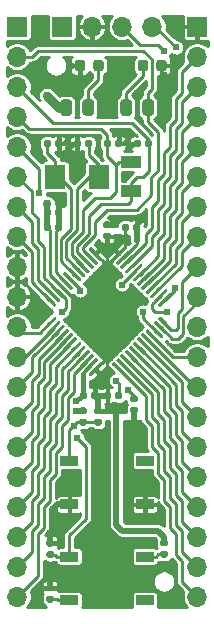
<source format=gtl>
G04 #@! TF.GenerationSoftware,KiCad,Pcbnew,(5.1.6)-1*
G04 #@! TF.CreationDate,2020-06-29T14:48:58-07:00*
G04 #@! TF.ProjectId,devboard,64657662-6f61-4726-942e-6b696361645f,A*
G04 #@! TF.SameCoordinates,PX7c82060PY49a3900*
G04 #@! TF.FileFunction,Copper,L1,Top*
G04 #@! TF.FilePolarity,Positive*
%FSLAX46Y46*%
G04 Gerber Fmt 4.6, Leading zero omitted, Abs format (unit mm)*
G04 Created by KiCad (PCBNEW (5.1.6)-1) date 2020-06-29 14:48:58*
%MOMM*%
%LPD*%
G01*
G04 APERTURE LIST*
G04 #@! TA.AperFunction,SMDPad,CuDef*
%ADD10R,1.800000X1.000000*%
G04 #@! TD*
G04 #@! TA.AperFunction,SMDPad,CuDef*
%ADD11R,1.700000X2.000000*%
G04 #@! TD*
G04 #@! TA.AperFunction,ComponentPad*
%ADD12O,1.700000X1.700000*%
G04 #@! TD*
G04 #@! TA.AperFunction,ComponentPad*
%ADD13R,1.700000X1.700000*%
G04 #@! TD*
G04 #@! TA.AperFunction,SMDPad,CuDef*
%ADD14R,1.500000X0.850000*%
G04 #@! TD*
G04 #@! TA.AperFunction,ViaPad*
%ADD15C,0.609600*%
G04 #@! TD*
G04 #@! TA.AperFunction,ViaPad*
%ADD16C,0.762000*%
G04 #@! TD*
G04 #@! TA.AperFunction,Conductor*
%ADD17C,0.254000*%
G04 #@! TD*
G04 #@! TA.AperFunction,Conductor*
%ADD18C,0.508000*%
G04 #@! TD*
G04 #@! TA.AperFunction,Conductor*
%ADD19C,0.381000*%
G04 #@! TD*
G04 #@! TA.AperFunction,Conductor*
%ADD20C,0.762000*%
G04 #@! TD*
G04 APERTURE END LIST*
D10*
X11176000Y-12974000D03*
X11176000Y-15474000D03*
D11*
X4754000Y-14224000D03*
X8454000Y-14224000D03*
G04 #@! TA.AperFunction,SMDPad,CuDef*
G36*
G01*
X12134000Y-8838250D02*
X12134000Y-7925750D01*
G75*
G02*
X12377750Y-7682000I243750J0D01*
G01*
X12865250Y-7682000D01*
G75*
G02*
X13109000Y-7925750I0J-243750D01*
G01*
X13109000Y-8838250D01*
G75*
G02*
X12865250Y-9082000I-243750J0D01*
G01*
X12377750Y-9082000D01*
G75*
G02*
X12134000Y-8838250I0J243750D01*
G01*
G37*
G04 #@! TD.AperFunction*
G04 #@! TA.AperFunction,SMDPad,CuDef*
G36*
G01*
X10259000Y-8838250D02*
X10259000Y-7925750D01*
G75*
G02*
X10502750Y-7682000I243750J0D01*
G01*
X10990250Y-7682000D01*
G75*
G02*
X11234000Y-7925750I0J-243750D01*
G01*
X11234000Y-8838250D01*
G75*
G02*
X10990250Y-9082000I-243750J0D01*
G01*
X10502750Y-9082000D01*
G75*
G02*
X10259000Y-8838250I0J243750D01*
G01*
G37*
G04 #@! TD.AperFunction*
G04 #@! TA.AperFunction,SMDPad,CuDef*
G36*
G01*
X6154000Y-7925750D02*
X6154000Y-8838250D01*
G75*
G02*
X5910250Y-9082000I-243750J0D01*
G01*
X5422750Y-9082000D01*
G75*
G02*
X5179000Y-8838250I0J243750D01*
G01*
X5179000Y-7925750D01*
G75*
G02*
X5422750Y-7682000I243750J0D01*
G01*
X5910250Y-7682000D01*
G75*
G02*
X6154000Y-7925750I0J-243750D01*
G01*
G37*
G04 #@! TD.AperFunction*
G04 #@! TA.AperFunction,SMDPad,CuDef*
G36*
G01*
X8029000Y-7925750D02*
X8029000Y-8838250D01*
G75*
G02*
X7785250Y-9082000I-243750J0D01*
G01*
X7297750Y-9082000D01*
G75*
G02*
X7054000Y-8838250I0J243750D01*
G01*
X7054000Y-7925750D01*
G75*
G02*
X7297750Y-7682000I243750J0D01*
G01*
X7785250Y-7682000D01*
G75*
G02*
X8029000Y-7925750I0J-243750D01*
G01*
G37*
G04 #@! TD.AperFunction*
D12*
X16764000Y-49784000D03*
X16764000Y-47244000D03*
X16764000Y-44704000D03*
X16764000Y-42164000D03*
X16764000Y-39624000D03*
X16764000Y-37084000D03*
X16764000Y-34544000D03*
X16764000Y-32004000D03*
X16764000Y-29464000D03*
X16764000Y-26924000D03*
X16764000Y-24384000D03*
X16764000Y-21844000D03*
X16764000Y-19304000D03*
X16764000Y-16764000D03*
X16764000Y-14224000D03*
X16764000Y-11684000D03*
X16764000Y-9144000D03*
X16764000Y-6604000D03*
X16764000Y-4064000D03*
D13*
X16764000Y-1524000D03*
D12*
X1524000Y-49784000D03*
X1524000Y-47244000D03*
X1524000Y-44704000D03*
X1524000Y-42164000D03*
X1524000Y-39624000D03*
X1524000Y-37084000D03*
X1524000Y-34544000D03*
X1524000Y-32004000D03*
X1524000Y-29464000D03*
X1524000Y-26924000D03*
X1524000Y-24384000D03*
X1524000Y-21844000D03*
X1524000Y-19304000D03*
X1524000Y-16764000D03*
X1524000Y-14224000D03*
X1524000Y-11684000D03*
X1524000Y-9144000D03*
X1524000Y-6604000D03*
X1524000Y-4064000D03*
D13*
X1524000Y-1524000D03*
G04 #@! TA.AperFunction,SMDPad,CuDef*
G36*
G01*
X7570688Y-20297666D02*
X7676754Y-20191600D01*
G75*
G02*
X7782820Y-20191600I53033J-53033D01*
G01*
X8719736Y-21128516D01*
G75*
G02*
X8719736Y-21234582I-53033J-53033D01*
G01*
X8613670Y-21340648D01*
G75*
G02*
X8507604Y-21340648I-53033J53033D01*
G01*
X7570688Y-20403732D01*
G75*
G02*
X7570688Y-20297666I53033J53033D01*
G01*
G37*
G04 #@! TD.AperFunction*
G04 #@! TA.AperFunction,SMDPad,CuDef*
G36*
G01*
X7217134Y-20651220D02*
X7323200Y-20545154D01*
G75*
G02*
X7429266Y-20545154I53033J-53033D01*
G01*
X8366182Y-21482070D01*
G75*
G02*
X8366182Y-21588136I-53033J-53033D01*
G01*
X8260116Y-21694202D01*
G75*
G02*
X8154050Y-21694202I-53033J53033D01*
G01*
X7217134Y-20757286D01*
G75*
G02*
X7217134Y-20651220I53033J53033D01*
G01*
G37*
G04 #@! TD.AperFunction*
G04 #@! TA.AperFunction,SMDPad,CuDef*
G36*
G01*
X6863581Y-21004773D02*
X6969647Y-20898707D01*
G75*
G02*
X7075713Y-20898707I53033J-53033D01*
G01*
X8012629Y-21835623D01*
G75*
G02*
X8012629Y-21941689I-53033J-53033D01*
G01*
X7906563Y-22047755D01*
G75*
G02*
X7800497Y-22047755I-53033J53033D01*
G01*
X6863581Y-21110839D01*
G75*
G02*
X6863581Y-21004773I53033J53033D01*
G01*
G37*
G04 #@! TD.AperFunction*
G04 #@! TA.AperFunction,SMDPad,CuDef*
G36*
G01*
X6510027Y-21358327D02*
X6616093Y-21252261D01*
G75*
G02*
X6722159Y-21252261I53033J-53033D01*
G01*
X7659075Y-22189177D01*
G75*
G02*
X7659075Y-22295243I-53033J-53033D01*
G01*
X7553009Y-22401309D01*
G75*
G02*
X7446943Y-22401309I-53033J53033D01*
G01*
X6510027Y-21464393D01*
G75*
G02*
X6510027Y-21358327I53033J53033D01*
G01*
G37*
G04 #@! TD.AperFunction*
G04 #@! TA.AperFunction,SMDPad,CuDef*
G36*
G01*
X6156474Y-21711880D02*
X6262540Y-21605814D01*
G75*
G02*
X6368606Y-21605814I53033J-53033D01*
G01*
X7305522Y-22542730D01*
G75*
G02*
X7305522Y-22648796I-53033J-53033D01*
G01*
X7199456Y-22754862D01*
G75*
G02*
X7093390Y-22754862I-53033J53033D01*
G01*
X6156474Y-21817946D01*
G75*
G02*
X6156474Y-21711880I53033J53033D01*
G01*
G37*
G04 #@! TD.AperFunction*
G04 #@! TA.AperFunction,SMDPad,CuDef*
G36*
G01*
X5802921Y-22065433D02*
X5908987Y-21959367D01*
G75*
G02*
X6015053Y-21959367I53033J-53033D01*
G01*
X6951969Y-22896283D01*
G75*
G02*
X6951969Y-23002349I-53033J-53033D01*
G01*
X6845903Y-23108415D01*
G75*
G02*
X6739837Y-23108415I-53033J53033D01*
G01*
X5802921Y-22171499D01*
G75*
G02*
X5802921Y-22065433I53033J53033D01*
G01*
G37*
G04 #@! TD.AperFunction*
G04 #@! TA.AperFunction,SMDPad,CuDef*
G36*
G01*
X5449367Y-22418987D02*
X5555433Y-22312921D01*
G75*
G02*
X5661499Y-22312921I53033J-53033D01*
G01*
X6598415Y-23249837D01*
G75*
G02*
X6598415Y-23355903I-53033J-53033D01*
G01*
X6492349Y-23461969D01*
G75*
G02*
X6386283Y-23461969I-53033J53033D01*
G01*
X5449367Y-22525053D01*
G75*
G02*
X5449367Y-22418987I53033J53033D01*
G01*
G37*
G04 #@! TD.AperFunction*
G04 #@! TA.AperFunction,SMDPad,CuDef*
G36*
G01*
X5095814Y-22772540D02*
X5201880Y-22666474D01*
G75*
G02*
X5307946Y-22666474I53033J-53033D01*
G01*
X6244862Y-23603390D01*
G75*
G02*
X6244862Y-23709456I-53033J-53033D01*
G01*
X6138796Y-23815522D01*
G75*
G02*
X6032730Y-23815522I-53033J53033D01*
G01*
X5095814Y-22878606D01*
G75*
G02*
X5095814Y-22772540I53033J53033D01*
G01*
G37*
G04 #@! TD.AperFunction*
G04 #@! TA.AperFunction,SMDPad,CuDef*
G36*
G01*
X4742261Y-23126093D02*
X4848327Y-23020027D01*
G75*
G02*
X4954393Y-23020027I53033J-53033D01*
G01*
X5891309Y-23956943D01*
G75*
G02*
X5891309Y-24063009I-53033J-53033D01*
G01*
X5785243Y-24169075D01*
G75*
G02*
X5679177Y-24169075I-53033J53033D01*
G01*
X4742261Y-23232159D01*
G75*
G02*
X4742261Y-23126093I53033J53033D01*
G01*
G37*
G04 #@! TD.AperFunction*
G04 #@! TA.AperFunction,SMDPad,CuDef*
G36*
G01*
X4388707Y-23479647D02*
X4494773Y-23373581D01*
G75*
G02*
X4600839Y-23373581I53033J-53033D01*
G01*
X5537755Y-24310497D01*
G75*
G02*
X5537755Y-24416563I-53033J-53033D01*
G01*
X5431689Y-24522629D01*
G75*
G02*
X5325623Y-24522629I-53033J53033D01*
G01*
X4388707Y-23585713D01*
G75*
G02*
X4388707Y-23479647I53033J53033D01*
G01*
G37*
G04 #@! TD.AperFunction*
G04 #@! TA.AperFunction,SMDPad,CuDef*
G36*
G01*
X4035154Y-23833200D02*
X4141220Y-23727134D01*
G75*
G02*
X4247286Y-23727134I53033J-53033D01*
G01*
X5184202Y-24664050D01*
G75*
G02*
X5184202Y-24770116I-53033J-53033D01*
G01*
X5078136Y-24876182D01*
G75*
G02*
X4972070Y-24876182I-53033J53033D01*
G01*
X4035154Y-23939266D01*
G75*
G02*
X4035154Y-23833200I53033J53033D01*
G01*
G37*
G04 #@! TD.AperFunction*
G04 #@! TA.AperFunction,SMDPad,CuDef*
G36*
G01*
X3681600Y-24186754D02*
X3787666Y-24080688D01*
G75*
G02*
X3893732Y-24080688I53033J-53033D01*
G01*
X4830648Y-25017604D01*
G75*
G02*
X4830648Y-25123670I-53033J-53033D01*
G01*
X4724582Y-25229736D01*
G75*
G02*
X4618516Y-25229736I-53033J53033D01*
G01*
X3681600Y-24292820D01*
G75*
G02*
X3681600Y-24186754I53033J53033D01*
G01*
G37*
G04 #@! TD.AperFunction*
G04 #@! TA.AperFunction,SMDPad,CuDef*
G36*
G01*
X3681600Y-27015180D02*
X4618516Y-26078264D01*
G75*
G02*
X4724582Y-26078264I53033J-53033D01*
G01*
X4830648Y-26184330D01*
G75*
G02*
X4830648Y-26290396I-53033J-53033D01*
G01*
X3893732Y-27227312D01*
G75*
G02*
X3787666Y-27227312I-53033J53033D01*
G01*
X3681600Y-27121246D01*
G75*
G02*
X3681600Y-27015180I53033J53033D01*
G01*
G37*
G04 #@! TD.AperFunction*
G04 #@! TA.AperFunction,SMDPad,CuDef*
G36*
G01*
X4035154Y-27368734D02*
X4972070Y-26431818D01*
G75*
G02*
X5078136Y-26431818I53033J-53033D01*
G01*
X5184202Y-26537884D01*
G75*
G02*
X5184202Y-26643950I-53033J-53033D01*
G01*
X4247286Y-27580866D01*
G75*
G02*
X4141220Y-27580866I-53033J53033D01*
G01*
X4035154Y-27474800D01*
G75*
G02*
X4035154Y-27368734I53033J53033D01*
G01*
G37*
G04 #@! TD.AperFunction*
G04 #@! TA.AperFunction,SMDPad,CuDef*
G36*
G01*
X4388707Y-27722287D02*
X5325623Y-26785371D01*
G75*
G02*
X5431689Y-26785371I53033J-53033D01*
G01*
X5537755Y-26891437D01*
G75*
G02*
X5537755Y-26997503I-53033J-53033D01*
G01*
X4600839Y-27934419D01*
G75*
G02*
X4494773Y-27934419I-53033J53033D01*
G01*
X4388707Y-27828353D01*
G75*
G02*
X4388707Y-27722287I53033J53033D01*
G01*
G37*
G04 #@! TD.AperFunction*
G04 #@! TA.AperFunction,SMDPad,CuDef*
G36*
G01*
X4742261Y-28075841D02*
X5679177Y-27138925D01*
G75*
G02*
X5785243Y-27138925I53033J-53033D01*
G01*
X5891309Y-27244991D01*
G75*
G02*
X5891309Y-27351057I-53033J-53033D01*
G01*
X4954393Y-28287973D01*
G75*
G02*
X4848327Y-28287973I-53033J53033D01*
G01*
X4742261Y-28181907D01*
G75*
G02*
X4742261Y-28075841I53033J53033D01*
G01*
G37*
G04 #@! TD.AperFunction*
G04 #@! TA.AperFunction,SMDPad,CuDef*
G36*
G01*
X5095814Y-28429394D02*
X6032730Y-27492478D01*
G75*
G02*
X6138796Y-27492478I53033J-53033D01*
G01*
X6244862Y-27598544D01*
G75*
G02*
X6244862Y-27704610I-53033J-53033D01*
G01*
X5307946Y-28641526D01*
G75*
G02*
X5201880Y-28641526I-53033J53033D01*
G01*
X5095814Y-28535460D01*
G75*
G02*
X5095814Y-28429394I53033J53033D01*
G01*
G37*
G04 #@! TD.AperFunction*
G04 #@! TA.AperFunction,SMDPad,CuDef*
G36*
G01*
X5449367Y-28782947D02*
X6386283Y-27846031D01*
G75*
G02*
X6492349Y-27846031I53033J-53033D01*
G01*
X6598415Y-27952097D01*
G75*
G02*
X6598415Y-28058163I-53033J-53033D01*
G01*
X5661499Y-28995079D01*
G75*
G02*
X5555433Y-28995079I-53033J53033D01*
G01*
X5449367Y-28889013D01*
G75*
G02*
X5449367Y-28782947I53033J53033D01*
G01*
G37*
G04 #@! TD.AperFunction*
G04 #@! TA.AperFunction,SMDPad,CuDef*
G36*
G01*
X5802921Y-29136501D02*
X6739837Y-28199585D01*
G75*
G02*
X6845903Y-28199585I53033J-53033D01*
G01*
X6951969Y-28305651D01*
G75*
G02*
X6951969Y-28411717I-53033J-53033D01*
G01*
X6015053Y-29348633D01*
G75*
G02*
X5908987Y-29348633I-53033J53033D01*
G01*
X5802921Y-29242567D01*
G75*
G02*
X5802921Y-29136501I53033J53033D01*
G01*
G37*
G04 #@! TD.AperFunction*
G04 #@! TA.AperFunction,SMDPad,CuDef*
G36*
G01*
X6156474Y-29490054D02*
X7093390Y-28553138D01*
G75*
G02*
X7199456Y-28553138I53033J-53033D01*
G01*
X7305522Y-28659204D01*
G75*
G02*
X7305522Y-28765270I-53033J-53033D01*
G01*
X6368606Y-29702186D01*
G75*
G02*
X6262540Y-29702186I-53033J53033D01*
G01*
X6156474Y-29596120D01*
G75*
G02*
X6156474Y-29490054I53033J53033D01*
G01*
G37*
G04 #@! TD.AperFunction*
G04 #@! TA.AperFunction,SMDPad,CuDef*
G36*
G01*
X6510027Y-29843607D02*
X7446943Y-28906691D01*
G75*
G02*
X7553009Y-28906691I53033J-53033D01*
G01*
X7659075Y-29012757D01*
G75*
G02*
X7659075Y-29118823I-53033J-53033D01*
G01*
X6722159Y-30055739D01*
G75*
G02*
X6616093Y-30055739I-53033J53033D01*
G01*
X6510027Y-29949673D01*
G75*
G02*
X6510027Y-29843607I53033J53033D01*
G01*
G37*
G04 #@! TD.AperFunction*
G04 #@! TA.AperFunction,SMDPad,CuDef*
G36*
G01*
X6863581Y-30197161D02*
X7800497Y-29260245D01*
G75*
G02*
X7906563Y-29260245I53033J-53033D01*
G01*
X8012629Y-29366311D01*
G75*
G02*
X8012629Y-29472377I-53033J-53033D01*
G01*
X7075713Y-30409293D01*
G75*
G02*
X6969647Y-30409293I-53033J53033D01*
G01*
X6863581Y-30303227D01*
G75*
G02*
X6863581Y-30197161I53033J53033D01*
G01*
G37*
G04 #@! TD.AperFunction*
G04 #@! TA.AperFunction,SMDPad,CuDef*
G36*
G01*
X7217134Y-30550714D02*
X8154050Y-29613798D01*
G75*
G02*
X8260116Y-29613798I53033J-53033D01*
G01*
X8366182Y-29719864D01*
G75*
G02*
X8366182Y-29825930I-53033J-53033D01*
G01*
X7429266Y-30762846D01*
G75*
G02*
X7323200Y-30762846I-53033J53033D01*
G01*
X7217134Y-30656780D01*
G75*
G02*
X7217134Y-30550714I53033J53033D01*
G01*
G37*
G04 #@! TD.AperFunction*
G04 #@! TA.AperFunction,SMDPad,CuDef*
G36*
G01*
X7570688Y-30904268D02*
X8507604Y-29967352D01*
G75*
G02*
X8613670Y-29967352I53033J-53033D01*
G01*
X8719736Y-30073418D01*
G75*
G02*
X8719736Y-30179484I-53033J-53033D01*
G01*
X7782820Y-31116400D01*
G75*
G02*
X7676754Y-31116400I-53033J53033D01*
G01*
X7570688Y-31010334D01*
G75*
G02*
X7570688Y-30904268I53033J53033D01*
G01*
G37*
G04 #@! TD.AperFunction*
G04 #@! TA.AperFunction,SMDPad,CuDef*
G36*
G01*
X9568264Y-30073418D02*
X9674330Y-29967352D01*
G75*
G02*
X9780396Y-29967352I53033J-53033D01*
G01*
X10717312Y-30904268D01*
G75*
G02*
X10717312Y-31010334I-53033J-53033D01*
G01*
X10611246Y-31116400D01*
G75*
G02*
X10505180Y-31116400I-53033J53033D01*
G01*
X9568264Y-30179484D01*
G75*
G02*
X9568264Y-30073418I53033J53033D01*
G01*
G37*
G04 #@! TD.AperFunction*
G04 #@! TA.AperFunction,SMDPad,CuDef*
G36*
G01*
X9921818Y-29719864D02*
X10027884Y-29613798D01*
G75*
G02*
X10133950Y-29613798I53033J-53033D01*
G01*
X11070866Y-30550714D01*
G75*
G02*
X11070866Y-30656780I-53033J-53033D01*
G01*
X10964800Y-30762846D01*
G75*
G02*
X10858734Y-30762846I-53033J53033D01*
G01*
X9921818Y-29825930D01*
G75*
G02*
X9921818Y-29719864I53033J53033D01*
G01*
G37*
G04 #@! TD.AperFunction*
G04 #@! TA.AperFunction,SMDPad,CuDef*
G36*
G01*
X10275371Y-29366311D02*
X10381437Y-29260245D01*
G75*
G02*
X10487503Y-29260245I53033J-53033D01*
G01*
X11424419Y-30197161D01*
G75*
G02*
X11424419Y-30303227I-53033J-53033D01*
G01*
X11318353Y-30409293D01*
G75*
G02*
X11212287Y-30409293I-53033J53033D01*
G01*
X10275371Y-29472377D01*
G75*
G02*
X10275371Y-29366311I53033J53033D01*
G01*
G37*
G04 #@! TD.AperFunction*
G04 #@! TA.AperFunction,SMDPad,CuDef*
G36*
G01*
X10628925Y-29012757D02*
X10734991Y-28906691D01*
G75*
G02*
X10841057Y-28906691I53033J-53033D01*
G01*
X11777973Y-29843607D01*
G75*
G02*
X11777973Y-29949673I-53033J-53033D01*
G01*
X11671907Y-30055739D01*
G75*
G02*
X11565841Y-30055739I-53033J53033D01*
G01*
X10628925Y-29118823D01*
G75*
G02*
X10628925Y-29012757I53033J53033D01*
G01*
G37*
G04 #@! TD.AperFunction*
G04 #@! TA.AperFunction,SMDPad,CuDef*
G36*
G01*
X10982478Y-28659204D02*
X11088544Y-28553138D01*
G75*
G02*
X11194610Y-28553138I53033J-53033D01*
G01*
X12131526Y-29490054D01*
G75*
G02*
X12131526Y-29596120I-53033J-53033D01*
G01*
X12025460Y-29702186D01*
G75*
G02*
X11919394Y-29702186I-53033J53033D01*
G01*
X10982478Y-28765270D01*
G75*
G02*
X10982478Y-28659204I53033J53033D01*
G01*
G37*
G04 #@! TD.AperFunction*
G04 #@! TA.AperFunction,SMDPad,CuDef*
G36*
G01*
X11336031Y-28305651D02*
X11442097Y-28199585D01*
G75*
G02*
X11548163Y-28199585I53033J-53033D01*
G01*
X12485079Y-29136501D01*
G75*
G02*
X12485079Y-29242567I-53033J-53033D01*
G01*
X12379013Y-29348633D01*
G75*
G02*
X12272947Y-29348633I-53033J53033D01*
G01*
X11336031Y-28411717D01*
G75*
G02*
X11336031Y-28305651I53033J53033D01*
G01*
G37*
G04 #@! TD.AperFunction*
G04 #@! TA.AperFunction,SMDPad,CuDef*
G36*
G01*
X11689585Y-27952097D02*
X11795651Y-27846031D01*
G75*
G02*
X11901717Y-27846031I53033J-53033D01*
G01*
X12838633Y-28782947D01*
G75*
G02*
X12838633Y-28889013I-53033J-53033D01*
G01*
X12732567Y-28995079D01*
G75*
G02*
X12626501Y-28995079I-53033J53033D01*
G01*
X11689585Y-28058163D01*
G75*
G02*
X11689585Y-27952097I53033J53033D01*
G01*
G37*
G04 #@! TD.AperFunction*
G04 #@! TA.AperFunction,SMDPad,CuDef*
G36*
G01*
X12043138Y-27598544D02*
X12149204Y-27492478D01*
G75*
G02*
X12255270Y-27492478I53033J-53033D01*
G01*
X13192186Y-28429394D01*
G75*
G02*
X13192186Y-28535460I-53033J-53033D01*
G01*
X13086120Y-28641526D01*
G75*
G02*
X12980054Y-28641526I-53033J53033D01*
G01*
X12043138Y-27704610D01*
G75*
G02*
X12043138Y-27598544I53033J53033D01*
G01*
G37*
G04 #@! TD.AperFunction*
G04 #@! TA.AperFunction,SMDPad,CuDef*
G36*
G01*
X12396691Y-27244991D02*
X12502757Y-27138925D01*
G75*
G02*
X12608823Y-27138925I53033J-53033D01*
G01*
X13545739Y-28075841D01*
G75*
G02*
X13545739Y-28181907I-53033J-53033D01*
G01*
X13439673Y-28287973D01*
G75*
G02*
X13333607Y-28287973I-53033J53033D01*
G01*
X12396691Y-27351057D01*
G75*
G02*
X12396691Y-27244991I53033J53033D01*
G01*
G37*
G04 #@! TD.AperFunction*
G04 #@! TA.AperFunction,SMDPad,CuDef*
G36*
G01*
X12750245Y-26891437D02*
X12856311Y-26785371D01*
G75*
G02*
X12962377Y-26785371I53033J-53033D01*
G01*
X13899293Y-27722287D01*
G75*
G02*
X13899293Y-27828353I-53033J-53033D01*
G01*
X13793227Y-27934419D01*
G75*
G02*
X13687161Y-27934419I-53033J53033D01*
G01*
X12750245Y-26997503D01*
G75*
G02*
X12750245Y-26891437I53033J53033D01*
G01*
G37*
G04 #@! TD.AperFunction*
G04 #@! TA.AperFunction,SMDPad,CuDef*
G36*
G01*
X13103798Y-26537884D02*
X13209864Y-26431818D01*
G75*
G02*
X13315930Y-26431818I53033J-53033D01*
G01*
X14252846Y-27368734D01*
G75*
G02*
X14252846Y-27474800I-53033J-53033D01*
G01*
X14146780Y-27580866D01*
G75*
G02*
X14040714Y-27580866I-53033J53033D01*
G01*
X13103798Y-26643950D01*
G75*
G02*
X13103798Y-26537884I53033J53033D01*
G01*
G37*
G04 #@! TD.AperFunction*
G04 #@! TA.AperFunction,SMDPad,CuDef*
G36*
G01*
X13457352Y-26184330D02*
X13563418Y-26078264D01*
G75*
G02*
X13669484Y-26078264I53033J-53033D01*
G01*
X14606400Y-27015180D01*
G75*
G02*
X14606400Y-27121246I-53033J-53033D01*
G01*
X14500334Y-27227312D01*
G75*
G02*
X14394268Y-27227312I-53033J53033D01*
G01*
X13457352Y-26290396D01*
G75*
G02*
X13457352Y-26184330I53033J53033D01*
G01*
G37*
G04 #@! TD.AperFunction*
G04 #@! TA.AperFunction,SMDPad,CuDef*
G36*
G01*
X13457352Y-25017604D02*
X14394268Y-24080688D01*
G75*
G02*
X14500334Y-24080688I53033J-53033D01*
G01*
X14606400Y-24186754D01*
G75*
G02*
X14606400Y-24292820I-53033J-53033D01*
G01*
X13669484Y-25229736D01*
G75*
G02*
X13563418Y-25229736I-53033J53033D01*
G01*
X13457352Y-25123670D01*
G75*
G02*
X13457352Y-25017604I53033J53033D01*
G01*
G37*
G04 #@! TD.AperFunction*
G04 #@! TA.AperFunction,SMDPad,CuDef*
G36*
G01*
X13103798Y-24664050D02*
X14040714Y-23727134D01*
G75*
G02*
X14146780Y-23727134I53033J-53033D01*
G01*
X14252846Y-23833200D01*
G75*
G02*
X14252846Y-23939266I-53033J-53033D01*
G01*
X13315930Y-24876182D01*
G75*
G02*
X13209864Y-24876182I-53033J53033D01*
G01*
X13103798Y-24770116D01*
G75*
G02*
X13103798Y-24664050I53033J53033D01*
G01*
G37*
G04 #@! TD.AperFunction*
G04 #@! TA.AperFunction,SMDPad,CuDef*
G36*
G01*
X12750245Y-24310497D02*
X13687161Y-23373581D01*
G75*
G02*
X13793227Y-23373581I53033J-53033D01*
G01*
X13899293Y-23479647D01*
G75*
G02*
X13899293Y-23585713I-53033J-53033D01*
G01*
X12962377Y-24522629D01*
G75*
G02*
X12856311Y-24522629I-53033J53033D01*
G01*
X12750245Y-24416563D01*
G75*
G02*
X12750245Y-24310497I53033J53033D01*
G01*
G37*
G04 #@! TD.AperFunction*
G04 #@! TA.AperFunction,SMDPad,CuDef*
G36*
G01*
X12396691Y-23956943D02*
X13333607Y-23020027D01*
G75*
G02*
X13439673Y-23020027I53033J-53033D01*
G01*
X13545739Y-23126093D01*
G75*
G02*
X13545739Y-23232159I-53033J-53033D01*
G01*
X12608823Y-24169075D01*
G75*
G02*
X12502757Y-24169075I-53033J53033D01*
G01*
X12396691Y-24063009D01*
G75*
G02*
X12396691Y-23956943I53033J53033D01*
G01*
G37*
G04 #@! TD.AperFunction*
G04 #@! TA.AperFunction,SMDPad,CuDef*
G36*
G01*
X12043138Y-23603390D02*
X12980054Y-22666474D01*
G75*
G02*
X13086120Y-22666474I53033J-53033D01*
G01*
X13192186Y-22772540D01*
G75*
G02*
X13192186Y-22878606I-53033J-53033D01*
G01*
X12255270Y-23815522D01*
G75*
G02*
X12149204Y-23815522I-53033J53033D01*
G01*
X12043138Y-23709456D01*
G75*
G02*
X12043138Y-23603390I53033J53033D01*
G01*
G37*
G04 #@! TD.AperFunction*
G04 #@! TA.AperFunction,SMDPad,CuDef*
G36*
G01*
X11689585Y-23249837D02*
X12626501Y-22312921D01*
G75*
G02*
X12732567Y-22312921I53033J-53033D01*
G01*
X12838633Y-22418987D01*
G75*
G02*
X12838633Y-22525053I-53033J-53033D01*
G01*
X11901717Y-23461969D01*
G75*
G02*
X11795651Y-23461969I-53033J53033D01*
G01*
X11689585Y-23355903D01*
G75*
G02*
X11689585Y-23249837I53033J53033D01*
G01*
G37*
G04 #@! TD.AperFunction*
G04 #@! TA.AperFunction,SMDPad,CuDef*
G36*
G01*
X11336031Y-22896283D02*
X12272947Y-21959367D01*
G75*
G02*
X12379013Y-21959367I53033J-53033D01*
G01*
X12485079Y-22065433D01*
G75*
G02*
X12485079Y-22171499I-53033J-53033D01*
G01*
X11548163Y-23108415D01*
G75*
G02*
X11442097Y-23108415I-53033J53033D01*
G01*
X11336031Y-23002349D01*
G75*
G02*
X11336031Y-22896283I53033J53033D01*
G01*
G37*
G04 #@! TD.AperFunction*
G04 #@! TA.AperFunction,SMDPad,CuDef*
G36*
G01*
X10982478Y-22542730D02*
X11919394Y-21605814D01*
G75*
G02*
X12025460Y-21605814I53033J-53033D01*
G01*
X12131526Y-21711880D01*
G75*
G02*
X12131526Y-21817946I-53033J-53033D01*
G01*
X11194610Y-22754862D01*
G75*
G02*
X11088544Y-22754862I-53033J53033D01*
G01*
X10982478Y-22648796D01*
G75*
G02*
X10982478Y-22542730I53033J53033D01*
G01*
G37*
G04 #@! TD.AperFunction*
G04 #@! TA.AperFunction,SMDPad,CuDef*
G36*
G01*
X10628925Y-22189177D02*
X11565841Y-21252261D01*
G75*
G02*
X11671907Y-21252261I53033J-53033D01*
G01*
X11777973Y-21358327D01*
G75*
G02*
X11777973Y-21464393I-53033J-53033D01*
G01*
X10841057Y-22401309D01*
G75*
G02*
X10734991Y-22401309I-53033J53033D01*
G01*
X10628925Y-22295243D01*
G75*
G02*
X10628925Y-22189177I53033J53033D01*
G01*
G37*
G04 #@! TD.AperFunction*
G04 #@! TA.AperFunction,SMDPad,CuDef*
G36*
G01*
X10275371Y-21835623D02*
X11212287Y-20898707D01*
G75*
G02*
X11318353Y-20898707I53033J-53033D01*
G01*
X11424419Y-21004773D01*
G75*
G02*
X11424419Y-21110839I-53033J-53033D01*
G01*
X10487503Y-22047755D01*
G75*
G02*
X10381437Y-22047755I-53033J53033D01*
G01*
X10275371Y-21941689D01*
G75*
G02*
X10275371Y-21835623I53033J53033D01*
G01*
G37*
G04 #@! TD.AperFunction*
G04 #@! TA.AperFunction,SMDPad,CuDef*
G36*
G01*
X9921818Y-21482070D02*
X10858734Y-20545154D01*
G75*
G02*
X10964800Y-20545154I53033J-53033D01*
G01*
X11070866Y-20651220D01*
G75*
G02*
X11070866Y-20757286I-53033J-53033D01*
G01*
X10133950Y-21694202D01*
G75*
G02*
X10027884Y-21694202I-53033J53033D01*
G01*
X9921818Y-21588136D01*
G75*
G02*
X9921818Y-21482070I53033J53033D01*
G01*
G37*
G04 #@! TD.AperFunction*
G04 #@! TA.AperFunction,SMDPad,CuDef*
G36*
G01*
X9568264Y-21128516D02*
X10505180Y-20191600D01*
G75*
G02*
X10611246Y-20191600I53033J-53033D01*
G01*
X10717312Y-20297666D01*
G75*
G02*
X10717312Y-20403732I-53033J-53033D01*
G01*
X9780396Y-21340648D01*
G75*
G02*
X9674330Y-21340648I-53033J53033D01*
G01*
X9568264Y-21234582D01*
G75*
G02*
X9568264Y-21128516I53033J53033D01*
G01*
G37*
G04 #@! TD.AperFunction*
D14*
X12344000Y-50110000D03*
X12344000Y-46410000D03*
X5944000Y-46410000D03*
X5944000Y-50110000D03*
G04 #@! TA.AperFunction,SMDPad,CuDef*
G36*
G01*
X4145500Y-49720000D02*
X4490500Y-49720000D01*
G75*
G02*
X4638000Y-49867500I0J-147500D01*
G01*
X4638000Y-50162500D01*
G75*
G02*
X4490500Y-50310000I-147500J0D01*
G01*
X4145500Y-50310000D01*
G75*
G02*
X3998000Y-50162500I0J147500D01*
G01*
X3998000Y-49867500D01*
G75*
G02*
X4145500Y-49720000I147500J0D01*
G01*
G37*
G04 #@! TD.AperFunction*
G04 #@! TA.AperFunction,SMDPad,CuDef*
G36*
G01*
X4145500Y-48750000D02*
X4490500Y-48750000D01*
G75*
G02*
X4638000Y-48897500I0J-147500D01*
G01*
X4638000Y-49192500D01*
G75*
G02*
X4490500Y-49340000I-147500J0D01*
G01*
X4145500Y-49340000D01*
G75*
G02*
X3998000Y-49192500I0J147500D01*
G01*
X3998000Y-48897500D01*
G75*
G02*
X4145500Y-48750000I147500J0D01*
G01*
G37*
G04 #@! TD.AperFunction*
G04 #@! TA.AperFunction,SMDPad,CuDef*
G36*
G01*
X14142500Y-45530000D02*
X13797500Y-45530000D01*
G75*
G02*
X13650000Y-45382500I0J147500D01*
G01*
X13650000Y-45087500D01*
G75*
G02*
X13797500Y-44940000I147500J0D01*
G01*
X14142500Y-44940000D01*
G75*
G02*
X14290000Y-45087500I0J-147500D01*
G01*
X14290000Y-45382500D01*
G75*
G02*
X14142500Y-45530000I-147500J0D01*
G01*
G37*
G04 #@! TD.AperFunction*
G04 #@! TA.AperFunction,SMDPad,CuDef*
G36*
G01*
X14142500Y-46500000D02*
X13797500Y-46500000D01*
G75*
G02*
X13650000Y-46352500I0J147500D01*
G01*
X13650000Y-46057500D01*
G75*
G02*
X13797500Y-45910000I147500J0D01*
G01*
X14142500Y-45910000D01*
G75*
G02*
X14290000Y-46057500I0J-147500D01*
G01*
X14290000Y-46352500D01*
G75*
G02*
X14142500Y-46500000I-147500J0D01*
G01*
G37*
G04 #@! TD.AperFunction*
G04 #@! TA.AperFunction,SMDPad,CuDef*
G36*
G01*
X4145500Y-45933000D02*
X4490500Y-45933000D01*
G75*
G02*
X4638000Y-46080500I0J-147500D01*
G01*
X4638000Y-46375500D01*
G75*
G02*
X4490500Y-46523000I-147500J0D01*
G01*
X4145500Y-46523000D01*
G75*
G02*
X3998000Y-46375500I0J147500D01*
G01*
X3998000Y-46080500D01*
G75*
G02*
X4145500Y-45933000I147500J0D01*
G01*
G37*
G04 #@! TD.AperFunction*
G04 #@! TA.AperFunction,SMDPad,CuDef*
G36*
G01*
X4145500Y-44963000D02*
X4490500Y-44963000D01*
G75*
G02*
X4638000Y-45110500I0J-147500D01*
G01*
X4638000Y-45405500D01*
G75*
G02*
X4490500Y-45553000I-147500J0D01*
G01*
X4145500Y-45553000D01*
G75*
G02*
X3998000Y-45405500I0J147500D01*
G01*
X3998000Y-45110500D01*
G75*
G02*
X4145500Y-44963000I147500J0D01*
G01*
G37*
G04 #@! TD.AperFunction*
X12344000Y-41982000D03*
X12344000Y-38282000D03*
X5944000Y-38282000D03*
X5944000Y-41982000D03*
G04 #@! TA.AperFunction,SMDPad,CuDef*
G36*
G01*
X12604000Y-4569750D02*
X12604000Y-5082250D01*
G75*
G02*
X12385250Y-5301000I-218750J0D01*
G01*
X11947750Y-5301000D01*
G75*
G02*
X11729000Y-5082250I0J218750D01*
G01*
X11729000Y-4569750D01*
G75*
G02*
X11947750Y-4351000I218750J0D01*
G01*
X12385250Y-4351000D01*
G75*
G02*
X12604000Y-4569750I0J-218750D01*
G01*
G37*
G04 #@! TD.AperFunction*
G04 #@! TA.AperFunction,SMDPad,CuDef*
G36*
G01*
X14179000Y-4569750D02*
X14179000Y-5082250D01*
G75*
G02*
X13960250Y-5301000I-218750J0D01*
G01*
X13522750Y-5301000D01*
G75*
G02*
X13304000Y-5082250I0J218750D01*
G01*
X13304000Y-4569750D01*
G75*
G02*
X13522750Y-4351000I218750J0D01*
G01*
X13960250Y-4351000D01*
G75*
G02*
X14179000Y-4569750I0J-218750D01*
G01*
G37*
G04 #@! TD.AperFunction*
G04 #@! TA.AperFunction,SMDPad,CuDef*
G36*
G01*
X7970000Y-5082250D02*
X7970000Y-4569750D01*
G75*
G02*
X8188750Y-4351000I218750J0D01*
G01*
X8626250Y-4351000D01*
G75*
G02*
X8845000Y-4569750I0J-218750D01*
G01*
X8845000Y-5082250D01*
G75*
G02*
X8626250Y-5301000I-218750J0D01*
G01*
X8188750Y-5301000D01*
G75*
G02*
X7970000Y-5082250I0J218750D01*
G01*
G37*
G04 #@! TD.AperFunction*
G04 #@! TA.AperFunction,SMDPad,CuDef*
G36*
G01*
X6395000Y-5082250D02*
X6395000Y-4569750D01*
G75*
G02*
X6613750Y-4351000I218750J0D01*
G01*
X7051250Y-4351000D01*
G75*
G02*
X7270000Y-4569750I0J-218750D01*
G01*
X7270000Y-5082250D01*
G75*
G02*
X7051250Y-5301000I-218750J0D01*
G01*
X6613750Y-5301000D01*
G75*
G02*
X6395000Y-5082250I0J218750D01*
G01*
G37*
G04 #@! TD.AperFunction*
G04 #@! TA.AperFunction,SMDPad,CuDef*
G36*
G01*
X11257500Y-33718000D02*
X11602500Y-33718000D01*
G75*
G02*
X11750000Y-33865500I0J-147500D01*
G01*
X11750000Y-34160500D01*
G75*
G02*
X11602500Y-34308000I-147500J0D01*
G01*
X11257500Y-34308000D01*
G75*
G02*
X11110000Y-34160500I0J147500D01*
G01*
X11110000Y-33865500D01*
G75*
G02*
X11257500Y-33718000I147500J0D01*
G01*
G37*
G04 #@! TD.AperFunction*
G04 #@! TA.AperFunction,SMDPad,CuDef*
G36*
G01*
X11257500Y-32748000D02*
X11602500Y-32748000D01*
G75*
G02*
X11750000Y-32895500I0J-147500D01*
G01*
X11750000Y-33190500D01*
G75*
G02*
X11602500Y-33338000I-147500J0D01*
G01*
X11257500Y-33338000D01*
G75*
G02*
X11110000Y-33190500I0J147500D01*
G01*
X11110000Y-32895500D01*
G75*
G02*
X11257500Y-32748000I147500J0D01*
G01*
G37*
G04 #@! TD.AperFunction*
G04 #@! TA.AperFunction,SMDPad,CuDef*
G36*
G01*
X9462000Y-32593500D02*
X9462000Y-32938500D01*
G75*
G02*
X9314500Y-33086000I-147500J0D01*
G01*
X9019500Y-33086000D01*
G75*
G02*
X8872000Y-32938500I0J147500D01*
G01*
X8872000Y-32593500D01*
G75*
G02*
X9019500Y-32446000I147500J0D01*
G01*
X9314500Y-32446000D01*
G75*
G02*
X9462000Y-32593500I0J-147500D01*
G01*
G37*
G04 #@! TD.AperFunction*
G04 #@! TA.AperFunction,SMDPad,CuDef*
G36*
G01*
X10432000Y-32593500D02*
X10432000Y-32938500D01*
G75*
G02*
X10284500Y-33086000I-147500J0D01*
G01*
X9989500Y-33086000D01*
G75*
G02*
X9842000Y-32938500I0J147500D01*
G01*
X9842000Y-32593500D01*
G75*
G02*
X9989500Y-32446000I147500J0D01*
G01*
X10284500Y-32446000D01*
G75*
G02*
X10432000Y-32593500I0J-147500D01*
G01*
G37*
G04 #@! TD.AperFunction*
G04 #@! TA.AperFunction,SMDPad,CuDef*
G36*
G01*
X8554500Y-34354000D02*
X8209500Y-34354000D01*
G75*
G02*
X8062000Y-34206500I0J147500D01*
G01*
X8062000Y-33911500D01*
G75*
G02*
X8209500Y-33764000I147500J0D01*
G01*
X8554500Y-33764000D01*
G75*
G02*
X8702000Y-33911500I0J-147500D01*
G01*
X8702000Y-34206500D01*
G75*
G02*
X8554500Y-34354000I-147500J0D01*
G01*
G37*
G04 #@! TD.AperFunction*
G04 #@! TA.AperFunction,SMDPad,CuDef*
G36*
G01*
X8554500Y-35324000D02*
X8209500Y-35324000D01*
G75*
G02*
X8062000Y-35176500I0J147500D01*
G01*
X8062000Y-34881500D01*
G75*
G02*
X8209500Y-34734000I147500J0D01*
G01*
X8554500Y-34734000D01*
G75*
G02*
X8702000Y-34881500I0J-147500D01*
G01*
X8702000Y-35176500D01*
G75*
G02*
X8554500Y-35324000I-147500J0D01*
G01*
G37*
G04 #@! TD.AperFunction*
D12*
X12954000Y-1524000D03*
X10414000Y-1524000D03*
X7874000Y-1524000D03*
D13*
X5334000Y-1524000D03*
G04 #@! TA.AperFunction,SMDPad,CuDef*
G36*
G01*
X6939500Y-34734000D02*
X7284500Y-34734000D01*
G75*
G02*
X7432000Y-34881500I0J-147500D01*
G01*
X7432000Y-35176500D01*
G75*
G02*
X7284500Y-35324000I-147500J0D01*
G01*
X6939500Y-35324000D01*
G75*
G02*
X6792000Y-35176500I0J147500D01*
G01*
X6792000Y-34881500D01*
G75*
G02*
X6939500Y-34734000I147500J0D01*
G01*
G37*
G04 #@! TD.AperFunction*
G04 #@! TA.AperFunction,SMDPad,CuDef*
G36*
G01*
X6939500Y-33764000D02*
X7284500Y-33764000D01*
G75*
G02*
X7432000Y-33911500I0J-147500D01*
G01*
X7432000Y-34206500D01*
G75*
G02*
X7284500Y-34354000I-147500J0D01*
G01*
X6939500Y-34354000D01*
G75*
G02*
X6792000Y-34206500I0J147500D01*
G01*
X6792000Y-33911500D01*
G75*
G02*
X6939500Y-33764000I147500J0D01*
G01*
G37*
G04 #@! TD.AperFunction*
G04 #@! TA.AperFunction,SMDPad,CuDef*
G36*
G01*
X9842000Y-11602500D02*
X9842000Y-11257500D01*
G75*
G02*
X9989500Y-11110000I147500J0D01*
G01*
X10284500Y-11110000D01*
G75*
G02*
X10432000Y-11257500I0J-147500D01*
G01*
X10432000Y-11602500D01*
G75*
G02*
X10284500Y-11750000I-147500J0D01*
G01*
X9989500Y-11750000D01*
G75*
G02*
X9842000Y-11602500I0J147500D01*
G01*
G37*
G04 #@! TD.AperFunction*
G04 #@! TA.AperFunction,SMDPad,CuDef*
G36*
G01*
X8872000Y-11602500D02*
X8872000Y-11257500D01*
G75*
G02*
X9019500Y-11110000I147500J0D01*
G01*
X9314500Y-11110000D01*
G75*
G02*
X9462000Y-11257500I0J-147500D01*
G01*
X9462000Y-11602500D01*
G75*
G02*
X9314500Y-11750000I-147500J0D01*
G01*
X9019500Y-11750000D01*
G75*
G02*
X8872000Y-11602500I0J147500D01*
G01*
G37*
G04 #@! TD.AperFunction*
G04 #@! TA.AperFunction,SMDPad,CuDef*
G36*
G01*
X12002000Y-11257500D02*
X12002000Y-11602500D01*
G75*
G02*
X11854500Y-11750000I-147500J0D01*
G01*
X11559500Y-11750000D01*
G75*
G02*
X11412000Y-11602500I0J147500D01*
G01*
X11412000Y-11257500D01*
G75*
G02*
X11559500Y-11110000I147500J0D01*
G01*
X11854500Y-11110000D01*
G75*
G02*
X12002000Y-11257500I0J-147500D01*
G01*
G37*
G04 #@! TD.AperFunction*
G04 #@! TA.AperFunction,SMDPad,CuDef*
G36*
G01*
X12972000Y-11257500D02*
X12972000Y-11602500D01*
G75*
G02*
X12824500Y-11750000I-147500J0D01*
G01*
X12529500Y-11750000D01*
G75*
G02*
X12382000Y-11602500I0J147500D01*
G01*
X12382000Y-11257500D01*
G75*
G02*
X12529500Y-11110000I147500J0D01*
G01*
X12824500Y-11110000D01*
G75*
G02*
X12972000Y-11257500I0J-147500D01*
G01*
G37*
G04 #@! TD.AperFunction*
G04 #@! TA.AperFunction,SMDPad,CuDef*
G36*
G01*
X4762000Y-11602500D02*
X4762000Y-11257500D01*
G75*
G02*
X4909500Y-11110000I147500J0D01*
G01*
X5204500Y-11110000D01*
G75*
G02*
X5352000Y-11257500I0J-147500D01*
G01*
X5352000Y-11602500D01*
G75*
G02*
X5204500Y-11750000I-147500J0D01*
G01*
X4909500Y-11750000D01*
G75*
G02*
X4762000Y-11602500I0J147500D01*
G01*
G37*
G04 #@! TD.AperFunction*
G04 #@! TA.AperFunction,SMDPad,CuDef*
G36*
G01*
X3792000Y-11602500D02*
X3792000Y-11257500D01*
G75*
G02*
X3939500Y-11110000I147500J0D01*
G01*
X4234500Y-11110000D01*
G75*
G02*
X4382000Y-11257500I0J-147500D01*
G01*
X4382000Y-11602500D01*
G75*
G02*
X4234500Y-11750000I-147500J0D01*
G01*
X3939500Y-11750000D01*
G75*
G02*
X3792000Y-11602500I0J147500D01*
G01*
G37*
G04 #@! TD.AperFunction*
G04 #@! TA.AperFunction,SMDPad,CuDef*
G36*
G01*
X6899000Y-11257500D02*
X6899000Y-11602500D01*
G75*
G02*
X6751500Y-11750000I-147500J0D01*
G01*
X6456500Y-11750000D01*
G75*
G02*
X6309000Y-11602500I0J147500D01*
G01*
X6309000Y-11257500D01*
G75*
G02*
X6456500Y-11110000I147500J0D01*
G01*
X6751500Y-11110000D01*
G75*
G02*
X6899000Y-11257500I0J-147500D01*
G01*
G37*
G04 #@! TD.AperFunction*
G04 #@! TA.AperFunction,SMDPad,CuDef*
G36*
G01*
X7869000Y-11257500D02*
X7869000Y-11602500D01*
G75*
G02*
X7721500Y-11750000I-147500J0D01*
G01*
X7426500Y-11750000D01*
G75*
G02*
X7279000Y-11602500I0J147500D01*
G01*
X7279000Y-11257500D01*
G75*
G02*
X7426500Y-11110000I147500J0D01*
G01*
X7721500Y-11110000D01*
G75*
G02*
X7869000Y-11257500I0J-147500D01*
G01*
G37*
G04 #@! TD.AperFunction*
G04 #@! TA.AperFunction,SMDPad,CuDef*
G36*
G01*
X4762000Y-17444500D02*
X4762000Y-17099500D01*
G75*
G02*
X4909500Y-16952000I147500J0D01*
G01*
X5204500Y-16952000D01*
G75*
G02*
X5352000Y-17099500I0J-147500D01*
G01*
X5352000Y-17444500D01*
G75*
G02*
X5204500Y-17592000I-147500J0D01*
G01*
X4909500Y-17592000D01*
G75*
G02*
X4762000Y-17444500I0J147500D01*
G01*
G37*
G04 #@! TD.AperFunction*
G04 #@! TA.AperFunction,SMDPad,CuDef*
G36*
G01*
X3792000Y-17444500D02*
X3792000Y-17099500D01*
G75*
G02*
X3939500Y-16952000I147500J0D01*
G01*
X4234500Y-16952000D01*
G75*
G02*
X4382000Y-17099500I0J-147500D01*
G01*
X4382000Y-17444500D01*
G75*
G02*
X4234500Y-17592000I-147500J0D01*
G01*
X3939500Y-17592000D01*
G75*
G02*
X3792000Y-17444500I0J147500D01*
G01*
G37*
G04 #@! TD.AperFunction*
G04 #@! TA.AperFunction,SMDPad,CuDef*
G36*
G01*
X4762000Y-18714500D02*
X4762000Y-18369500D01*
G75*
G02*
X4909500Y-18222000I147500J0D01*
G01*
X5204500Y-18222000D01*
G75*
G02*
X5352000Y-18369500I0J-147500D01*
G01*
X5352000Y-18714500D01*
G75*
G02*
X5204500Y-18862000I-147500J0D01*
G01*
X4909500Y-18862000D01*
G75*
G02*
X4762000Y-18714500I0J147500D01*
G01*
G37*
G04 #@! TD.AperFunction*
G04 #@! TA.AperFunction,SMDPad,CuDef*
G36*
G01*
X3792000Y-18714500D02*
X3792000Y-18369500D01*
G75*
G02*
X3939500Y-18222000I147500J0D01*
G01*
X4234500Y-18222000D01*
G75*
G02*
X4382000Y-18369500I0J-147500D01*
G01*
X4382000Y-18714500D01*
G75*
G02*
X4234500Y-18862000I-147500J0D01*
G01*
X3939500Y-18862000D01*
G75*
G02*
X3792000Y-18714500I0J147500D01*
G01*
G37*
G04 #@! TD.AperFunction*
G04 #@! TA.AperFunction,SMDPad,CuDef*
G36*
G01*
X11366000Y-18714500D02*
X11366000Y-18369500D01*
G75*
G02*
X11513500Y-18222000I147500J0D01*
G01*
X11808500Y-18222000D01*
G75*
G02*
X11956000Y-18369500I0J-147500D01*
G01*
X11956000Y-18714500D01*
G75*
G02*
X11808500Y-18862000I-147500J0D01*
G01*
X11513500Y-18862000D01*
G75*
G02*
X11366000Y-18714500I0J147500D01*
G01*
G37*
G04 #@! TD.AperFunction*
G04 #@! TA.AperFunction,SMDPad,CuDef*
G36*
G01*
X10396000Y-18714500D02*
X10396000Y-18369500D01*
G75*
G02*
X10543500Y-18222000I147500J0D01*
G01*
X10838500Y-18222000D01*
G75*
G02*
X10986000Y-18369500I0J-147500D01*
G01*
X10986000Y-18714500D01*
G75*
G02*
X10838500Y-18862000I-147500J0D01*
G01*
X10543500Y-18862000D01*
G75*
G02*
X10396000Y-18714500I0J147500D01*
G01*
G37*
G04 #@! TD.AperFunction*
G04 #@! TA.AperFunction,SMDPad,CuDef*
G36*
G01*
X7430000Y-32593500D02*
X7430000Y-32938500D01*
G75*
G02*
X7282500Y-33086000I-147500J0D01*
G01*
X6987500Y-33086000D01*
G75*
G02*
X6840000Y-32938500I0J147500D01*
G01*
X6840000Y-32593500D01*
G75*
G02*
X6987500Y-32446000I147500J0D01*
G01*
X7282500Y-32446000D01*
G75*
G02*
X7430000Y-32593500I0J-147500D01*
G01*
G37*
G04 #@! TD.AperFunction*
G04 #@! TA.AperFunction,SMDPad,CuDef*
G36*
G01*
X8400000Y-32593500D02*
X8400000Y-32938500D01*
G75*
G02*
X8252500Y-33086000I-147500J0D01*
G01*
X7957500Y-33086000D01*
G75*
G02*
X7810000Y-32938500I0J147500D01*
G01*
X7810000Y-32593500D01*
G75*
G02*
X7957500Y-32446000I147500J0D01*
G01*
X8252500Y-32446000D01*
G75*
G02*
X8400000Y-32593500I0J-147500D01*
G01*
G37*
G04 #@! TD.AperFunction*
G04 #@! TA.AperFunction,SMDPad,CuDef*
G36*
G01*
X9316500Y-18606000D02*
X8971500Y-18606000D01*
G75*
G02*
X8824000Y-18458500I0J147500D01*
G01*
X8824000Y-18163500D01*
G75*
G02*
X8971500Y-18016000I147500J0D01*
G01*
X9316500Y-18016000D01*
G75*
G02*
X9464000Y-18163500I0J-147500D01*
G01*
X9464000Y-18458500D01*
G75*
G02*
X9316500Y-18606000I-147500J0D01*
G01*
G37*
G04 #@! TD.AperFunction*
G04 #@! TA.AperFunction,SMDPad,CuDef*
G36*
G01*
X9316500Y-19576000D02*
X8971500Y-19576000D01*
G75*
G02*
X8824000Y-19428500I0J147500D01*
G01*
X8824000Y-19133500D01*
G75*
G02*
X8971500Y-18986000I147500J0D01*
G01*
X9316500Y-18986000D01*
G75*
G02*
X9464000Y-19133500I0J-147500D01*
G01*
X9464000Y-19428500D01*
G75*
G02*
X9316500Y-19576000I-147500J0D01*
G01*
G37*
G04 #@! TD.AperFunction*
D15*
X3556000Y-25908000D03*
X9398000Y-46736000D03*
X12446000Y-48006000D03*
X9144000Y-50546000D03*
X13462000Y-43180000D03*
X11176000Y-40132000D03*
X12192000Y-36576000D03*
X14224000Y-8128000D03*
X11684000Y-7112000D03*
X5842000Y-40132000D03*
X8128000Y-38862000D03*
X8382000Y-43434000D03*
X6858000Y-48006000D03*
X14986000Y-28702000D03*
X4572000Y-6096000D03*
X10668000Y-14224000D03*
X7239000Y-15748000D03*
X3556000Y-12700000D03*
X6604000Y-13970000D03*
X9398000Y-8890000D03*
X9144000Y-6096000D03*
X9144000Y-2794000D03*
X2794000Y-2794000D03*
X11430000Y-34798000D03*
D16*
X9652000Y-17780000D03*
D15*
X5842000Y-10922000D03*
X5842000Y-11938000D03*
X10922000Y-10922000D03*
X10922000Y-11938000D03*
X6096000Y-4826000D03*
D16*
X12192000Y-17780000D03*
X4318000Y-44450000D03*
X4318000Y-48260000D03*
X4572000Y-42418000D03*
D15*
X6500000Y-34058996D03*
X13969998Y-5588000D03*
D16*
X5334000Y-16510000D03*
D15*
X6540505Y-33210495D03*
D16*
X4064000Y-16510000D03*
X4064000Y-7366000D03*
X9144000Y-20320000D03*
D15*
X6858000Y-23876000D03*
X6350000Y-35306000D03*
X3410581Y-15609949D03*
X6604000Y-36322000D03*
X5334000Y-25654000D03*
X14224000Y-25654000D03*
X14859000Y-23622000D03*
X14995101Y-3298967D03*
X12192000Y-25654000D03*
X13970012Y-3556000D03*
X10414000Y-23368000D03*
X9906000Y-31496000D03*
X10922000Y-32258000D03*
D17*
X7763672Y-30188322D02*
X7135000Y-30816994D01*
X7791658Y-30188322D02*
X7763672Y-30188322D01*
D18*
X5057000Y-18542000D02*
X5057000Y-17272000D01*
D17*
X5670338Y-23240998D02*
X4775156Y-22345816D01*
X4775156Y-22345816D02*
X4775156Y-18823844D01*
X4775156Y-18823844D02*
X5057000Y-18542000D01*
X5057000Y-11430000D02*
X5334000Y-11430000D01*
X5334000Y-11430000D02*
X5842000Y-10922000D01*
X6604000Y-11430000D02*
X6350000Y-11430000D01*
X6350000Y-11430000D02*
X5842000Y-11938000D01*
X10137000Y-11430000D02*
X10414000Y-11430000D01*
X10414000Y-11430000D02*
X10922000Y-10922000D01*
X11707000Y-11430000D02*
X11430000Y-11430000D01*
X11430000Y-11430000D02*
X10922000Y-11938000D01*
X9144000Y-18311000D02*
X9248000Y-18311000D01*
X9248000Y-18311000D02*
X9652000Y-17907000D01*
X6832500Y-4826000D02*
X6096000Y-4826000D01*
X11661000Y-18542000D02*
X11661000Y-18311000D01*
X11661000Y-18311000D02*
X12192000Y-17780000D01*
D18*
X4318000Y-45258000D02*
X4318000Y-44450000D01*
D17*
X4318008Y-48260008D02*
X4318000Y-48260000D01*
D18*
X4318000Y-49045000D02*
X4318000Y-48260000D01*
D17*
X5944000Y-41982000D02*
X6024000Y-41982000D01*
D18*
X6024000Y-41982000D02*
X5008000Y-41982000D01*
X5008000Y-41982000D02*
X4572000Y-42418000D01*
X7112000Y-34059000D02*
X6500000Y-34059000D01*
D17*
X6500000Y-34059000D02*
X6500000Y-34058996D01*
D18*
X11430000Y-34013000D02*
X11430000Y-34798000D01*
D17*
X13741500Y-4826000D02*
X13741500Y-5359502D01*
X13741500Y-5359502D02*
X13969998Y-5588000D01*
D18*
X11661000Y-18542000D02*
X11661000Y-19662000D01*
D17*
X11661000Y-19955020D02*
X10496342Y-21119678D01*
X11661000Y-19662000D02*
X11661000Y-19955020D01*
X5057000Y-16279000D02*
X5264996Y-16486996D01*
X5264996Y-16486996D02*
X5333996Y-16486996D01*
D18*
X5057000Y-16763992D02*
X5333996Y-16486996D01*
X5057000Y-17272000D02*
X5057000Y-16763992D01*
D17*
X11430000Y-34798000D02*
X11430000Y-35560000D01*
X7135000Y-30816994D02*
X7135000Y-30965000D01*
D19*
X7135000Y-30965000D02*
X7135000Y-32766000D01*
D17*
X7135000Y-32766000D02*
X6985000Y-32766000D01*
D19*
X6985000Y-32766000D02*
X6540505Y-33210495D01*
D17*
X8145212Y-32725788D02*
X8105000Y-32766000D01*
X5316785Y-23594551D02*
X5316785Y-23566565D01*
X10691000Y-20217912D02*
X10142788Y-20766124D01*
X10691000Y-18542000D02*
X10691000Y-20217912D01*
X5316785Y-23594551D02*
X4317945Y-22595711D01*
X4317945Y-18772945D02*
X4087000Y-18542000D01*
X4317945Y-22595711D02*
X4317945Y-18772945D01*
D18*
X9167000Y-32766000D02*
X8105000Y-32766000D01*
X8382000Y-34059000D02*
X8405000Y-34036000D01*
X8105000Y-32766000D02*
X8382000Y-33043000D01*
X8382000Y-33043000D02*
X8382000Y-34059000D01*
D17*
X5344771Y-23594551D02*
X6096000Y-24345780D01*
X5316785Y-23594551D02*
X5344771Y-23594551D01*
X9144000Y-20320000D02*
X9144000Y-21844000D01*
D20*
X5080000Y-8382000D02*
X4064000Y-7366000D01*
X5666500Y-8382000D02*
X5080000Y-8382000D01*
D18*
X4087000Y-18542000D02*
X4087000Y-17272000D01*
D17*
X4064000Y-17249000D02*
X4087000Y-17272000D01*
D18*
X4064000Y-16510000D02*
X4064000Y-17249000D01*
X13970000Y-45235000D02*
X13970000Y-44704000D01*
X13970000Y-44704000D02*
X13462000Y-44196000D01*
X13462000Y-44196000D02*
X10414000Y-44196000D01*
X10414000Y-44196000D02*
X9906000Y-43688000D01*
X9906000Y-43688000D02*
X9906000Y-34036000D01*
D17*
X8359000Y-14129000D02*
X8454000Y-14224000D01*
X7574000Y-11430000D02*
X7574000Y-12400000D01*
X8454000Y-13280000D02*
X8454000Y-14224000D01*
X7574000Y-12400000D02*
X8454000Y-13280000D01*
X5689578Y-21138918D02*
X6730998Y-22180338D01*
X8454000Y-14224000D02*
X7620000Y-14224000D01*
X7620000Y-14224000D02*
X6603999Y-15240001D01*
X6603999Y-15240001D02*
X6603999Y-18772816D01*
X5689578Y-19687236D02*
X5689578Y-21138918D01*
X6603999Y-18772816D02*
X5689578Y-19687236D01*
X4849000Y-14129000D02*
X4754000Y-14224000D01*
X4087000Y-12215000D02*
X4087000Y-11430000D01*
X4754000Y-14224000D02*
X4754000Y-12882000D01*
X4754000Y-12882000D02*
X4087000Y-12215000D01*
X5232367Y-21388813D02*
X5232367Y-19497854D01*
X6096000Y-15240000D02*
X5080000Y-14224000D01*
X5080000Y-14224000D02*
X4754000Y-14224000D01*
X6377445Y-22533891D02*
X5232367Y-21388813D01*
X5232367Y-19497854D02*
X6096000Y-18634222D01*
X6096000Y-18634222D02*
X6096000Y-15240000D01*
X12677000Y-11430000D02*
X12677000Y-11110000D01*
X4572000Y-9652000D02*
X1524000Y-6604000D01*
X11219000Y-9652000D02*
X4572000Y-9652000D01*
X12677000Y-11110000D02*
X11219000Y-9652000D01*
X10922000Y-16510000D02*
X11176000Y-16256000D01*
X8636000Y-16510000D02*
X10922000Y-16510000D01*
X7438105Y-21473231D02*
X6604000Y-20639126D01*
X6604000Y-20639126D02*
X6604000Y-20066000D01*
X6604000Y-20066000D02*
X7620000Y-19050000D01*
X11176000Y-16256000D02*
X11176000Y-15474000D01*
X7620000Y-19050000D02*
X7620000Y-17526000D01*
X7620000Y-17526000D02*
X8636000Y-16510000D01*
X12677000Y-13739000D02*
X12677000Y-11430000D01*
X11684000Y-14224000D02*
X12192000Y-14224000D01*
X12192000Y-14224000D02*
X12677000Y-13739000D01*
X11176000Y-15474000D02*
X11176000Y-14732000D01*
X11176000Y-14732000D02*
X11684000Y-14224000D01*
X9167000Y-12469000D02*
X9167000Y-11430000D01*
X9906000Y-13208000D02*
X9167000Y-12469000D01*
X10140000Y-12974000D02*
X11176000Y-12974000D01*
X9906000Y-13208000D02*
X10140000Y-12974000D01*
X2540000Y-10160000D02*
X1524000Y-9144000D01*
X9167000Y-11430000D02*
X9167000Y-10691000D01*
X8636000Y-10160000D02*
X2540000Y-10160000D01*
X9167000Y-10691000D02*
X8636000Y-10160000D01*
X9906000Y-15494000D02*
X9906000Y-13208000D01*
X8077210Y-16002000D02*
X9398000Y-16002000D01*
X6146789Y-20889023D02*
X6146789Y-19876618D01*
X7084551Y-21826785D02*
X6146789Y-20889023D01*
X6146789Y-19876618D02*
X7061210Y-18962197D01*
X7061210Y-18962197D02*
X7061210Y-17018000D01*
X9398000Y-16002000D02*
X9906000Y-15494000D01*
X7061210Y-17018000D02*
X8077210Y-16002000D01*
X6023891Y-22887445D02*
X6858000Y-23721554D01*
X7112000Y-35029000D02*
X8382000Y-35029000D01*
X7112000Y-35029000D02*
X6627000Y-35029000D01*
X5944000Y-35712000D02*
X5944000Y-38282000D01*
X6627000Y-35029000D02*
X5944000Y-35712000D01*
X6858000Y-23721554D02*
X6858000Y-23876000D01*
X3410581Y-13570581D02*
X3410581Y-15609949D01*
X1524000Y-11684000D02*
X3410581Y-13570581D01*
X4318000Y-41656000D02*
X4318000Y-39878000D01*
X3810000Y-43942000D02*
X3810000Y-42164000D01*
X4318000Y-39878000D02*
X4826000Y-39370000D01*
X4826000Y-37592000D02*
X5334000Y-37084000D01*
X5334000Y-35306000D02*
X5842000Y-34798000D01*
X5842000Y-32969196D02*
X6350000Y-32461196D01*
X5334000Y-37084000D02*
X5334000Y-35306000D01*
X3302000Y-48006000D02*
X3302000Y-44450000D01*
X3302000Y-44450000D02*
X3810000Y-43942000D01*
X3810000Y-42164000D02*
X4318000Y-41656000D01*
X4826000Y-39370000D02*
X4826000Y-37592000D01*
X1524000Y-49784000D02*
X3302000Y-48006000D01*
X6350000Y-30922874D02*
X7438105Y-29834769D01*
X6350000Y-32461196D02*
X6350000Y-30922874D01*
X5842000Y-34798000D02*
X5842000Y-32969196D01*
X5842000Y-30723766D02*
X7084551Y-29481215D01*
X5334000Y-32766000D02*
X5842000Y-32258000D01*
X5334000Y-34544000D02*
X5334000Y-32766000D01*
X3302000Y-41910000D02*
X3810000Y-41402000D01*
X1524000Y-47244000D02*
X2794000Y-45974000D01*
X2794000Y-45974000D02*
X2794000Y-44196000D01*
X5842000Y-32258000D02*
X5842000Y-30723766D01*
X3302000Y-43688000D02*
X3302000Y-41910000D01*
X3810000Y-41402000D02*
X3810000Y-39624000D01*
X3810000Y-39624000D02*
X4318000Y-39116000D01*
X4318000Y-39116000D02*
X4318000Y-37338000D01*
X4318000Y-37338000D02*
X4826000Y-36830000D01*
X4826000Y-36830000D02*
X4826000Y-35052000D01*
X2794000Y-44196000D02*
X3302000Y-43688000D01*
X4826000Y-35052000D02*
X5334000Y-34544000D01*
X5334000Y-30524660D02*
X6730998Y-29127662D01*
X5334000Y-32004000D02*
X5334000Y-30524660D01*
X3302000Y-39370000D02*
X3810000Y-38862000D01*
X3810000Y-37084000D02*
X4318000Y-36576000D01*
X1524000Y-44704000D02*
X2794000Y-43434000D01*
X2794000Y-43434000D02*
X2794000Y-41656000D01*
X4318000Y-34798000D02*
X4826000Y-34290000D01*
X2794000Y-41656000D02*
X3302000Y-41148000D01*
X3810000Y-38862000D02*
X3810000Y-37084000D01*
X4318000Y-36576000D02*
X4318000Y-34798000D01*
X4826000Y-34290000D02*
X4826000Y-32512000D01*
X3302000Y-41148000D02*
X3302000Y-39370000D01*
X4826000Y-32512000D02*
X5334000Y-32004000D01*
X4826000Y-30325554D02*
X6377445Y-28774109D01*
X4826000Y-31750000D02*
X4826000Y-30325554D01*
X4318000Y-32258000D02*
X4826000Y-31750000D01*
X4318000Y-34036000D02*
X4318000Y-32258000D01*
X3810000Y-34544000D02*
X4318000Y-34036000D01*
X3810000Y-36322000D02*
X3810000Y-34544000D01*
X2794000Y-40894000D02*
X2794000Y-39116000D01*
X1524000Y-42164000D02*
X2794000Y-40894000D01*
X2794000Y-39116000D02*
X3302000Y-38608000D01*
X3302000Y-38608000D02*
X3302000Y-36830000D01*
X3302000Y-36830000D02*
X3810000Y-36322000D01*
X2794000Y-38354000D02*
X2794000Y-36576000D01*
X1524000Y-39624000D02*
X2794000Y-38354000D01*
X3810000Y-33782000D02*
X3810000Y-32004000D01*
X2794000Y-36576000D02*
X3302000Y-36068000D01*
X3302000Y-36068000D02*
X3302000Y-34290000D01*
X3302000Y-34290000D02*
X3810000Y-33782000D01*
X3810000Y-32004000D02*
X4318000Y-31496000D01*
X4318000Y-30126446D02*
X6023891Y-28420555D01*
X4318000Y-31496000D02*
X4318000Y-30126446D01*
X3810000Y-29927340D02*
X5670338Y-28067002D01*
X3810000Y-31242000D02*
X3810000Y-29927340D01*
X2794000Y-35814000D02*
X2794000Y-34036000D01*
X1524000Y-37084000D02*
X2794000Y-35814000D01*
X3302000Y-33528000D02*
X3302000Y-31750000D01*
X2794000Y-34036000D02*
X3302000Y-33528000D01*
X3302000Y-31750000D02*
X3810000Y-31242000D01*
X3352791Y-29677443D02*
X5316785Y-27713449D01*
X2794000Y-31496000D02*
X3352791Y-30937209D01*
X3352791Y-30937209D02*
X3352791Y-29677443D01*
X2794000Y-33274000D02*
X2794000Y-31496000D01*
X1524000Y-34544000D02*
X2794000Y-33274000D01*
X1589126Y-32004000D02*
X1524000Y-32004000D01*
X4963231Y-27359895D02*
X2794000Y-29529126D01*
X2794000Y-30734000D02*
X1524000Y-32004000D01*
X2794000Y-29529126D02*
X2794000Y-30734000D01*
X2180006Y-29464000D02*
X1524000Y-29464000D01*
X4609678Y-27034328D02*
X2180006Y-29464000D01*
X3476912Y-27432000D02*
X4256124Y-26652788D01*
X2032000Y-27432000D02*
X1524000Y-26924000D01*
X3476912Y-27432000D02*
X2032000Y-27432000D01*
X2794000Y-23193088D02*
X4256124Y-24655212D01*
X1524000Y-19304000D02*
X2794000Y-20574000D01*
X2794000Y-20574000D02*
X2794000Y-23193088D01*
X3302000Y-20320000D02*
X3302000Y-22993980D01*
X2794000Y-19812000D02*
X3302000Y-20320000D01*
X1524000Y-16764000D02*
X2794000Y-18034000D01*
X3302000Y-22993980D02*
X4609678Y-24301658D01*
X2794000Y-18034000D02*
X2794000Y-19812000D01*
X4898000Y-46410000D02*
X5944000Y-46410000D01*
X4318000Y-46228000D02*
X4716000Y-46228000D01*
X4716000Y-46228000D02*
X4898000Y-46410000D01*
X13485000Y-46205000D02*
X13970000Y-46205000D01*
X12344000Y-46410000D02*
X13280000Y-46410000D01*
X13280000Y-46410000D02*
X13485000Y-46205000D01*
X5944000Y-46410000D02*
X5944000Y-44602000D01*
X5944000Y-44602000D02*
X7366000Y-43180000D01*
X7366000Y-43180000D02*
X7366000Y-37084000D01*
X7366000Y-37084000D02*
X6604000Y-36322000D01*
X5638799Y-25349201D02*
X5334000Y-25654000D01*
X4963231Y-23948105D02*
X5638799Y-24623673D01*
X5638799Y-24623673D02*
X5638799Y-25349201D01*
X3302000Y-19673408D02*
X3810000Y-20181408D01*
X2775580Y-15475580D02*
X2775580Y-17253580D01*
X1524000Y-14224000D02*
X2775580Y-15475580D01*
X3302000Y-17780000D02*
X3302000Y-19673408D01*
X2775580Y-17253580D02*
X3302000Y-17780000D01*
X3810000Y-20181408D02*
X3810000Y-22794874D01*
X3810000Y-22794874D02*
X4963231Y-23948105D01*
X12934210Y-6799290D02*
X12621500Y-7112000D01*
X1524000Y-4064000D02*
X2794000Y-4064000D01*
X12621500Y-7112000D02*
X12621500Y-8382000D01*
X2794000Y-4064000D02*
X3302000Y-3556000D01*
X3302000Y-3556000D02*
X12192000Y-3556000D01*
X12934210Y-4298210D02*
X12934210Y-6799290D01*
X12192000Y-3556000D02*
X12934210Y-4298210D01*
X13462000Y-10414000D02*
X12621500Y-9573500D01*
X12621500Y-9573500D02*
X12621500Y-8636000D01*
X8128000Y-19188592D02*
X8128000Y-18034000D01*
X13462000Y-13716000D02*
X13462000Y-10414000D01*
X7112000Y-20204592D02*
X8128000Y-19188592D01*
X7791658Y-21091690D02*
X7112000Y-20412032D01*
X7791658Y-21119678D02*
X7791658Y-21091690D01*
X8128000Y-18034000D02*
X9144000Y-17018000D01*
X11684000Y-17018000D02*
X12880210Y-15821790D01*
X7112000Y-20412032D02*
X7112000Y-20204592D01*
X9144000Y-17018000D02*
X11684000Y-17018000D01*
X12880210Y-14297790D02*
X13462000Y-13716000D01*
X12880210Y-15821790D02*
X12880210Y-14297790D01*
X12446000Y-32845088D02*
X10142788Y-30541876D01*
X12446000Y-34798000D02*
X12446000Y-32845088D01*
X12954000Y-37084000D02*
X12954000Y-35306000D01*
X14986000Y-44450000D02*
X14478000Y-43942000D01*
X14986000Y-46228000D02*
X14986000Y-44450000D01*
X12954000Y-35306000D02*
X12446000Y-34798000D01*
X16764000Y-49784000D02*
X15494000Y-48514000D01*
X15494000Y-48514000D02*
X15494000Y-46736000D01*
X13970000Y-41656000D02*
X13970000Y-39878000D01*
X15494000Y-46736000D02*
X14986000Y-46228000D01*
X14478000Y-43942000D02*
X14478000Y-42164000D01*
X14478000Y-42164000D02*
X13970000Y-41656000D01*
X13970000Y-39878000D02*
X13462000Y-39370000D01*
X13462000Y-39370000D02*
X13462000Y-37592000D01*
X13462000Y-37592000D02*
X12954000Y-37084000D01*
X12954000Y-34544000D02*
X12954000Y-32645980D01*
X14986000Y-41910000D02*
X14478000Y-41402000D01*
X14986000Y-43688000D02*
X14986000Y-41910000D01*
X15494000Y-45974000D02*
X15494000Y-44196000D01*
X15494000Y-44196000D02*
X14986000Y-43688000D01*
X14478000Y-41402000D02*
X14478000Y-39624000D01*
X13970000Y-39116000D02*
X13970000Y-37338000D01*
X13970000Y-37338000D02*
X13462000Y-36830000D01*
X14478000Y-39624000D02*
X13970000Y-39116000D01*
X13462000Y-36830000D02*
X13462000Y-35052000D01*
X12954000Y-32645980D02*
X10496342Y-30188322D01*
X16764000Y-47244000D02*
X15494000Y-45974000D01*
X13462000Y-35052000D02*
X12954000Y-34544000D01*
X13970000Y-34798000D02*
X13462000Y-34290000D01*
X14478000Y-37084000D02*
X13970000Y-36576000D01*
X13970000Y-36576000D02*
X13970000Y-34798000D01*
X14478000Y-38862000D02*
X14478000Y-37084000D01*
X15494000Y-43434000D02*
X15494000Y-41656000D01*
X14986000Y-41148000D02*
X14986000Y-39370000D01*
X13462000Y-34290000D02*
X13462000Y-33782000D01*
X16764000Y-44704000D02*
X15494000Y-43434000D01*
X15494000Y-41656000D02*
X14986000Y-41148000D01*
X14986000Y-39370000D02*
X14478000Y-38862000D01*
X13462000Y-33782000D02*
X13462000Y-33716874D01*
X13462000Y-32446874D02*
X10849895Y-29834769D01*
X13462000Y-33782000D02*
X13462000Y-32446874D01*
X13970000Y-32247766D02*
X11203449Y-29481215D01*
X13970000Y-34036000D02*
X13970000Y-32247766D01*
X14478000Y-34544000D02*
X13970000Y-34036000D01*
X14478000Y-36322000D02*
X14478000Y-34544000D01*
X15494000Y-40894000D02*
X15494000Y-39116000D01*
X15494000Y-39116000D02*
X14986000Y-38608000D01*
X14986000Y-38608000D02*
X14986000Y-36830000D01*
X16764000Y-42164000D02*
X15494000Y-40894000D01*
X14986000Y-36830000D02*
X14478000Y-36322000D01*
X14478000Y-32048660D02*
X11557002Y-29127662D01*
X14478000Y-33782000D02*
X14478000Y-32048660D01*
X15494000Y-38354000D02*
X15494000Y-36576000D01*
X15494000Y-36576000D02*
X14986000Y-36068000D01*
X14986000Y-34290000D02*
X14478000Y-33782000D01*
X16764000Y-39624000D02*
X15494000Y-38354000D01*
X14986000Y-36068000D02*
X14986000Y-34290000D01*
X14986000Y-31849554D02*
X11910555Y-28774109D01*
X14986000Y-33528000D02*
X14986000Y-31849554D01*
X15494000Y-34036000D02*
X14986000Y-33528000D01*
X16764000Y-37084000D02*
X15494000Y-35814000D01*
X15494000Y-35814000D02*
X15494000Y-34036000D01*
X16764000Y-34544000D02*
X15494000Y-33274000D01*
X15494000Y-31650446D02*
X12264109Y-28420555D01*
X15494000Y-33274000D02*
X15494000Y-31650446D01*
X16554660Y-32004000D02*
X16764000Y-32004000D01*
X12617662Y-28067002D02*
X16554660Y-32004000D01*
X14693780Y-29464000D02*
X16764000Y-29464000D01*
X12971215Y-27741435D02*
X14693780Y-29464000D01*
X12971215Y-27713449D02*
X12971215Y-27741435D01*
X13208000Y-25654000D02*
X14224000Y-25654000D01*
X12954000Y-25400000D02*
X13208000Y-25654000D01*
X12954000Y-25025980D02*
X12954000Y-25400000D01*
X13678322Y-24301658D02*
X12954000Y-25025980D01*
X16764000Y-24384000D02*
X16764000Y-24892000D01*
X16764000Y-24892000D02*
X15583799Y-26072201D01*
X15583799Y-27521799D02*
X15165598Y-27940000D01*
X15583799Y-26072201D02*
X15583799Y-27521799D01*
X14611980Y-27940000D02*
X13678322Y-27006342D01*
X15165598Y-27940000D02*
X14611980Y-27940000D01*
X15494000Y-23114000D02*
X15494000Y-25400000D01*
X16764000Y-21844000D02*
X15494000Y-23114000D01*
X14986000Y-27178000D02*
X14529100Y-27178000D01*
X15494000Y-25400000D02*
X15126589Y-25767411D01*
X14529100Y-27178000D02*
X13995550Y-26644450D01*
X15126589Y-25767411D02*
X15126589Y-27037411D01*
X15126589Y-27037411D02*
X14986000Y-27178000D01*
X15494000Y-20574000D02*
X16764000Y-19304000D01*
X13324769Y-23948105D02*
X15494000Y-21778874D01*
X15494000Y-21778874D02*
X15494000Y-20574000D01*
X12971215Y-23566565D02*
X14947780Y-21590000D01*
X12971215Y-23594551D02*
X12971215Y-23566565D01*
X15494000Y-18034000D02*
X16764000Y-16764000D01*
X15494000Y-19812000D02*
X15494000Y-18034000D01*
X14947780Y-21590000D02*
X14947780Y-20358220D01*
X14947780Y-20358220D02*
X15494000Y-19812000D01*
X14478000Y-20066000D02*
X14986000Y-19558000D01*
X14986000Y-19558000D02*
X14986000Y-17780000D01*
X14986000Y-17780000D02*
X15494000Y-17272000D01*
X15494000Y-15494000D02*
X16764000Y-14224000D01*
X15494000Y-17272000D02*
X15494000Y-15494000D01*
X14478000Y-21380660D02*
X14478000Y-21336000D01*
X12617662Y-23240998D02*
X14478000Y-21380660D01*
X14478000Y-21336000D02*
X14478000Y-20066000D01*
X15494000Y-12954000D02*
X16764000Y-11684000D01*
X15494000Y-14732000D02*
X15494000Y-12954000D01*
X14986000Y-17018000D02*
X14986000Y-15240000D01*
X14986000Y-15240000D02*
X15494000Y-14732000D01*
X14478000Y-17526000D02*
X14986000Y-17018000D01*
X12264109Y-22887445D02*
X13970000Y-21181554D01*
X13970000Y-21181554D02*
X13970000Y-19812000D01*
X13970000Y-19812000D02*
X14478000Y-19304000D01*
X14478000Y-19304000D02*
X14478000Y-17526000D01*
X14986000Y-12700000D02*
X14986000Y-14478000D01*
X14986000Y-14478000D02*
X14478000Y-14986000D01*
X14478000Y-14986000D02*
X14478000Y-16764000D01*
X13970000Y-19050000D02*
X13462000Y-19558000D01*
X16764000Y-9144000D02*
X15494000Y-10414000D01*
X15494000Y-10414000D02*
X15494000Y-12192000D01*
X15494000Y-12192000D02*
X14986000Y-12700000D01*
X14478000Y-16764000D02*
X13970000Y-17272000D01*
X13970000Y-17272000D02*
X13970000Y-19050000D01*
X13462000Y-20982446D02*
X13462000Y-20828000D01*
X13462000Y-19558000D02*
X13462000Y-20828000D01*
X11910555Y-22533891D02*
X13462000Y-20982446D01*
X12954000Y-19304000D02*
X12954000Y-20066000D01*
X11231435Y-21826785D02*
X12954000Y-20104220D01*
X11203449Y-21826785D02*
X11231435Y-21826785D01*
X12954000Y-20104220D02*
X12954000Y-20066000D01*
X13462000Y-18796000D02*
X12954000Y-19304000D01*
X15494000Y-7874000D02*
X15494000Y-9652000D01*
X13462000Y-17018000D02*
X13462000Y-18796000D01*
X13970000Y-16510000D02*
X13462000Y-17018000D01*
X13970000Y-14732000D02*
X13970000Y-16510000D01*
X14478000Y-14224000D02*
X13970000Y-14732000D01*
X14478000Y-12446000D02*
X14478000Y-14224000D01*
X14986000Y-11938000D02*
X14478000Y-12446000D01*
X14986000Y-10160000D02*
X14986000Y-11938000D01*
X15494000Y-9652000D02*
X14986000Y-10160000D01*
X16764000Y-6604000D02*
X15494000Y-7874000D01*
X16764000Y-4064000D02*
X15494000Y-5334000D01*
X12954000Y-18542000D02*
X12446000Y-19050000D01*
X15494000Y-7112000D02*
X14986000Y-7620000D01*
X14986000Y-7620000D02*
X14986000Y-9398000D01*
X14986000Y-9398000D02*
X14478000Y-9906000D01*
X14478000Y-9906000D02*
X14478000Y-11684000D01*
X10849895Y-21473231D02*
X12446000Y-19877126D01*
X12446000Y-19050000D02*
X12446000Y-19812000D01*
X15494000Y-5334000D02*
X15494000Y-7112000D01*
X12446000Y-19877126D02*
X12446000Y-19812000D01*
X12954000Y-16764000D02*
X12954000Y-18542000D01*
X13970000Y-12192000D02*
X13970000Y-13970000D01*
X14478000Y-11684000D02*
X13970000Y-12192000D01*
X13462000Y-16256000D02*
X12954000Y-16764000D01*
X13462000Y-14478000D02*
X13462000Y-16256000D01*
X13970000Y-13970000D02*
X13462000Y-14478000D01*
X14031876Y-24655212D02*
X14859000Y-23828088D01*
X14859000Y-23828088D02*
X14859000Y-23622000D01*
X12954000Y-1524000D02*
X13220134Y-1524000D01*
X13220134Y-1524000D02*
X14995101Y-3298967D01*
X13324769Y-27359895D02*
X12192000Y-26227126D01*
X12192000Y-26227126D02*
X12192000Y-25654000D01*
X13970000Y-3556000D02*
X13970012Y-3556000D01*
X13462000Y-3048000D02*
X13970000Y-3556000D01*
X10414000Y-1524000D02*
X11938000Y-3048000D01*
X11938000Y-3048000D02*
X13462000Y-3048000D01*
X11557002Y-22180338D02*
X10414000Y-23323340D01*
X10137000Y-32766000D02*
X10137000Y-31727000D01*
X10137000Y-31727000D02*
X9906000Y-31496000D01*
X10922000Y-32258000D02*
X11430000Y-32766000D01*
X11430000Y-32766000D02*
X11430000Y-33043000D01*
X7541500Y-8382000D02*
X7541500Y-6936500D01*
X8407500Y-6070500D02*
X8407500Y-4826000D01*
X7541500Y-6936500D02*
X8407500Y-6070500D01*
X12166500Y-5692000D02*
X12166500Y-4826000D01*
X10746500Y-8382000D02*
X10746500Y-7112000D01*
X10746500Y-7112000D02*
X12166500Y-5692000D01*
X4913000Y-50015000D02*
X4318000Y-50015000D01*
X5944000Y-50110000D02*
X5008000Y-50110000D01*
X5008000Y-50110000D02*
X4913000Y-50015000D01*
G36*
X9161530Y-21328057D02*
G01*
X9196908Y-21394246D01*
X9244520Y-21452260D01*
X9268274Y-21473408D01*
X9402978Y-21473408D01*
X9592470Y-21283916D01*
X9551859Y-21359894D01*
X9538933Y-21402505D01*
X9435504Y-21505934D01*
X9435504Y-21640638D01*
X9456652Y-21664392D01*
X9514666Y-21712004D01*
X9568001Y-21740511D01*
X9594168Y-21789467D01*
X9651107Y-21858847D01*
X9757173Y-21964913D01*
X9826553Y-22021852D01*
X9905515Y-22064058D01*
X9947721Y-22143020D01*
X10004660Y-22212400D01*
X10110726Y-22318466D01*
X10180106Y-22375405D01*
X10259069Y-22417611D01*
X10301275Y-22496574D01*
X10358214Y-22565954D01*
X10405590Y-22613330D01*
X10334302Y-22684617D01*
X10213960Y-22708555D01*
X10089152Y-22760252D01*
X9976828Y-22835305D01*
X9881305Y-22930828D01*
X9806252Y-23043152D01*
X9754555Y-23167960D01*
X9728200Y-23300455D01*
X9728200Y-23435545D01*
X9754555Y-23568040D01*
X9806252Y-23692848D01*
X9881305Y-23805172D01*
X9976828Y-23900695D01*
X10089152Y-23975748D01*
X10213960Y-24027445D01*
X10346455Y-24053800D01*
X10481545Y-24053800D01*
X10614040Y-24027445D01*
X10738848Y-23975748D01*
X10851172Y-23900695D01*
X10946695Y-23805172D01*
X11021748Y-23692848D01*
X11073445Y-23568040D01*
X11099800Y-23435545D01*
X11099800Y-23355960D01*
X11124010Y-23331750D01*
X11171386Y-23379126D01*
X11240766Y-23436065D01*
X11319729Y-23478271D01*
X11361935Y-23557234D01*
X11418874Y-23626614D01*
X11524940Y-23732680D01*
X11594320Y-23789619D01*
X11673282Y-23831825D01*
X11715488Y-23910787D01*
X11772427Y-23980167D01*
X11878493Y-24086233D01*
X11947873Y-24143172D01*
X12026835Y-24185378D01*
X12069041Y-24264340D01*
X12125980Y-24333720D01*
X12232046Y-24439786D01*
X12301426Y-24496725D01*
X12380389Y-24538931D01*
X12422595Y-24617894D01*
X12479534Y-24687274D01*
X12531858Y-24739598D01*
X12529571Y-24742385D01*
X12482399Y-24830638D01*
X12453351Y-24926396D01*
X12446000Y-25001033D01*
X12444498Y-25016284D01*
X12392040Y-24994555D01*
X12259545Y-24968200D01*
X12124455Y-24968200D01*
X11991960Y-24994555D01*
X11867152Y-25046252D01*
X11754828Y-25121305D01*
X11659305Y-25216828D01*
X11584252Y-25329152D01*
X11532555Y-25453960D01*
X11506200Y-25586455D01*
X11506200Y-25721545D01*
X11532555Y-25854040D01*
X11584252Y-25978848D01*
X11659305Y-26091172D01*
X11684000Y-26115867D01*
X11684000Y-26202181D01*
X11681543Y-26227126D01*
X11684000Y-26252070D01*
X11684000Y-26252072D01*
X11691351Y-26326710D01*
X11720399Y-26422468D01*
X11767571Y-26510721D01*
X11831052Y-26588074D01*
X11850435Y-26603981D01*
X12173357Y-26926903D01*
X12125980Y-26974280D01*
X12069041Y-27043660D01*
X12026835Y-27122622D01*
X11947873Y-27164828D01*
X11878493Y-27221767D01*
X11772427Y-27327833D01*
X11715488Y-27397213D01*
X11673282Y-27476175D01*
X11594320Y-27518381D01*
X11524940Y-27575320D01*
X11418874Y-27681386D01*
X11361935Y-27750766D01*
X11319729Y-27829729D01*
X11240766Y-27871935D01*
X11171386Y-27928874D01*
X11065320Y-28034940D01*
X11008381Y-28104320D01*
X10966175Y-28183282D01*
X10887213Y-28225488D01*
X10817833Y-28282427D01*
X10711767Y-28388493D01*
X10654828Y-28457873D01*
X10612622Y-28536835D01*
X10533660Y-28579041D01*
X10464280Y-28635980D01*
X10358214Y-28742046D01*
X10301275Y-28811426D01*
X10259069Y-28890389D01*
X10180106Y-28932595D01*
X10110726Y-28989534D01*
X10004660Y-29095600D01*
X9947721Y-29164980D01*
X9905515Y-29243942D01*
X9826553Y-29286148D01*
X9757173Y-29343087D01*
X9651107Y-29449153D01*
X9594168Y-29518533D01*
X9551962Y-29597496D01*
X9472999Y-29639702D01*
X9403619Y-29696641D01*
X9297553Y-29802707D01*
X9240614Y-29872087D01*
X9198305Y-29951242D01*
X9172251Y-30037130D01*
X9163454Y-30126451D01*
X9172251Y-30215772D01*
X9198305Y-30301660D01*
X9240614Y-30380815D01*
X9297553Y-30450195D01*
X9690370Y-30843012D01*
X9581152Y-30888252D01*
X9468828Y-30963305D01*
X9373305Y-31058828D01*
X9298252Y-31171152D01*
X9246555Y-31295960D01*
X9220200Y-31428455D01*
X9220200Y-31563545D01*
X9246555Y-31696040D01*
X9298252Y-31820848D01*
X9373305Y-31933172D01*
X9468828Y-32028695D01*
X9530500Y-32069904D01*
X9462000Y-32063157D01*
X9325750Y-32065000D01*
X9230500Y-32160250D01*
X9230500Y-32702500D01*
X9250500Y-32702500D01*
X9250500Y-32829500D01*
X9230500Y-32829500D01*
X9230500Y-33371750D01*
X9325750Y-33467000D01*
X9462000Y-33468843D01*
X9536689Y-33461487D01*
X9608508Y-33439701D01*
X9674696Y-33404322D01*
X9700991Y-33382743D01*
X9786547Y-33428473D01*
X9886035Y-33458653D01*
X9989500Y-33468843D01*
X10284500Y-33468843D01*
X10387965Y-33458653D01*
X10487453Y-33428473D01*
X10579143Y-33379464D01*
X10659509Y-33313509D01*
X10725464Y-33233143D01*
X10730440Y-33223834D01*
X10737347Y-33293965D01*
X10767527Y-33393453D01*
X10816536Y-33485143D01*
X10851708Y-33528000D01*
X10816536Y-33570857D01*
X10767527Y-33662547D01*
X10737347Y-33762035D01*
X10727157Y-33865500D01*
X10727157Y-34160500D01*
X10727403Y-34163000D01*
X9028250Y-34163000D01*
X8987750Y-34122500D01*
X8445500Y-34122500D01*
X8445500Y-34142500D01*
X8318500Y-34142500D01*
X8318500Y-34122500D01*
X8298500Y-34122500D01*
X8298500Y-33995500D01*
X8318500Y-33995500D01*
X8318500Y-33975500D01*
X8445500Y-33975500D01*
X8445500Y-33995500D01*
X8987750Y-33995500D01*
X9083000Y-33900250D01*
X9084843Y-33764000D01*
X9077487Y-33689311D01*
X9055701Y-33617492D01*
X9020322Y-33551304D01*
X8972711Y-33493289D01*
X8941773Y-33467899D01*
X9008250Y-33467000D01*
X9103500Y-33371750D01*
X9103500Y-32829500D01*
X8168500Y-32829500D01*
X8168500Y-32849500D01*
X8041500Y-32849500D01*
X8041500Y-32829500D01*
X8021500Y-32829500D01*
X8021500Y-32702500D01*
X8041500Y-32702500D01*
X8041500Y-32160250D01*
X8168500Y-32160250D01*
X8168500Y-32702500D01*
X9103500Y-32702500D01*
X9103500Y-32160250D01*
X9008250Y-32065000D01*
X8872000Y-32063157D01*
X8797311Y-32070513D01*
X8725492Y-32092299D01*
X8659304Y-32127678D01*
X8636000Y-32146803D01*
X8612696Y-32127678D01*
X8546508Y-32092299D01*
X8474689Y-32070513D01*
X8400000Y-32063157D01*
X8263750Y-32065000D01*
X8168500Y-32160250D01*
X8041500Y-32160250D01*
X7946250Y-32065000D01*
X7810000Y-32063157D01*
X7735311Y-32070513D01*
X7706500Y-32079253D01*
X7706500Y-31549983D01*
X7729787Y-31552276D01*
X7804476Y-31544920D01*
X7876294Y-31523134D01*
X7942483Y-31487756D01*
X8000498Y-31440144D01*
X8408432Y-31029603D01*
X8408432Y-30894899D01*
X8123534Y-30610001D01*
X8213337Y-30520198D01*
X8498235Y-30805096D01*
X8632939Y-30805096D01*
X9043480Y-30397162D01*
X9091092Y-30339147D01*
X9126470Y-30272958D01*
X9148256Y-30201140D01*
X9155612Y-30126451D01*
X9148256Y-30051762D01*
X9126470Y-29979943D01*
X9091092Y-29913754D01*
X9043480Y-29855740D01*
X9019726Y-29834592D01*
X8885022Y-29834592D01*
X8695530Y-30024084D01*
X8736141Y-29948106D01*
X8749067Y-29905495D01*
X8852496Y-29802066D01*
X8852496Y-29667362D01*
X8831348Y-29643608D01*
X8773334Y-29595996D01*
X8719999Y-29567489D01*
X8693832Y-29518533D01*
X8636893Y-29449153D01*
X8530827Y-29343087D01*
X8461447Y-29286148D01*
X8382485Y-29243942D01*
X8340279Y-29164980D01*
X8283340Y-29095600D01*
X8177274Y-28989534D01*
X8107894Y-28932595D01*
X8028931Y-28890389D01*
X7986725Y-28811426D01*
X7929786Y-28742046D01*
X7823720Y-28635980D01*
X7754340Y-28579041D01*
X7675378Y-28536835D01*
X7633172Y-28457873D01*
X7576233Y-28388493D01*
X7470167Y-28282427D01*
X7400787Y-28225488D01*
X7321825Y-28183282D01*
X7279619Y-28104320D01*
X7222680Y-28034940D01*
X7116614Y-27928874D01*
X7047234Y-27871935D01*
X6968271Y-27829729D01*
X6926065Y-27750766D01*
X6869126Y-27681386D01*
X6763060Y-27575320D01*
X6693680Y-27518381D01*
X6614718Y-27476175D01*
X6572512Y-27397213D01*
X6515573Y-27327833D01*
X6409507Y-27221767D01*
X6340127Y-27164828D01*
X6261165Y-27122622D01*
X6218959Y-27043660D01*
X6162020Y-26974280D01*
X6055954Y-26868214D01*
X5986574Y-26811275D01*
X5907611Y-26769069D01*
X5865405Y-26690106D01*
X5808466Y-26620726D01*
X5702400Y-26514660D01*
X5633020Y-26457721D01*
X5554058Y-26415515D01*
X5511852Y-26336553D01*
X5498663Y-26320482D01*
X5534040Y-26313445D01*
X5658848Y-26261748D01*
X5771172Y-26186695D01*
X5866695Y-26091172D01*
X5941748Y-25978848D01*
X5993445Y-25854040D01*
X6019800Y-25721545D01*
X6019800Y-25685714D01*
X6063228Y-25632796D01*
X6110400Y-25544544D01*
X6139448Y-25448786D01*
X6146799Y-25374148D01*
X6146799Y-25374145D01*
X6149256Y-25349201D01*
X6146799Y-25324257D01*
X6146799Y-24648616D01*
X6149256Y-24623672D01*
X6146799Y-24598726D01*
X6139448Y-24524088D01*
X6110400Y-24428330D01*
X6091697Y-24393339D01*
X6063228Y-24340077D01*
X6015649Y-24282102D01*
X5999747Y-24262725D01*
X5980369Y-24246822D01*
X5922718Y-24189171D01*
X5953168Y-24198408D01*
X6056595Y-24301835D01*
X6191299Y-24301835D01*
X6215053Y-24280687D01*
X6262665Y-24222673D01*
X6263629Y-24220869D01*
X6325305Y-24313172D01*
X6420828Y-24408695D01*
X6533152Y-24483748D01*
X6657960Y-24535445D01*
X6790455Y-24561800D01*
X6925545Y-24561800D01*
X7058040Y-24535445D01*
X7182848Y-24483748D01*
X7295172Y-24408695D01*
X7390695Y-24313172D01*
X7465748Y-24200848D01*
X7517445Y-24076040D01*
X7543800Y-23943545D01*
X7543800Y-23808455D01*
X7517445Y-23675960D01*
X7465748Y-23551152D01*
X7390695Y-23438828D01*
X7295172Y-23343305D01*
X7209608Y-23286132D01*
X7222680Y-23273060D01*
X7279619Y-23203680D01*
X7321825Y-23124718D01*
X7400787Y-23082512D01*
X7470167Y-23025573D01*
X7576233Y-22919507D01*
X7633172Y-22850127D01*
X7675378Y-22771165D01*
X7754340Y-22728959D01*
X7823720Y-22672020D01*
X7929786Y-22565954D01*
X7986725Y-22496574D01*
X8028931Y-22417611D01*
X8107894Y-22375405D01*
X8177274Y-22318466D01*
X8283340Y-22212400D01*
X8340279Y-22143020D01*
X8382485Y-22064058D01*
X8461447Y-22021852D01*
X8530827Y-21964913D01*
X8636893Y-21858847D01*
X8693832Y-21789467D01*
X8719999Y-21740511D01*
X8773334Y-21712004D01*
X8831348Y-21664392D01*
X8852496Y-21640638D01*
X8852496Y-21505934D01*
X8749067Y-21402505D01*
X8736141Y-21359894D01*
X8695530Y-21283916D01*
X8885022Y-21473408D01*
X9019726Y-21473408D01*
X9043480Y-21452260D01*
X9091092Y-21394246D01*
X9126470Y-21328057D01*
X9144000Y-21270268D01*
X9161530Y-21328057D01*
G37*
X9161530Y-21328057D02*
X9196908Y-21394246D01*
X9244520Y-21452260D01*
X9268274Y-21473408D01*
X9402978Y-21473408D01*
X9592470Y-21283916D01*
X9551859Y-21359894D01*
X9538933Y-21402505D01*
X9435504Y-21505934D01*
X9435504Y-21640638D01*
X9456652Y-21664392D01*
X9514666Y-21712004D01*
X9568001Y-21740511D01*
X9594168Y-21789467D01*
X9651107Y-21858847D01*
X9757173Y-21964913D01*
X9826553Y-22021852D01*
X9905515Y-22064058D01*
X9947721Y-22143020D01*
X10004660Y-22212400D01*
X10110726Y-22318466D01*
X10180106Y-22375405D01*
X10259069Y-22417611D01*
X10301275Y-22496574D01*
X10358214Y-22565954D01*
X10405590Y-22613330D01*
X10334302Y-22684617D01*
X10213960Y-22708555D01*
X10089152Y-22760252D01*
X9976828Y-22835305D01*
X9881305Y-22930828D01*
X9806252Y-23043152D01*
X9754555Y-23167960D01*
X9728200Y-23300455D01*
X9728200Y-23435545D01*
X9754555Y-23568040D01*
X9806252Y-23692848D01*
X9881305Y-23805172D01*
X9976828Y-23900695D01*
X10089152Y-23975748D01*
X10213960Y-24027445D01*
X10346455Y-24053800D01*
X10481545Y-24053800D01*
X10614040Y-24027445D01*
X10738848Y-23975748D01*
X10851172Y-23900695D01*
X10946695Y-23805172D01*
X11021748Y-23692848D01*
X11073445Y-23568040D01*
X11099800Y-23435545D01*
X11099800Y-23355960D01*
X11124010Y-23331750D01*
X11171386Y-23379126D01*
X11240766Y-23436065D01*
X11319729Y-23478271D01*
X11361935Y-23557234D01*
X11418874Y-23626614D01*
X11524940Y-23732680D01*
X11594320Y-23789619D01*
X11673282Y-23831825D01*
X11715488Y-23910787D01*
X11772427Y-23980167D01*
X11878493Y-24086233D01*
X11947873Y-24143172D01*
X12026835Y-24185378D01*
X12069041Y-24264340D01*
X12125980Y-24333720D01*
X12232046Y-24439786D01*
X12301426Y-24496725D01*
X12380389Y-24538931D01*
X12422595Y-24617894D01*
X12479534Y-24687274D01*
X12531858Y-24739598D01*
X12529571Y-24742385D01*
X12482399Y-24830638D01*
X12453351Y-24926396D01*
X12446000Y-25001033D01*
X12444498Y-25016284D01*
X12392040Y-24994555D01*
X12259545Y-24968200D01*
X12124455Y-24968200D01*
X11991960Y-24994555D01*
X11867152Y-25046252D01*
X11754828Y-25121305D01*
X11659305Y-25216828D01*
X11584252Y-25329152D01*
X11532555Y-25453960D01*
X11506200Y-25586455D01*
X11506200Y-25721545D01*
X11532555Y-25854040D01*
X11584252Y-25978848D01*
X11659305Y-26091172D01*
X11684000Y-26115867D01*
X11684000Y-26202181D01*
X11681543Y-26227126D01*
X11684000Y-26252070D01*
X11684000Y-26252072D01*
X11691351Y-26326710D01*
X11720399Y-26422468D01*
X11767571Y-26510721D01*
X11831052Y-26588074D01*
X11850435Y-26603981D01*
X12173357Y-26926903D01*
X12125980Y-26974280D01*
X12069041Y-27043660D01*
X12026835Y-27122622D01*
X11947873Y-27164828D01*
X11878493Y-27221767D01*
X11772427Y-27327833D01*
X11715488Y-27397213D01*
X11673282Y-27476175D01*
X11594320Y-27518381D01*
X11524940Y-27575320D01*
X11418874Y-27681386D01*
X11361935Y-27750766D01*
X11319729Y-27829729D01*
X11240766Y-27871935D01*
X11171386Y-27928874D01*
X11065320Y-28034940D01*
X11008381Y-28104320D01*
X10966175Y-28183282D01*
X10887213Y-28225488D01*
X10817833Y-28282427D01*
X10711767Y-28388493D01*
X10654828Y-28457873D01*
X10612622Y-28536835D01*
X10533660Y-28579041D01*
X10464280Y-28635980D01*
X10358214Y-28742046D01*
X10301275Y-28811426D01*
X10259069Y-28890389D01*
X10180106Y-28932595D01*
X10110726Y-28989534D01*
X10004660Y-29095600D01*
X9947721Y-29164980D01*
X9905515Y-29243942D01*
X9826553Y-29286148D01*
X9757173Y-29343087D01*
X9651107Y-29449153D01*
X9594168Y-29518533D01*
X9551962Y-29597496D01*
X9472999Y-29639702D01*
X9403619Y-29696641D01*
X9297553Y-29802707D01*
X9240614Y-29872087D01*
X9198305Y-29951242D01*
X9172251Y-30037130D01*
X9163454Y-30126451D01*
X9172251Y-30215772D01*
X9198305Y-30301660D01*
X9240614Y-30380815D01*
X9297553Y-30450195D01*
X9690370Y-30843012D01*
X9581152Y-30888252D01*
X9468828Y-30963305D01*
X9373305Y-31058828D01*
X9298252Y-31171152D01*
X9246555Y-31295960D01*
X9220200Y-31428455D01*
X9220200Y-31563545D01*
X9246555Y-31696040D01*
X9298252Y-31820848D01*
X9373305Y-31933172D01*
X9468828Y-32028695D01*
X9530500Y-32069904D01*
X9462000Y-32063157D01*
X9325750Y-32065000D01*
X9230500Y-32160250D01*
X9230500Y-32702500D01*
X9250500Y-32702500D01*
X9250500Y-32829500D01*
X9230500Y-32829500D01*
X9230500Y-33371750D01*
X9325750Y-33467000D01*
X9462000Y-33468843D01*
X9536689Y-33461487D01*
X9608508Y-33439701D01*
X9674696Y-33404322D01*
X9700991Y-33382743D01*
X9786547Y-33428473D01*
X9886035Y-33458653D01*
X9989500Y-33468843D01*
X10284500Y-33468843D01*
X10387965Y-33458653D01*
X10487453Y-33428473D01*
X10579143Y-33379464D01*
X10659509Y-33313509D01*
X10725464Y-33233143D01*
X10730440Y-33223834D01*
X10737347Y-33293965D01*
X10767527Y-33393453D01*
X10816536Y-33485143D01*
X10851708Y-33528000D01*
X10816536Y-33570857D01*
X10767527Y-33662547D01*
X10737347Y-33762035D01*
X10727157Y-33865500D01*
X10727157Y-34160500D01*
X10727403Y-34163000D01*
X9028250Y-34163000D01*
X8987750Y-34122500D01*
X8445500Y-34122500D01*
X8445500Y-34142500D01*
X8318500Y-34142500D01*
X8318500Y-34122500D01*
X8298500Y-34122500D01*
X8298500Y-33995500D01*
X8318500Y-33995500D01*
X8318500Y-33975500D01*
X8445500Y-33975500D01*
X8445500Y-33995500D01*
X8987750Y-33995500D01*
X9083000Y-33900250D01*
X9084843Y-33764000D01*
X9077487Y-33689311D01*
X9055701Y-33617492D01*
X9020322Y-33551304D01*
X8972711Y-33493289D01*
X8941773Y-33467899D01*
X9008250Y-33467000D01*
X9103500Y-33371750D01*
X9103500Y-32829500D01*
X8168500Y-32829500D01*
X8168500Y-32849500D01*
X8041500Y-32849500D01*
X8041500Y-32829500D01*
X8021500Y-32829500D01*
X8021500Y-32702500D01*
X8041500Y-32702500D01*
X8041500Y-32160250D01*
X8168500Y-32160250D01*
X8168500Y-32702500D01*
X9103500Y-32702500D01*
X9103500Y-32160250D01*
X9008250Y-32065000D01*
X8872000Y-32063157D01*
X8797311Y-32070513D01*
X8725492Y-32092299D01*
X8659304Y-32127678D01*
X8636000Y-32146803D01*
X8612696Y-32127678D01*
X8546508Y-32092299D01*
X8474689Y-32070513D01*
X8400000Y-32063157D01*
X8263750Y-32065000D01*
X8168500Y-32160250D01*
X8041500Y-32160250D01*
X7946250Y-32065000D01*
X7810000Y-32063157D01*
X7735311Y-32070513D01*
X7706500Y-32079253D01*
X7706500Y-31549983D01*
X7729787Y-31552276D01*
X7804476Y-31544920D01*
X7876294Y-31523134D01*
X7942483Y-31487756D01*
X8000498Y-31440144D01*
X8408432Y-31029603D01*
X8408432Y-30894899D01*
X8123534Y-30610001D01*
X8213337Y-30520198D01*
X8498235Y-30805096D01*
X8632939Y-30805096D01*
X9043480Y-30397162D01*
X9091092Y-30339147D01*
X9126470Y-30272958D01*
X9148256Y-30201140D01*
X9155612Y-30126451D01*
X9148256Y-30051762D01*
X9126470Y-29979943D01*
X9091092Y-29913754D01*
X9043480Y-29855740D01*
X9019726Y-29834592D01*
X8885022Y-29834592D01*
X8695530Y-30024084D01*
X8736141Y-29948106D01*
X8749067Y-29905495D01*
X8852496Y-29802066D01*
X8852496Y-29667362D01*
X8831348Y-29643608D01*
X8773334Y-29595996D01*
X8719999Y-29567489D01*
X8693832Y-29518533D01*
X8636893Y-29449153D01*
X8530827Y-29343087D01*
X8461447Y-29286148D01*
X8382485Y-29243942D01*
X8340279Y-29164980D01*
X8283340Y-29095600D01*
X8177274Y-28989534D01*
X8107894Y-28932595D01*
X8028931Y-28890389D01*
X7986725Y-28811426D01*
X7929786Y-28742046D01*
X7823720Y-28635980D01*
X7754340Y-28579041D01*
X7675378Y-28536835D01*
X7633172Y-28457873D01*
X7576233Y-28388493D01*
X7470167Y-28282427D01*
X7400787Y-28225488D01*
X7321825Y-28183282D01*
X7279619Y-28104320D01*
X7222680Y-28034940D01*
X7116614Y-27928874D01*
X7047234Y-27871935D01*
X6968271Y-27829729D01*
X6926065Y-27750766D01*
X6869126Y-27681386D01*
X6763060Y-27575320D01*
X6693680Y-27518381D01*
X6614718Y-27476175D01*
X6572512Y-27397213D01*
X6515573Y-27327833D01*
X6409507Y-27221767D01*
X6340127Y-27164828D01*
X6261165Y-27122622D01*
X6218959Y-27043660D01*
X6162020Y-26974280D01*
X6055954Y-26868214D01*
X5986574Y-26811275D01*
X5907611Y-26769069D01*
X5865405Y-26690106D01*
X5808466Y-26620726D01*
X5702400Y-26514660D01*
X5633020Y-26457721D01*
X5554058Y-26415515D01*
X5511852Y-26336553D01*
X5498663Y-26320482D01*
X5534040Y-26313445D01*
X5658848Y-26261748D01*
X5771172Y-26186695D01*
X5866695Y-26091172D01*
X5941748Y-25978848D01*
X5993445Y-25854040D01*
X6019800Y-25721545D01*
X6019800Y-25685714D01*
X6063228Y-25632796D01*
X6110400Y-25544544D01*
X6139448Y-25448786D01*
X6146799Y-25374148D01*
X6146799Y-25374145D01*
X6149256Y-25349201D01*
X6146799Y-25324257D01*
X6146799Y-24648616D01*
X6149256Y-24623672D01*
X6146799Y-24598726D01*
X6139448Y-24524088D01*
X6110400Y-24428330D01*
X6091697Y-24393339D01*
X6063228Y-24340077D01*
X6015649Y-24282102D01*
X5999747Y-24262725D01*
X5980369Y-24246822D01*
X5922718Y-24189171D01*
X5953168Y-24198408D01*
X6056595Y-24301835D01*
X6191299Y-24301835D01*
X6215053Y-24280687D01*
X6262665Y-24222673D01*
X6263629Y-24220869D01*
X6325305Y-24313172D01*
X6420828Y-24408695D01*
X6533152Y-24483748D01*
X6657960Y-24535445D01*
X6790455Y-24561800D01*
X6925545Y-24561800D01*
X7058040Y-24535445D01*
X7182848Y-24483748D01*
X7295172Y-24408695D01*
X7390695Y-24313172D01*
X7465748Y-24200848D01*
X7517445Y-24076040D01*
X7543800Y-23943545D01*
X7543800Y-23808455D01*
X7517445Y-23675960D01*
X7465748Y-23551152D01*
X7390695Y-23438828D01*
X7295172Y-23343305D01*
X7209608Y-23286132D01*
X7222680Y-23273060D01*
X7279619Y-23203680D01*
X7321825Y-23124718D01*
X7400787Y-23082512D01*
X7470167Y-23025573D01*
X7576233Y-22919507D01*
X7633172Y-22850127D01*
X7675378Y-22771165D01*
X7754340Y-22728959D01*
X7823720Y-22672020D01*
X7929786Y-22565954D01*
X7986725Y-22496574D01*
X8028931Y-22417611D01*
X8107894Y-22375405D01*
X8177274Y-22318466D01*
X8283340Y-22212400D01*
X8340279Y-22143020D01*
X8382485Y-22064058D01*
X8461447Y-22021852D01*
X8530827Y-21964913D01*
X8636893Y-21858847D01*
X8693832Y-21789467D01*
X8719999Y-21740511D01*
X8773334Y-21712004D01*
X8831348Y-21664392D01*
X8852496Y-21640638D01*
X8852496Y-21505934D01*
X8749067Y-21402505D01*
X8736141Y-21359894D01*
X8695530Y-21283916D01*
X8885022Y-21473408D01*
X9019726Y-21473408D01*
X9043480Y-21452260D01*
X9091092Y-21394246D01*
X9126470Y-21328057D01*
X9144000Y-21270268D01*
X9161530Y-21328057D01*
G36*
X10183304Y-19180322D02*
G01*
X10249492Y-19215701D01*
X10321311Y-19237487D01*
X10396000Y-19244843D01*
X10532250Y-19243000D01*
X10598250Y-19177000D01*
X10783750Y-19177000D01*
X10849750Y-19243000D01*
X10986000Y-19244843D01*
X11026001Y-19240903D01*
X11026001Y-19693192D01*
X11035189Y-19786482D01*
X11052861Y-19844738D01*
X10928031Y-19969569D01*
X10888784Y-19930322D01*
X10850072Y-19969034D01*
X10850072Y-19891610D01*
X10828924Y-19867856D01*
X10770910Y-19820244D01*
X10704721Y-19784866D01*
X10632902Y-19763080D01*
X10558213Y-19755724D01*
X10483524Y-19763080D01*
X10411706Y-19784866D01*
X10345517Y-19820244D01*
X10287502Y-19867856D01*
X9879568Y-20278397D01*
X9879568Y-20413101D01*
X10164467Y-20698000D01*
X10074664Y-20787803D01*
X9789765Y-20502904D01*
X9655061Y-20502904D01*
X9244520Y-20910838D01*
X9196908Y-20968853D01*
X9161530Y-21035042D01*
X9144000Y-21092830D01*
X9126470Y-21035042D01*
X9091092Y-20968853D01*
X9043480Y-20910838D01*
X8632939Y-20502904D01*
X8498235Y-20502904D01*
X8213337Y-20787803D01*
X8123534Y-20698000D01*
X8408432Y-20413101D01*
X8408432Y-20278397D01*
X8083562Y-19951451D01*
X8442758Y-19592255D01*
X8448513Y-19650689D01*
X8470299Y-19722508D01*
X8505678Y-19788696D01*
X8553289Y-19846711D01*
X8611304Y-19894322D01*
X8677492Y-19929701D01*
X8749311Y-19951487D01*
X8824000Y-19958843D01*
X8985250Y-19957000D01*
X9080500Y-19861750D01*
X9080500Y-19344500D01*
X9207500Y-19344500D01*
X9207500Y-19861750D01*
X9302750Y-19957000D01*
X9464000Y-19958843D01*
X9538689Y-19951487D01*
X9610508Y-19929701D01*
X9676696Y-19894322D01*
X9734711Y-19846711D01*
X9782322Y-19788696D01*
X9817701Y-19722508D01*
X9839487Y-19650689D01*
X9846843Y-19576000D01*
X9845000Y-19439750D01*
X9749750Y-19344500D01*
X9207500Y-19344500D01*
X9080500Y-19344500D01*
X9060500Y-19344500D01*
X9060500Y-19217500D01*
X9080500Y-19217500D01*
X9080500Y-19197500D01*
X9207500Y-19197500D01*
X9207500Y-19217500D01*
X9749750Y-19217500D01*
X9790250Y-19177000D01*
X10179256Y-19177000D01*
X10183304Y-19180322D01*
G37*
X10183304Y-19180322D02*
X10249492Y-19215701D01*
X10321311Y-19237487D01*
X10396000Y-19244843D01*
X10532250Y-19243000D01*
X10598250Y-19177000D01*
X10783750Y-19177000D01*
X10849750Y-19243000D01*
X10986000Y-19244843D01*
X11026001Y-19240903D01*
X11026001Y-19693192D01*
X11035189Y-19786482D01*
X11052861Y-19844738D01*
X10928031Y-19969569D01*
X10888784Y-19930322D01*
X10850072Y-19969034D01*
X10850072Y-19891610D01*
X10828924Y-19867856D01*
X10770910Y-19820244D01*
X10704721Y-19784866D01*
X10632902Y-19763080D01*
X10558213Y-19755724D01*
X10483524Y-19763080D01*
X10411706Y-19784866D01*
X10345517Y-19820244D01*
X10287502Y-19867856D01*
X9879568Y-20278397D01*
X9879568Y-20413101D01*
X10164467Y-20698000D01*
X10074664Y-20787803D01*
X9789765Y-20502904D01*
X9655061Y-20502904D01*
X9244520Y-20910838D01*
X9196908Y-20968853D01*
X9161530Y-21035042D01*
X9144000Y-21092830D01*
X9126470Y-21035042D01*
X9091092Y-20968853D01*
X9043480Y-20910838D01*
X8632939Y-20502904D01*
X8498235Y-20502904D01*
X8213337Y-20787803D01*
X8123534Y-20698000D01*
X8408432Y-20413101D01*
X8408432Y-20278397D01*
X8083562Y-19951451D01*
X8442758Y-19592255D01*
X8448513Y-19650689D01*
X8470299Y-19722508D01*
X8505678Y-19788696D01*
X8553289Y-19846711D01*
X8611304Y-19894322D01*
X8677492Y-19929701D01*
X8749311Y-19951487D01*
X8824000Y-19958843D01*
X8985250Y-19957000D01*
X9080500Y-19861750D01*
X9080500Y-19344500D01*
X9207500Y-19344500D01*
X9207500Y-19861750D01*
X9302750Y-19957000D01*
X9464000Y-19958843D01*
X9538689Y-19951487D01*
X9610508Y-19929701D01*
X9676696Y-19894322D01*
X9734711Y-19846711D01*
X9782322Y-19788696D01*
X9817701Y-19722508D01*
X9839487Y-19650689D01*
X9846843Y-19576000D01*
X9845000Y-19439750D01*
X9749750Y-19344500D01*
X9207500Y-19344500D01*
X9080500Y-19344500D01*
X9060500Y-19344500D01*
X9060500Y-19217500D01*
X9080500Y-19217500D01*
X9080500Y-19197500D01*
X9207500Y-19197500D01*
X9207500Y-19217500D01*
X9749750Y-19217500D01*
X9790250Y-19177000D01*
X10179256Y-19177000D01*
X10183304Y-19180322D01*
G36*
X5588001Y-16652803D02*
G01*
X5564696Y-16633678D01*
X5498508Y-16598299D01*
X5426689Y-16576513D01*
X5352000Y-16569157D01*
X5215750Y-16571000D01*
X5120500Y-16666250D01*
X5120500Y-17208500D01*
X5140500Y-17208500D01*
X5140500Y-17335500D01*
X5120500Y-17335500D01*
X5120500Y-17877750D01*
X5149750Y-17907000D01*
X5120500Y-17936250D01*
X5120500Y-18415000D01*
X4993500Y-18415000D01*
X4993500Y-17936250D01*
X4964250Y-17907000D01*
X4993500Y-17877750D01*
X4993500Y-17335500D01*
X4973500Y-17335500D01*
X4973500Y-17208500D01*
X4993500Y-17208500D01*
X4993500Y-16666250D01*
X4898250Y-16571000D01*
X4826000Y-16570023D01*
X4826000Y-16434950D01*
X4796717Y-16287733D01*
X4739276Y-16149058D01*
X4655884Y-16024253D01*
X4549747Y-15918116D01*
X4424942Y-15834724D01*
X4286267Y-15777283D01*
X4139050Y-15748000D01*
X4082356Y-15748000D01*
X4096381Y-15677494D01*
X4096381Y-15606843D01*
X5588001Y-15606843D01*
X5588001Y-16652803D01*
G37*
X5588001Y-16652803D02*
X5564696Y-16633678D01*
X5498508Y-16598299D01*
X5426689Y-16576513D01*
X5352000Y-16569157D01*
X5215750Y-16571000D01*
X5120500Y-16666250D01*
X5120500Y-17208500D01*
X5140500Y-17208500D01*
X5140500Y-17335500D01*
X5120500Y-17335500D01*
X5120500Y-17877750D01*
X5149750Y-17907000D01*
X5120500Y-17936250D01*
X5120500Y-18415000D01*
X4993500Y-18415000D01*
X4993500Y-17936250D01*
X4964250Y-17907000D01*
X4993500Y-17877750D01*
X4993500Y-17335500D01*
X4973500Y-17335500D01*
X4973500Y-17208500D01*
X4993500Y-17208500D01*
X4993500Y-16666250D01*
X4898250Y-16571000D01*
X4826000Y-16570023D01*
X4826000Y-16434950D01*
X4796717Y-16287733D01*
X4739276Y-16149058D01*
X4655884Y-16024253D01*
X4549747Y-15918116D01*
X4424942Y-15834724D01*
X4286267Y-15777283D01*
X4139050Y-15748000D01*
X4082356Y-15748000D01*
X4096381Y-15677494D01*
X4096381Y-15606843D01*
X5588001Y-15606843D01*
X5588001Y-16652803D01*
G36*
X12446001Y-18331578D02*
G01*
X12362579Y-18415000D01*
X12305250Y-18415000D01*
X12337000Y-18383250D01*
X12338843Y-18222000D01*
X12331487Y-18147311D01*
X12309701Y-18075492D01*
X12274322Y-18009304D01*
X12226711Y-17951289D01*
X12168696Y-17903678D01*
X12102508Y-17868299D01*
X12030689Y-17846513D01*
X11956000Y-17839157D01*
X11819750Y-17841000D01*
X11724500Y-17936250D01*
X11724500Y-18415000D01*
X11597500Y-18415000D01*
X11597500Y-17936250D01*
X11502250Y-17841000D01*
X11366000Y-17839157D01*
X11291311Y-17846513D01*
X11219492Y-17868299D01*
X11153304Y-17903678D01*
X11127009Y-17925257D01*
X11041453Y-17879527D01*
X10941965Y-17849347D01*
X10838500Y-17839157D01*
X10543500Y-17839157D01*
X10440035Y-17849347D01*
X10340547Y-17879527D01*
X10248857Y-17928536D01*
X10168491Y-17994491D01*
X10102536Y-18074857D01*
X10053527Y-18166547D01*
X10023347Y-18266035D01*
X10013157Y-18369500D01*
X10013157Y-18415000D01*
X9790250Y-18415000D01*
X9749750Y-18374500D01*
X9207500Y-18374500D01*
X9207500Y-18394500D01*
X9080500Y-18394500D01*
X9080500Y-18374500D01*
X9060500Y-18374500D01*
X9060500Y-18247500D01*
X9080500Y-18247500D01*
X9080500Y-18227500D01*
X9207500Y-18227500D01*
X9207500Y-18247500D01*
X9749750Y-18247500D01*
X9845000Y-18152250D01*
X9846843Y-18016000D01*
X9839487Y-17941311D01*
X9817701Y-17869492D01*
X9782322Y-17803304D01*
X9734711Y-17745289D01*
X9676696Y-17697678D01*
X9610508Y-17662299D01*
X9538689Y-17640513D01*
X9464000Y-17633157D01*
X9302750Y-17635000D01*
X9207502Y-17730248D01*
X9207502Y-17672919D01*
X9354421Y-17526000D01*
X11659056Y-17526000D01*
X11684000Y-17528457D01*
X11708944Y-17526000D01*
X11708947Y-17526000D01*
X11783585Y-17518649D01*
X11879343Y-17489601D01*
X11967595Y-17442429D01*
X12044948Y-17378948D01*
X12060855Y-17359565D01*
X12446000Y-16974420D01*
X12446001Y-18331578D01*
G37*
X12446001Y-18331578D02*
X12362579Y-18415000D01*
X12305250Y-18415000D01*
X12337000Y-18383250D01*
X12338843Y-18222000D01*
X12331487Y-18147311D01*
X12309701Y-18075492D01*
X12274322Y-18009304D01*
X12226711Y-17951289D01*
X12168696Y-17903678D01*
X12102508Y-17868299D01*
X12030689Y-17846513D01*
X11956000Y-17839157D01*
X11819750Y-17841000D01*
X11724500Y-17936250D01*
X11724500Y-18415000D01*
X11597500Y-18415000D01*
X11597500Y-17936250D01*
X11502250Y-17841000D01*
X11366000Y-17839157D01*
X11291311Y-17846513D01*
X11219492Y-17868299D01*
X11153304Y-17903678D01*
X11127009Y-17925257D01*
X11041453Y-17879527D01*
X10941965Y-17849347D01*
X10838500Y-17839157D01*
X10543500Y-17839157D01*
X10440035Y-17849347D01*
X10340547Y-17879527D01*
X10248857Y-17928536D01*
X10168491Y-17994491D01*
X10102536Y-18074857D01*
X10053527Y-18166547D01*
X10023347Y-18266035D01*
X10013157Y-18369500D01*
X10013157Y-18415000D01*
X9790250Y-18415000D01*
X9749750Y-18374500D01*
X9207500Y-18374500D01*
X9207500Y-18394500D01*
X9080500Y-18394500D01*
X9080500Y-18374500D01*
X9060500Y-18374500D01*
X9060500Y-18247500D01*
X9080500Y-18247500D01*
X9080500Y-18227500D01*
X9207500Y-18227500D01*
X9207500Y-18247500D01*
X9749750Y-18247500D01*
X9845000Y-18152250D01*
X9846843Y-18016000D01*
X9839487Y-17941311D01*
X9817701Y-17869492D01*
X9782322Y-17803304D01*
X9734711Y-17745289D01*
X9676696Y-17697678D01*
X9610508Y-17662299D01*
X9538689Y-17640513D01*
X9464000Y-17633157D01*
X9302750Y-17635000D01*
X9207502Y-17730248D01*
X9207502Y-17672919D01*
X9354421Y-17526000D01*
X11659056Y-17526000D01*
X11684000Y-17528457D01*
X11708944Y-17526000D01*
X11708947Y-17526000D01*
X11783585Y-17518649D01*
X11879343Y-17489601D01*
X11967595Y-17442429D01*
X12044948Y-17378948D01*
X12060855Y-17359565D01*
X12446000Y-16974420D01*
X12446001Y-18331578D01*
G36*
X7250299Y-15370508D02*
G01*
X7285678Y-15436696D01*
X7333289Y-15494711D01*
X7391304Y-15542322D01*
X7457492Y-15577701D01*
X7529311Y-15599487D01*
X7604000Y-15606843D01*
X7757946Y-15606843D01*
X7716262Y-15641052D01*
X7700360Y-15660429D01*
X7111999Y-16248791D01*
X7111999Y-15450421D01*
X7236710Y-15325710D01*
X7250299Y-15370508D01*
G37*
X7250299Y-15370508D02*
X7285678Y-15436696D01*
X7333289Y-15494711D01*
X7391304Y-15542322D01*
X7457492Y-15577701D01*
X7529311Y-15599487D01*
X7604000Y-15606843D01*
X7757946Y-15606843D01*
X7716262Y-15641052D01*
X7700360Y-15660429D01*
X7111999Y-16248791D01*
X7111999Y-15450421D01*
X7236710Y-15325710D01*
X7250299Y-15370508D01*
G36*
X739283Y-10100180D02*
G01*
X940903Y-10234898D01*
X1164931Y-10327693D01*
X1402757Y-10375000D01*
X1645243Y-10375000D01*
X1883069Y-10327693D01*
X1958166Y-10296587D01*
X2163149Y-10501570D01*
X2179052Y-10520948D01*
X2198429Y-10536850D01*
X2256404Y-10584429D01*
X2284681Y-10599543D01*
X2344657Y-10631601D01*
X2440415Y-10660649D01*
X2515053Y-10668000D01*
X2515056Y-10668000D01*
X2540000Y-10670457D01*
X2564944Y-10668000D01*
X8425580Y-10668000D01*
X8642498Y-10884919D01*
X8578536Y-10962857D01*
X8529527Y-11054547D01*
X8499347Y-11154035D01*
X8489157Y-11257500D01*
X8489157Y-11602500D01*
X8499347Y-11705965D01*
X8529527Y-11805453D01*
X8578536Y-11897143D01*
X8644491Y-11977509D01*
X8659000Y-11989417D01*
X8659000Y-12444055D01*
X8656543Y-12469000D01*
X8659000Y-12493944D01*
X8659000Y-12493946D01*
X8666351Y-12568584D01*
X8695399Y-12664342D01*
X8742571Y-12752595D01*
X8806052Y-12829948D01*
X8819710Y-12841157D01*
X8733578Y-12841157D01*
X8082000Y-12189580D01*
X8082000Y-11989416D01*
X8096509Y-11977509D01*
X8162464Y-11897143D01*
X8211473Y-11805453D01*
X8241653Y-11705965D01*
X8251843Y-11602500D01*
X8251843Y-11257500D01*
X8241653Y-11154035D01*
X8211473Y-11054547D01*
X8162464Y-10962857D01*
X8096509Y-10882491D01*
X8016143Y-10816536D01*
X7924453Y-10767527D01*
X7824965Y-10737347D01*
X7721500Y-10727157D01*
X7426500Y-10727157D01*
X7323035Y-10737347D01*
X7223547Y-10767527D01*
X7137991Y-10813257D01*
X7111696Y-10791678D01*
X7045508Y-10756299D01*
X6973689Y-10734513D01*
X6899000Y-10727157D01*
X6762750Y-10729000D01*
X6667500Y-10824250D01*
X6667500Y-11366500D01*
X6687500Y-11366500D01*
X6687500Y-11493500D01*
X6667500Y-11493500D01*
X6667500Y-12035750D01*
X6762750Y-12131000D01*
X6899000Y-12132843D01*
X6973689Y-12125487D01*
X7045508Y-12103701D01*
X7066001Y-12092747D01*
X7066001Y-12375046D01*
X7063543Y-12400000D01*
X7070768Y-12473351D01*
X7073255Y-12498595D01*
X7073352Y-12499584D01*
X7102400Y-12595343D01*
X7149571Y-12683595D01*
X7192906Y-12736399D01*
X7213053Y-12760948D01*
X7232430Y-12776850D01*
X7374801Y-12919221D01*
X7333289Y-12953289D01*
X7285678Y-13011304D01*
X7250299Y-13077492D01*
X7228513Y-13149311D01*
X7221157Y-13224000D01*
X7221157Y-13904422D01*
X6350000Y-14775579D01*
X5986843Y-14412422D01*
X5986843Y-13224000D01*
X5979487Y-13149311D01*
X5957701Y-13077492D01*
X5922322Y-13011304D01*
X5874711Y-12953289D01*
X5816696Y-12905678D01*
X5750508Y-12870299D01*
X5678689Y-12848513D01*
X5604000Y-12841157D01*
X5260434Y-12841157D01*
X5259330Y-12829948D01*
X5254649Y-12782415D01*
X5225601Y-12686657D01*
X5219399Y-12675054D01*
X5178429Y-12598404D01*
X5130850Y-12540429D01*
X5114948Y-12521052D01*
X5095570Y-12505149D01*
X4719032Y-12128611D01*
X4762000Y-12132843D01*
X4898250Y-12131000D01*
X4993500Y-12035750D01*
X4993500Y-11493500D01*
X5120500Y-11493500D01*
X5120500Y-12035750D01*
X5215750Y-12131000D01*
X5352000Y-12132843D01*
X5426689Y-12125487D01*
X5498508Y-12103701D01*
X5564696Y-12068322D01*
X5622711Y-12020711D01*
X5670322Y-11962696D01*
X5705701Y-11896508D01*
X5727487Y-11824689D01*
X5734843Y-11750000D01*
X5926157Y-11750000D01*
X5933513Y-11824689D01*
X5955299Y-11896508D01*
X5990678Y-11962696D01*
X6038289Y-12020711D01*
X6096304Y-12068322D01*
X6162492Y-12103701D01*
X6234311Y-12125487D01*
X6309000Y-12132843D01*
X6445250Y-12131000D01*
X6540500Y-12035750D01*
X6540500Y-11493500D01*
X6023250Y-11493500D01*
X5928000Y-11588750D01*
X5926157Y-11750000D01*
X5734843Y-11750000D01*
X5733000Y-11588750D01*
X5637750Y-11493500D01*
X5120500Y-11493500D01*
X4993500Y-11493500D01*
X4973500Y-11493500D01*
X4973500Y-11366500D01*
X4993500Y-11366500D01*
X4993500Y-10824250D01*
X5120500Y-10824250D01*
X5120500Y-11366500D01*
X5637750Y-11366500D01*
X5733000Y-11271250D01*
X5734843Y-11110000D01*
X5926157Y-11110000D01*
X5928000Y-11271250D01*
X6023250Y-11366500D01*
X6540500Y-11366500D01*
X6540500Y-10824250D01*
X6445250Y-10729000D01*
X6309000Y-10727157D01*
X6234311Y-10734513D01*
X6162492Y-10756299D01*
X6096304Y-10791678D01*
X6038289Y-10839289D01*
X5990678Y-10897304D01*
X5955299Y-10963492D01*
X5933513Y-11035311D01*
X5926157Y-11110000D01*
X5734843Y-11110000D01*
X5727487Y-11035311D01*
X5705701Y-10963492D01*
X5670322Y-10897304D01*
X5622711Y-10839289D01*
X5564696Y-10791678D01*
X5498508Y-10756299D01*
X5426689Y-10734513D01*
X5352000Y-10727157D01*
X5215750Y-10729000D01*
X5120500Y-10824250D01*
X4993500Y-10824250D01*
X4898250Y-10729000D01*
X4762000Y-10727157D01*
X4687311Y-10734513D01*
X4615492Y-10756299D01*
X4549304Y-10791678D01*
X4523009Y-10813257D01*
X4437453Y-10767527D01*
X4337965Y-10737347D01*
X4234500Y-10727157D01*
X3939500Y-10727157D01*
X3836035Y-10737347D01*
X3736547Y-10767527D01*
X3644857Y-10816536D01*
X3564491Y-10882491D01*
X3498536Y-10962857D01*
X3449527Y-11054547D01*
X3419347Y-11154035D01*
X3409157Y-11257500D01*
X3409157Y-11602500D01*
X3419347Y-11705965D01*
X3449527Y-11805453D01*
X3498536Y-11897143D01*
X3564491Y-11977509D01*
X3579000Y-11989417D01*
X3579000Y-12190055D01*
X3576543Y-12215000D01*
X3579000Y-12239944D01*
X3579000Y-12239946D01*
X3586351Y-12314584D01*
X3615399Y-12410342D01*
X3662571Y-12498595D01*
X3726052Y-12575948D01*
X3745435Y-12591855D01*
X3994737Y-12841157D01*
X3904000Y-12841157D01*
X3829311Y-12848513D01*
X3757492Y-12870299D01*
X3691304Y-12905678D01*
X3633289Y-12953289D01*
X3585678Y-13011304D01*
X3580121Y-13021700D01*
X2676587Y-12118166D01*
X2707693Y-12043069D01*
X2755000Y-11805243D01*
X2755000Y-11562757D01*
X2707693Y-11324931D01*
X2614898Y-11100903D01*
X2480180Y-10899283D01*
X2308717Y-10727820D01*
X2107097Y-10593102D01*
X1883069Y-10500307D01*
X1645243Y-10453000D01*
X1402757Y-10453000D01*
X1164931Y-10500307D01*
X940903Y-10593102D01*
X739283Y-10727820D01*
X635000Y-10832103D01*
X635000Y-9995897D01*
X739283Y-10100180D01*
G37*
X739283Y-10100180D02*
X940903Y-10234898D01*
X1164931Y-10327693D01*
X1402757Y-10375000D01*
X1645243Y-10375000D01*
X1883069Y-10327693D01*
X1958166Y-10296587D01*
X2163149Y-10501570D01*
X2179052Y-10520948D01*
X2198429Y-10536850D01*
X2256404Y-10584429D01*
X2284681Y-10599543D01*
X2344657Y-10631601D01*
X2440415Y-10660649D01*
X2515053Y-10668000D01*
X2515056Y-10668000D01*
X2540000Y-10670457D01*
X2564944Y-10668000D01*
X8425580Y-10668000D01*
X8642498Y-10884919D01*
X8578536Y-10962857D01*
X8529527Y-11054547D01*
X8499347Y-11154035D01*
X8489157Y-11257500D01*
X8489157Y-11602500D01*
X8499347Y-11705965D01*
X8529527Y-11805453D01*
X8578536Y-11897143D01*
X8644491Y-11977509D01*
X8659000Y-11989417D01*
X8659000Y-12444055D01*
X8656543Y-12469000D01*
X8659000Y-12493944D01*
X8659000Y-12493946D01*
X8666351Y-12568584D01*
X8695399Y-12664342D01*
X8742571Y-12752595D01*
X8806052Y-12829948D01*
X8819710Y-12841157D01*
X8733578Y-12841157D01*
X8082000Y-12189580D01*
X8082000Y-11989416D01*
X8096509Y-11977509D01*
X8162464Y-11897143D01*
X8211473Y-11805453D01*
X8241653Y-11705965D01*
X8251843Y-11602500D01*
X8251843Y-11257500D01*
X8241653Y-11154035D01*
X8211473Y-11054547D01*
X8162464Y-10962857D01*
X8096509Y-10882491D01*
X8016143Y-10816536D01*
X7924453Y-10767527D01*
X7824965Y-10737347D01*
X7721500Y-10727157D01*
X7426500Y-10727157D01*
X7323035Y-10737347D01*
X7223547Y-10767527D01*
X7137991Y-10813257D01*
X7111696Y-10791678D01*
X7045508Y-10756299D01*
X6973689Y-10734513D01*
X6899000Y-10727157D01*
X6762750Y-10729000D01*
X6667500Y-10824250D01*
X6667500Y-11366500D01*
X6687500Y-11366500D01*
X6687500Y-11493500D01*
X6667500Y-11493500D01*
X6667500Y-12035750D01*
X6762750Y-12131000D01*
X6899000Y-12132843D01*
X6973689Y-12125487D01*
X7045508Y-12103701D01*
X7066001Y-12092747D01*
X7066001Y-12375046D01*
X7063543Y-12400000D01*
X7070768Y-12473351D01*
X7073255Y-12498595D01*
X7073352Y-12499584D01*
X7102400Y-12595343D01*
X7149571Y-12683595D01*
X7192906Y-12736399D01*
X7213053Y-12760948D01*
X7232430Y-12776850D01*
X7374801Y-12919221D01*
X7333289Y-12953289D01*
X7285678Y-13011304D01*
X7250299Y-13077492D01*
X7228513Y-13149311D01*
X7221157Y-13224000D01*
X7221157Y-13904422D01*
X6350000Y-14775579D01*
X5986843Y-14412422D01*
X5986843Y-13224000D01*
X5979487Y-13149311D01*
X5957701Y-13077492D01*
X5922322Y-13011304D01*
X5874711Y-12953289D01*
X5816696Y-12905678D01*
X5750508Y-12870299D01*
X5678689Y-12848513D01*
X5604000Y-12841157D01*
X5260434Y-12841157D01*
X5259330Y-12829948D01*
X5254649Y-12782415D01*
X5225601Y-12686657D01*
X5219399Y-12675054D01*
X5178429Y-12598404D01*
X5130850Y-12540429D01*
X5114948Y-12521052D01*
X5095570Y-12505149D01*
X4719032Y-12128611D01*
X4762000Y-12132843D01*
X4898250Y-12131000D01*
X4993500Y-12035750D01*
X4993500Y-11493500D01*
X5120500Y-11493500D01*
X5120500Y-12035750D01*
X5215750Y-12131000D01*
X5352000Y-12132843D01*
X5426689Y-12125487D01*
X5498508Y-12103701D01*
X5564696Y-12068322D01*
X5622711Y-12020711D01*
X5670322Y-11962696D01*
X5705701Y-11896508D01*
X5727487Y-11824689D01*
X5734843Y-11750000D01*
X5926157Y-11750000D01*
X5933513Y-11824689D01*
X5955299Y-11896508D01*
X5990678Y-11962696D01*
X6038289Y-12020711D01*
X6096304Y-12068322D01*
X6162492Y-12103701D01*
X6234311Y-12125487D01*
X6309000Y-12132843D01*
X6445250Y-12131000D01*
X6540500Y-12035750D01*
X6540500Y-11493500D01*
X6023250Y-11493500D01*
X5928000Y-11588750D01*
X5926157Y-11750000D01*
X5734843Y-11750000D01*
X5733000Y-11588750D01*
X5637750Y-11493500D01*
X5120500Y-11493500D01*
X4993500Y-11493500D01*
X4973500Y-11493500D01*
X4973500Y-11366500D01*
X4993500Y-11366500D01*
X4993500Y-10824250D01*
X5120500Y-10824250D01*
X5120500Y-11366500D01*
X5637750Y-11366500D01*
X5733000Y-11271250D01*
X5734843Y-11110000D01*
X5926157Y-11110000D01*
X5928000Y-11271250D01*
X6023250Y-11366500D01*
X6540500Y-11366500D01*
X6540500Y-10824250D01*
X6445250Y-10729000D01*
X6309000Y-10727157D01*
X6234311Y-10734513D01*
X6162492Y-10756299D01*
X6096304Y-10791678D01*
X6038289Y-10839289D01*
X5990678Y-10897304D01*
X5955299Y-10963492D01*
X5933513Y-11035311D01*
X5926157Y-11110000D01*
X5734843Y-11110000D01*
X5727487Y-11035311D01*
X5705701Y-10963492D01*
X5670322Y-10897304D01*
X5622711Y-10839289D01*
X5564696Y-10791678D01*
X5498508Y-10756299D01*
X5426689Y-10734513D01*
X5352000Y-10727157D01*
X5215750Y-10729000D01*
X5120500Y-10824250D01*
X4993500Y-10824250D01*
X4898250Y-10729000D01*
X4762000Y-10727157D01*
X4687311Y-10734513D01*
X4615492Y-10756299D01*
X4549304Y-10791678D01*
X4523009Y-10813257D01*
X4437453Y-10767527D01*
X4337965Y-10737347D01*
X4234500Y-10727157D01*
X3939500Y-10727157D01*
X3836035Y-10737347D01*
X3736547Y-10767527D01*
X3644857Y-10816536D01*
X3564491Y-10882491D01*
X3498536Y-10962857D01*
X3449527Y-11054547D01*
X3419347Y-11154035D01*
X3409157Y-11257500D01*
X3409157Y-11602500D01*
X3419347Y-11705965D01*
X3449527Y-11805453D01*
X3498536Y-11897143D01*
X3564491Y-11977509D01*
X3579000Y-11989417D01*
X3579000Y-12190055D01*
X3576543Y-12215000D01*
X3579000Y-12239944D01*
X3579000Y-12239946D01*
X3586351Y-12314584D01*
X3615399Y-12410342D01*
X3662571Y-12498595D01*
X3726052Y-12575948D01*
X3745435Y-12591855D01*
X3994737Y-12841157D01*
X3904000Y-12841157D01*
X3829311Y-12848513D01*
X3757492Y-12870299D01*
X3691304Y-12905678D01*
X3633289Y-12953289D01*
X3585678Y-13011304D01*
X3580121Y-13021700D01*
X2676587Y-12118166D01*
X2707693Y-12043069D01*
X2755000Y-11805243D01*
X2755000Y-11562757D01*
X2707693Y-11324931D01*
X2614898Y-11100903D01*
X2480180Y-10899283D01*
X2308717Y-10727820D01*
X2107097Y-10593102D01*
X1883069Y-10500307D01*
X1645243Y-10453000D01*
X1402757Y-10453000D01*
X1164931Y-10500307D01*
X940903Y-10593102D01*
X739283Y-10727820D01*
X635000Y-10832103D01*
X635000Y-9995897D01*
X739283Y-10100180D01*
G36*
X11323052Y-13863052D02*
G01*
X11307149Y-13882430D01*
X10834430Y-14355150D01*
X10815053Y-14371052D01*
X10799151Y-14390429D01*
X10799150Y-14390430D01*
X10751571Y-14448405D01*
X10716297Y-14514399D01*
X10704400Y-14536657D01*
X10687868Y-14591157D01*
X10414000Y-14591157D01*
X10414000Y-13856843D01*
X11330618Y-13856843D01*
X11323052Y-13863052D01*
G37*
X11323052Y-13863052D02*
X11307149Y-13882430D01*
X10834430Y-14355150D01*
X10815053Y-14371052D01*
X10799151Y-14390429D01*
X10799150Y-14390430D01*
X10751571Y-14448405D01*
X10716297Y-14514399D01*
X10704400Y-14536657D01*
X10687868Y-14591157D01*
X10414000Y-14591157D01*
X10414000Y-13856843D01*
X11330618Y-13856843D01*
X11323052Y-13863052D01*
G36*
X11643498Y-10794919D02*
G01*
X11643498Y-10824248D01*
X11548250Y-10729000D01*
X11412000Y-10727157D01*
X11337311Y-10734513D01*
X11265492Y-10756299D01*
X11199304Y-10791678D01*
X11141289Y-10839289D01*
X11093678Y-10897304D01*
X11058299Y-10963492D01*
X11036513Y-11035311D01*
X11029157Y-11110000D01*
X11031000Y-11271250D01*
X11126250Y-11366500D01*
X11643500Y-11366500D01*
X11643500Y-11346500D01*
X11770500Y-11346500D01*
X11770500Y-11366500D01*
X11790500Y-11366500D01*
X11790500Y-11493500D01*
X11770500Y-11493500D01*
X11770500Y-11513500D01*
X11643500Y-11513500D01*
X11643500Y-11493500D01*
X11126250Y-11493500D01*
X11031000Y-11588750D01*
X11029157Y-11750000D01*
X11036513Y-11824689D01*
X11058299Y-11896508D01*
X11093678Y-11962696D01*
X11141289Y-12020711D01*
X11199304Y-12068322D01*
X11242024Y-12091157D01*
X10601976Y-12091157D01*
X10644696Y-12068322D01*
X10702711Y-12020711D01*
X10750322Y-11962696D01*
X10785701Y-11896508D01*
X10807487Y-11824689D01*
X10814843Y-11750000D01*
X10813000Y-11588750D01*
X10717750Y-11493500D01*
X10200500Y-11493500D01*
X10200500Y-11513500D01*
X10073500Y-11513500D01*
X10073500Y-11493500D01*
X10053500Y-11493500D01*
X10053500Y-11366500D01*
X10073500Y-11366500D01*
X10073500Y-10824250D01*
X10200500Y-10824250D01*
X10200500Y-11366500D01*
X10717750Y-11366500D01*
X10813000Y-11271250D01*
X10814843Y-11110000D01*
X10807487Y-11035311D01*
X10785701Y-10963492D01*
X10750322Y-10897304D01*
X10702711Y-10839289D01*
X10644696Y-10791678D01*
X10578508Y-10756299D01*
X10506689Y-10734513D01*
X10432000Y-10727157D01*
X10295750Y-10729000D01*
X10200500Y-10824250D01*
X10073500Y-10824250D01*
X9978250Y-10729000D01*
X9842000Y-10727157D01*
X9767311Y-10734513D01*
X9695492Y-10756299D01*
X9675000Y-10767252D01*
X9675000Y-10715943D01*
X9677457Y-10690999D01*
X9674468Y-10660649D01*
X9667649Y-10591415D01*
X9638601Y-10495657D01*
X9610773Y-10443595D01*
X9591429Y-10407404D01*
X9543850Y-10349429D01*
X9527948Y-10330052D01*
X9508570Y-10314149D01*
X9354421Y-10160000D01*
X11008580Y-10160000D01*
X11643498Y-10794919D01*
G37*
X11643498Y-10794919D02*
X11643498Y-10824248D01*
X11548250Y-10729000D01*
X11412000Y-10727157D01*
X11337311Y-10734513D01*
X11265492Y-10756299D01*
X11199304Y-10791678D01*
X11141289Y-10839289D01*
X11093678Y-10897304D01*
X11058299Y-10963492D01*
X11036513Y-11035311D01*
X11029157Y-11110000D01*
X11031000Y-11271250D01*
X11126250Y-11366500D01*
X11643500Y-11366500D01*
X11643500Y-11346500D01*
X11770500Y-11346500D01*
X11770500Y-11366500D01*
X11790500Y-11366500D01*
X11790500Y-11493500D01*
X11770500Y-11493500D01*
X11770500Y-11513500D01*
X11643500Y-11513500D01*
X11643500Y-11493500D01*
X11126250Y-11493500D01*
X11031000Y-11588750D01*
X11029157Y-11750000D01*
X11036513Y-11824689D01*
X11058299Y-11896508D01*
X11093678Y-11962696D01*
X11141289Y-12020711D01*
X11199304Y-12068322D01*
X11242024Y-12091157D01*
X10601976Y-12091157D01*
X10644696Y-12068322D01*
X10702711Y-12020711D01*
X10750322Y-11962696D01*
X10785701Y-11896508D01*
X10807487Y-11824689D01*
X10814843Y-11750000D01*
X10813000Y-11588750D01*
X10717750Y-11493500D01*
X10200500Y-11493500D01*
X10200500Y-11513500D01*
X10073500Y-11513500D01*
X10073500Y-11493500D01*
X10053500Y-11493500D01*
X10053500Y-11366500D01*
X10073500Y-11366500D01*
X10073500Y-10824250D01*
X10200500Y-10824250D01*
X10200500Y-11366500D01*
X10717750Y-11366500D01*
X10813000Y-11271250D01*
X10814843Y-11110000D01*
X10807487Y-11035311D01*
X10785701Y-10963492D01*
X10750322Y-10897304D01*
X10702711Y-10839289D01*
X10644696Y-10791678D01*
X10578508Y-10756299D01*
X10506689Y-10734513D01*
X10432000Y-10727157D01*
X10295750Y-10729000D01*
X10200500Y-10824250D01*
X10073500Y-10824250D01*
X9978250Y-10729000D01*
X9842000Y-10727157D01*
X9767311Y-10734513D01*
X9695492Y-10756299D01*
X9675000Y-10767252D01*
X9675000Y-10715943D01*
X9677457Y-10690999D01*
X9674468Y-10660649D01*
X9667649Y-10591415D01*
X9638601Y-10495657D01*
X9610773Y-10443595D01*
X9591429Y-10407404D01*
X9543850Y-10349429D01*
X9527948Y-10330052D01*
X9508570Y-10314149D01*
X9354421Y-10160000D01*
X11008580Y-10160000D01*
X11643498Y-10794919D01*
G36*
X12426211Y-6588870D02*
G01*
X12279935Y-6735145D01*
X12260552Y-6751052D01*
X12197071Y-6828405D01*
X12149899Y-6916658D01*
X12120851Y-7012416D01*
X12114886Y-7072985D01*
X12111043Y-7112000D01*
X12113500Y-7136945D01*
X12113500Y-7359930D01*
X12029634Y-7404757D01*
X11934682Y-7482682D01*
X11856757Y-7577634D01*
X11798854Y-7685963D01*
X11763197Y-7803508D01*
X11751157Y-7925750D01*
X11751157Y-8838250D01*
X11763197Y-8960492D01*
X11798854Y-9078037D01*
X11856757Y-9186366D01*
X11934682Y-9281318D01*
X12029634Y-9359243D01*
X12113500Y-9404070D01*
X12113500Y-9548555D01*
X12111043Y-9573500D01*
X12113500Y-9598444D01*
X12113500Y-9598446D01*
X12120851Y-9673084D01*
X12149899Y-9768842D01*
X12197071Y-9857095D01*
X12260552Y-9934448D01*
X12279935Y-9950355D01*
X12954001Y-10624422D01*
X12954001Y-10668580D01*
X11595855Y-9310435D01*
X11579948Y-9291052D01*
X11502595Y-9227571D01*
X11485101Y-9218220D01*
X11511243Y-9186366D01*
X11569146Y-9078037D01*
X11604803Y-8960492D01*
X11616843Y-8838250D01*
X11616843Y-7925750D01*
X11604803Y-7803508D01*
X11569146Y-7685963D01*
X11511243Y-7577634D01*
X11433318Y-7482682D01*
X11338366Y-7404757D01*
X11254500Y-7359930D01*
X11254500Y-7322420D01*
X12426211Y-6150710D01*
X12426211Y-6588870D01*
G37*
X12426211Y-6588870D02*
X12279935Y-6735145D01*
X12260552Y-6751052D01*
X12197071Y-6828405D01*
X12149899Y-6916658D01*
X12120851Y-7012416D01*
X12114886Y-7072985D01*
X12111043Y-7112000D01*
X12113500Y-7136945D01*
X12113500Y-7359930D01*
X12029634Y-7404757D01*
X11934682Y-7482682D01*
X11856757Y-7577634D01*
X11798854Y-7685963D01*
X11763197Y-7803508D01*
X11751157Y-7925750D01*
X11751157Y-8838250D01*
X11763197Y-8960492D01*
X11798854Y-9078037D01*
X11856757Y-9186366D01*
X11934682Y-9281318D01*
X12029634Y-9359243D01*
X12113500Y-9404070D01*
X12113500Y-9548555D01*
X12111043Y-9573500D01*
X12113500Y-9598444D01*
X12113500Y-9598446D01*
X12120851Y-9673084D01*
X12149899Y-9768842D01*
X12197071Y-9857095D01*
X12260552Y-9934448D01*
X12279935Y-9950355D01*
X12954001Y-10624422D01*
X12954001Y-10668580D01*
X11595855Y-9310435D01*
X11579948Y-9291052D01*
X11502595Y-9227571D01*
X11485101Y-9218220D01*
X11511243Y-9186366D01*
X11569146Y-9078037D01*
X11604803Y-8960492D01*
X11616843Y-8838250D01*
X11616843Y-7925750D01*
X11604803Y-7803508D01*
X11569146Y-7685963D01*
X11511243Y-7577634D01*
X11433318Y-7482682D01*
X11338366Y-7404757D01*
X11254500Y-7359930D01*
X11254500Y-7322420D01*
X12426211Y-6150710D01*
X12426211Y-6588870D01*
G36*
X15531157Y-674000D02*
G01*
X15533000Y-1365250D01*
X15628250Y-1460500D01*
X16700500Y-1460500D01*
X16700500Y-1440500D01*
X16827500Y-1440500D01*
X16827500Y-1460500D01*
X16847500Y-1460500D01*
X16847500Y-1587500D01*
X16827500Y-1587500D01*
X16827500Y-2659750D01*
X16922750Y-2755000D01*
X17614000Y-2756843D01*
X17653000Y-2753002D01*
X17653000Y-3212103D01*
X17548717Y-3107820D01*
X17347097Y-2973102D01*
X17123069Y-2880307D01*
X16885243Y-2833000D01*
X16642757Y-2833000D01*
X16404931Y-2880307D01*
X16180903Y-2973102D01*
X15979283Y-3107820D01*
X15807820Y-3279283D01*
X15673102Y-3480903D01*
X15580307Y-3704931D01*
X15533000Y-3942757D01*
X15533000Y-4185243D01*
X15580307Y-4423069D01*
X15611413Y-4498166D01*
X15152435Y-4957145D01*
X15133052Y-4973052D01*
X15069571Y-5050405D01*
X15022399Y-5138658D01*
X14993351Y-5234416D01*
X14987384Y-5295000D01*
X14983543Y-5334000D01*
X14986000Y-5358945D01*
X14986001Y-6901578D01*
X14644434Y-7243145D01*
X14625052Y-7259052D01*
X14561571Y-7336405D01*
X14514399Y-7424658D01*
X14485351Y-7520416D01*
X14478458Y-7590405D01*
X14475543Y-7620000D01*
X14478000Y-7644945D01*
X14478001Y-9187578D01*
X14136434Y-9529145D01*
X14117052Y-9545052D01*
X14053571Y-9622405D01*
X14006399Y-9710658D01*
X13977351Y-9806416D01*
X13972360Y-9857095D01*
X13967543Y-9906000D01*
X13970000Y-9930945D01*
X13970000Y-10389053D01*
X13968616Y-10375000D01*
X13962649Y-10314415D01*
X13933601Y-10218657D01*
X13913229Y-10180543D01*
X13886429Y-10130404D01*
X13838850Y-10072429D01*
X13822948Y-10053052D01*
X13803570Y-10037150D01*
X13156212Y-9389792D01*
X13213366Y-9359243D01*
X13308318Y-9281318D01*
X13386243Y-9186366D01*
X13444146Y-9078037D01*
X13479803Y-8960492D01*
X13491843Y-8838250D01*
X13491843Y-7925750D01*
X13479803Y-7803508D01*
X13444146Y-7685963D01*
X13386243Y-7577634D01*
X13308318Y-7482682D01*
X13213366Y-7404757D01*
X13129500Y-7359930D01*
X13129500Y-7322420D01*
X13275770Y-7176149D01*
X13295158Y-7160238D01*
X13358639Y-7082885D01*
X13405811Y-6994633D01*
X13434859Y-6898875D01*
X13442210Y-6824237D01*
X13442210Y-6824234D01*
X13444667Y-6799290D01*
X13442210Y-6774346D01*
X13442210Y-5682929D01*
X13582750Y-5682000D01*
X13678000Y-5586750D01*
X13678000Y-4889500D01*
X13805000Y-4889500D01*
X13805000Y-5586750D01*
X13900250Y-5682000D01*
X14179000Y-5683843D01*
X14253689Y-5676487D01*
X14325508Y-5654701D01*
X14391696Y-5619322D01*
X14449711Y-5571711D01*
X14497322Y-5513696D01*
X14532701Y-5447508D01*
X14554487Y-5375689D01*
X14561843Y-5301000D01*
X14560000Y-4984750D01*
X14464750Y-4889500D01*
X13805000Y-4889500D01*
X13678000Y-4889500D01*
X13658000Y-4889500D01*
X13658000Y-4762500D01*
X13678000Y-4762500D01*
X13678000Y-4742500D01*
X13805000Y-4742500D01*
X13805000Y-4762500D01*
X14464750Y-4762500D01*
X14560000Y-4667250D01*
X14561843Y-4351000D01*
X14554487Y-4276311D01*
X14532701Y-4204492D01*
X14497322Y-4138304D01*
X14449711Y-4080289D01*
X14430970Y-4064909D01*
X14502707Y-3993172D01*
X14577760Y-3880848D01*
X14589418Y-3852703D01*
X14670253Y-3906715D01*
X14795061Y-3958412D01*
X14927556Y-3984767D01*
X15062646Y-3984767D01*
X15195141Y-3958412D01*
X15319949Y-3906715D01*
X15432273Y-3831662D01*
X15527796Y-3736139D01*
X15602849Y-3623815D01*
X15654546Y-3499007D01*
X15680901Y-3366512D01*
X15680901Y-3231422D01*
X15654546Y-3098927D01*
X15602849Y-2974119D01*
X15527796Y-2861795D01*
X15432273Y-2766272D01*
X15319949Y-2691219D01*
X15195141Y-2639522D01*
X15062646Y-2613167D01*
X15027722Y-2613167D01*
X14788555Y-2374000D01*
X15531157Y-2374000D01*
X15538513Y-2448689D01*
X15560299Y-2520508D01*
X15595678Y-2586696D01*
X15643289Y-2644711D01*
X15701304Y-2692322D01*
X15767492Y-2727701D01*
X15839311Y-2749487D01*
X15914000Y-2756843D01*
X16605250Y-2755000D01*
X16700500Y-2659750D01*
X16700500Y-1587500D01*
X15628250Y-1587500D01*
X15533000Y-1682750D01*
X15531157Y-2374000D01*
X14788555Y-2374000D01*
X14164227Y-1749673D01*
X14185000Y-1645243D01*
X14185000Y-1402757D01*
X14137693Y-1164931D01*
X14044898Y-940903D01*
X13910180Y-739283D01*
X13805897Y-635000D01*
X15534998Y-635000D01*
X15531157Y-674000D01*
G37*
X15531157Y-674000D02*
X15533000Y-1365250D01*
X15628250Y-1460500D01*
X16700500Y-1460500D01*
X16700500Y-1440500D01*
X16827500Y-1440500D01*
X16827500Y-1460500D01*
X16847500Y-1460500D01*
X16847500Y-1587500D01*
X16827500Y-1587500D01*
X16827500Y-2659750D01*
X16922750Y-2755000D01*
X17614000Y-2756843D01*
X17653000Y-2753002D01*
X17653000Y-3212103D01*
X17548717Y-3107820D01*
X17347097Y-2973102D01*
X17123069Y-2880307D01*
X16885243Y-2833000D01*
X16642757Y-2833000D01*
X16404931Y-2880307D01*
X16180903Y-2973102D01*
X15979283Y-3107820D01*
X15807820Y-3279283D01*
X15673102Y-3480903D01*
X15580307Y-3704931D01*
X15533000Y-3942757D01*
X15533000Y-4185243D01*
X15580307Y-4423069D01*
X15611413Y-4498166D01*
X15152435Y-4957145D01*
X15133052Y-4973052D01*
X15069571Y-5050405D01*
X15022399Y-5138658D01*
X14993351Y-5234416D01*
X14987384Y-5295000D01*
X14983543Y-5334000D01*
X14986000Y-5358945D01*
X14986001Y-6901578D01*
X14644434Y-7243145D01*
X14625052Y-7259052D01*
X14561571Y-7336405D01*
X14514399Y-7424658D01*
X14485351Y-7520416D01*
X14478458Y-7590405D01*
X14475543Y-7620000D01*
X14478000Y-7644945D01*
X14478001Y-9187578D01*
X14136434Y-9529145D01*
X14117052Y-9545052D01*
X14053571Y-9622405D01*
X14006399Y-9710658D01*
X13977351Y-9806416D01*
X13972360Y-9857095D01*
X13967543Y-9906000D01*
X13970000Y-9930945D01*
X13970000Y-10389053D01*
X13968616Y-10375000D01*
X13962649Y-10314415D01*
X13933601Y-10218657D01*
X13913229Y-10180543D01*
X13886429Y-10130404D01*
X13838850Y-10072429D01*
X13822948Y-10053052D01*
X13803570Y-10037150D01*
X13156212Y-9389792D01*
X13213366Y-9359243D01*
X13308318Y-9281318D01*
X13386243Y-9186366D01*
X13444146Y-9078037D01*
X13479803Y-8960492D01*
X13491843Y-8838250D01*
X13491843Y-7925750D01*
X13479803Y-7803508D01*
X13444146Y-7685963D01*
X13386243Y-7577634D01*
X13308318Y-7482682D01*
X13213366Y-7404757D01*
X13129500Y-7359930D01*
X13129500Y-7322420D01*
X13275770Y-7176149D01*
X13295158Y-7160238D01*
X13358639Y-7082885D01*
X13405811Y-6994633D01*
X13434859Y-6898875D01*
X13442210Y-6824237D01*
X13442210Y-6824234D01*
X13444667Y-6799290D01*
X13442210Y-6774346D01*
X13442210Y-5682929D01*
X13582750Y-5682000D01*
X13678000Y-5586750D01*
X13678000Y-4889500D01*
X13805000Y-4889500D01*
X13805000Y-5586750D01*
X13900250Y-5682000D01*
X14179000Y-5683843D01*
X14253689Y-5676487D01*
X14325508Y-5654701D01*
X14391696Y-5619322D01*
X14449711Y-5571711D01*
X14497322Y-5513696D01*
X14532701Y-5447508D01*
X14554487Y-5375689D01*
X14561843Y-5301000D01*
X14560000Y-4984750D01*
X14464750Y-4889500D01*
X13805000Y-4889500D01*
X13678000Y-4889500D01*
X13658000Y-4889500D01*
X13658000Y-4762500D01*
X13678000Y-4762500D01*
X13678000Y-4742500D01*
X13805000Y-4742500D01*
X13805000Y-4762500D01*
X14464750Y-4762500D01*
X14560000Y-4667250D01*
X14561843Y-4351000D01*
X14554487Y-4276311D01*
X14532701Y-4204492D01*
X14497322Y-4138304D01*
X14449711Y-4080289D01*
X14430970Y-4064909D01*
X14502707Y-3993172D01*
X14577760Y-3880848D01*
X14589418Y-3852703D01*
X14670253Y-3906715D01*
X14795061Y-3958412D01*
X14927556Y-3984767D01*
X15062646Y-3984767D01*
X15195141Y-3958412D01*
X15319949Y-3906715D01*
X15432273Y-3831662D01*
X15527796Y-3736139D01*
X15602849Y-3623815D01*
X15654546Y-3499007D01*
X15680901Y-3366512D01*
X15680901Y-3231422D01*
X15654546Y-3098927D01*
X15602849Y-2974119D01*
X15527796Y-2861795D01*
X15432273Y-2766272D01*
X15319949Y-2691219D01*
X15195141Y-2639522D01*
X15062646Y-2613167D01*
X15027722Y-2613167D01*
X14788555Y-2374000D01*
X15531157Y-2374000D01*
X15538513Y-2448689D01*
X15560299Y-2520508D01*
X15595678Y-2586696D01*
X15643289Y-2644711D01*
X15701304Y-2692322D01*
X15767492Y-2727701D01*
X15839311Y-2749487D01*
X15914000Y-2756843D01*
X16605250Y-2755000D01*
X16700500Y-2659750D01*
X16700500Y-1587500D01*
X15628250Y-1587500D01*
X15533000Y-1682750D01*
X15531157Y-2374000D01*
X14788555Y-2374000D01*
X14164227Y-1749673D01*
X14185000Y-1645243D01*
X14185000Y-1402757D01*
X14137693Y-1164931D01*
X14044898Y-940903D01*
X13910180Y-739283D01*
X13805897Y-635000D01*
X15534998Y-635000D01*
X15531157Y-674000D01*
G36*
X11613523Y-4069544D02*
G01*
X11522360Y-4144360D01*
X11447544Y-4235523D01*
X11391951Y-4339530D01*
X11357716Y-4452385D01*
X11346157Y-4569750D01*
X11346157Y-5082250D01*
X11357716Y-5199615D01*
X11391951Y-5312470D01*
X11447544Y-5416477D01*
X11522360Y-5507640D01*
X11582820Y-5557259D01*
X10404930Y-6735150D01*
X10385553Y-6751052D01*
X10369651Y-6770429D01*
X10369650Y-6770430D01*
X10322071Y-6828405D01*
X10274900Y-6916657D01*
X10245852Y-7012416D01*
X10236043Y-7112000D01*
X10238501Y-7136954D01*
X10238501Y-7359929D01*
X10154634Y-7404757D01*
X10059682Y-7482682D01*
X9981757Y-7577634D01*
X9923854Y-7685963D01*
X9888197Y-7803508D01*
X9876157Y-7925750D01*
X9876157Y-8838250D01*
X9888197Y-8960492D01*
X9923854Y-9078037D01*
X9959112Y-9144000D01*
X8328888Y-9144000D01*
X8364146Y-9078037D01*
X8399803Y-8960492D01*
X8411843Y-8838250D01*
X8411843Y-7925750D01*
X8399803Y-7803508D01*
X8364146Y-7685963D01*
X8306243Y-7577634D01*
X8228318Y-7482682D01*
X8133366Y-7404757D01*
X8049500Y-7359930D01*
X8049500Y-7146920D01*
X8749070Y-6447350D01*
X8768448Y-6431448D01*
X8787152Y-6408657D01*
X8831929Y-6354096D01*
X8861569Y-6298642D01*
X8879101Y-6265843D01*
X8908149Y-6170085D01*
X8915500Y-6095447D01*
X8915500Y-6095444D01*
X8917957Y-6070500D01*
X8915500Y-6045556D01*
X8915500Y-5606497D01*
X8960477Y-5582456D01*
X9051640Y-5507640D01*
X9126456Y-5416477D01*
X9182049Y-5312470D01*
X9216284Y-5199615D01*
X9227843Y-5082250D01*
X9227843Y-4569750D01*
X9216284Y-4452385D01*
X9182049Y-4339530D01*
X9126456Y-4235523D01*
X9051640Y-4144360D01*
X8960477Y-4069544D01*
X8950105Y-4064000D01*
X11623895Y-4064000D01*
X11613523Y-4069544D01*
G37*
X11613523Y-4069544D02*
X11522360Y-4144360D01*
X11447544Y-4235523D01*
X11391951Y-4339530D01*
X11357716Y-4452385D01*
X11346157Y-4569750D01*
X11346157Y-5082250D01*
X11357716Y-5199615D01*
X11391951Y-5312470D01*
X11447544Y-5416477D01*
X11522360Y-5507640D01*
X11582820Y-5557259D01*
X10404930Y-6735150D01*
X10385553Y-6751052D01*
X10369651Y-6770429D01*
X10369650Y-6770430D01*
X10322071Y-6828405D01*
X10274900Y-6916657D01*
X10245852Y-7012416D01*
X10236043Y-7112000D01*
X10238501Y-7136954D01*
X10238501Y-7359929D01*
X10154634Y-7404757D01*
X10059682Y-7482682D01*
X9981757Y-7577634D01*
X9923854Y-7685963D01*
X9888197Y-7803508D01*
X9876157Y-7925750D01*
X9876157Y-8838250D01*
X9888197Y-8960492D01*
X9923854Y-9078037D01*
X9959112Y-9144000D01*
X8328888Y-9144000D01*
X8364146Y-9078037D01*
X8399803Y-8960492D01*
X8411843Y-8838250D01*
X8411843Y-7925750D01*
X8399803Y-7803508D01*
X8364146Y-7685963D01*
X8306243Y-7577634D01*
X8228318Y-7482682D01*
X8133366Y-7404757D01*
X8049500Y-7359930D01*
X8049500Y-7146920D01*
X8749070Y-6447350D01*
X8768448Y-6431448D01*
X8787152Y-6408657D01*
X8831929Y-6354096D01*
X8861569Y-6298642D01*
X8879101Y-6265843D01*
X8908149Y-6170085D01*
X8915500Y-6095447D01*
X8915500Y-6095444D01*
X8917957Y-6070500D01*
X8915500Y-6045556D01*
X8915500Y-5606497D01*
X8960477Y-5582456D01*
X9051640Y-5507640D01*
X9126456Y-5416477D01*
X9182049Y-5312470D01*
X9216284Y-5199615D01*
X9227843Y-5082250D01*
X9227843Y-4569750D01*
X9216284Y-4452385D01*
X9182049Y-4339530D01*
X9126456Y-4235523D01*
X9051640Y-4144360D01*
X8960477Y-4069544D01*
X8950105Y-4064000D01*
X11623895Y-4064000D01*
X11613523Y-4069544D01*
G36*
X4215948Y-4082649D02*
G01*
X4082649Y-4215948D01*
X3977917Y-4372690D01*
X3905777Y-4546853D01*
X3869000Y-4731744D01*
X3869000Y-4920256D01*
X3905777Y-5105147D01*
X3977917Y-5279310D01*
X4082649Y-5436052D01*
X4215948Y-5569351D01*
X4372690Y-5674083D01*
X4546853Y-5746223D01*
X4731744Y-5783000D01*
X4920256Y-5783000D01*
X5105147Y-5746223D01*
X5279310Y-5674083D01*
X5436052Y-5569351D01*
X5569351Y-5436052D01*
X5659590Y-5301000D01*
X6012157Y-5301000D01*
X6019513Y-5375689D01*
X6041299Y-5447508D01*
X6076678Y-5513696D01*
X6124289Y-5571711D01*
X6182304Y-5619322D01*
X6248492Y-5654701D01*
X6320311Y-5676487D01*
X6395000Y-5683843D01*
X6673750Y-5682000D01*
X6769000Y-5586750D01*
X6769000Y-4889500D01*
X6109250Y-4889500D01*
X6014000Y-4984750D01*
X6012157Y-5301000D01*
X5659590Y-5301000D01*
X5674083Y-5279310D01*
X5746223Y-5105147D01*
X5783000Y-4920256D01*
X5783000Y-4731744D01*
X5746223Y-4546853D01*
X5674083Y-4372690D01*
X5569351Y-4215948D01*
X5436052Y-4082649D01*
X5408142Y-4064000D01*
X6144137Y-4064000D01*
X6124289Y-4080289D01*
X6076678Y-4138304D01*
X6041299Y-4204492D01*
X6019513Y-4276311D01*
X6012157Y-4351000D01*
X6014000Y-4667250D01*
X6109250Y-4762500D01*
X6769000Y-4762500D01*
X6769000Y-4742500D01*
X6896000Y-4742500D01*
X6896000Y-4762500D01*
X6916000Y-4762500D01*
X6916000Y-4889500D01*
X6896000Y-4889500D01*
X6896000Y-5586750D01*
X6991250Y-5682000D01*
X7270000Y-5683843D01*
X7344689Y-5676487D01*
X7416508Y-5654701D01*
X7482696Y-5619322D01*
X7540711Y-5571711D01*
X7588322Y-5513696D01*
X7623701Y-5447508D01*
X7645487Y-5375689D01*
X7648794Y-5342110D01*
X7688544Y-5416477D01*
X7763360Y-5507640D01*
X7854523Y-5582456D01*
X7899500Y-5606497D01*
X7899500Y-5860079D01*
X7199930Y-6559650D01*
X7180553Y-6575552D01*
X7164651Y-6594929D01*
X7164650Y-6594930D01*
X7117071Y-6652905D01*
X7078406Y-6725243D01*
X7069900Y-6741157D01*
X7043434Y-6828405D01*
X7040852Y-6836916D01*
X7031043Y-6936500D01*
X7033501Y-6961454D01*
X7033501Y-7359929D01*
X6949634Y-7404757D01*
X6854682Y-7482682D01*
X6776757Y-7577634D01*
X6718854Y-7685963D01*
X6683197Y-7803508D01*
X6671157Y-7925750D01*
X6671157Y-8838250D01*
X6683197Y-8960492D01*
X6718854Y-9078037D01*
X6754112Y-9144000D01*
X6453888Y-9144000D01*
X6489146Y-9078037D01*
X6524803Y-8960492D01*
X6536843Y-8838250D01*
X6536843Y-7925750D01*
X6524803Y-7803508D01*
X6489146Y-7685963D01*
X6431243Y-7577634D01*
X6353318Y-7482682D01*
X6258366Y-7404757D01*
X6150037Y-7346854D01*
X6032492Y-7311197D01*
X5910250Y-7299157D01*
X5422750Y-7299157D01*
X5300508Y-7311197D01*
X5182963Y-7346854D01*
X5143551Y-7367920D01*
X4655886Y-6880256D01*
X4655884Y-6880253D01*
X4549747Y-6774116D01*
X4518460Y-6753211D01*
X4489392Y-6729355D01*
X4456229Y-6711629D01*
X4424942Y-6690724D01*
X4390174Y-6676323D01*
X4357015Y-6658599D01*
X4321037Y-6647685D01*
X4286267Y-6633283D01*
X4249358Y-6625941D01*
X4213378Y-6615027D01*
X4175957Y-6611341D01*
X4139050Y-6604000D01*
X4101423Y-6604000D01*
X4064000Y-6600314D01*
X4026577Y-6604000D01*
X3988950Y-6604000D01*
X3952043Y-6611341D01*
X3914622Y-6615027D01*
X3878642Y-6625941D01*
X3841733Y-6633283D01*
X3806963Y-6647685D01*
X3770985Y-6658599D01*
X3737826Y-6676323D01*
X3703058Y-6690724D01*
X3671771Y-6711629D01*
X3638608Y-6729355D01*
X3609541Y-6753210D01*
X3578253Y-6774116D01*
X3551641Y-6800728D01*
X3522579Y-6824579D01*
X3498728Y-6853641D01*
X3472116Y-6880253D01*
X3451210Y-6911541D01*
X3427355Y-6940608D01*
X3409629Y-6973771D01*
X3388724Y-7005058D01*
X3374323Y-7039826D01*
X3356599Y-7072985D01*
X3345685Y-7108963D01*
X3331283Y-7143733D01*
X3323941Y-7180642D01*
X3313027Y-7216622D01*
X3309341Y-7254043D01*
X3302000Y-7290950D01*
X3302000Y-7328577D01*
X3298314Y-7366000D01*
X3302000Y-7403423D01*
X3302000Y-7441050D01*
X3309341Y-7477957D01*
X3313027Y-7515378D01*
X3323941Y-7551358D01*
X3331283Y-7588267D01*
X3345685Y-7623037D01*
X3356599Y-7659015D01*
X3374323Y-7692174D01*
X3388724Y-7726942D01*
X3409629Y-7758229D01*
X3424533Y-7786113D01*
X2676587Y-7038166D01*
X2707693Y-6963069D01*
X2755000Y-6725243D01*
X2755000Y-6482757D01*
X2707693Y-6244931D01*
X2614898Y-6020903D01*
X2480180Y-5819283D01*
X2308717Y-5647820D01*
X2107097Y-5513102D01*
X1883069Y-5420307D01*
X1645243Y-5373000D01*
X1402757Y-5373000D01*
X1164931Y-5420307D01*
X940903Y-5513102D01*
X739283Y-5647820D01*
X635000Y-5752103D01*
X635000Y-4915897D01*
X739283Y-5020180D01*
X940903Y-5154898D01*
X1164931Y-5247693D01*
X1402757Y-5295000D01*
X1645243Y-5295000D01*
X1883069Y-5247693D01*
X2107097Y-5154898D01*
X2308717Y-5020180D01*
X2480180Y-4848717D01*
X2614898Y-4647097D01*
X2646004Y-4572000D01*
X2769056Y-4572000D01*
X2794000Y-4574457D01*
X2818944Y-4572000D01*
X2818947Y-4572000D01*
X2893585Y-4564649D01*
X2989343Y-4535601D01*
X3077595Y-4488429D01*
X3154948Y-4424948D01*
X3170855Y-4405566D01*
X3512421Y-4064000D01*
X4243858Y-4064000D01*
X4215948Y-4082649D01*
G37*
X4215948Y-4082649D02*
X4082649Y-4215948D01*
X3977917Y-4372690D01*
X3905777Y-4546853D01*
X3869000Y-4731744D01*
X3869000Y-4920256D01*
X3905777Y-5105147D01*
X3977917Y-5279310D01*
X4082649Y-5436052D01*
X4215948Y-5569351D01*
X4372690Y-5674083D01*
X4546853Y-5746223D01*
X4731744Y-5783000D01*
X4920256Y-5783000D01*
X5105147Y-5746223D01*
X5279310Y-5674083D01*
X5436052Y-5569351D01*
X5569351Y-5436052D01*
X5659590Y-5301000D01*
X6012157Y-5301000D01*
X6019513Y-5375689D01*
X6041299Y-5447508D01*
X6076678Y-5513696D01*
X6124289Y-5571711D01*
X6182304Y-5619322D01*
X6248492Y-5654701D01*
X6320311Y-5676487D01*
X6395000Y-5683843D01*
X6673750Y-5682000D01*
X6769000Y-5586750D01*
X6769000Y-4889500D01*
X6109250Y-4889500D01*
X6014000Y-4984750D01*
X6012157Y-5301000D01*
X5659590Y-5301000D01*
X5674083Y-5279310D01*
X5746223Y-5105147D01*
X5783000Y-4920256D01*
X5783000Y-4731744D01*
X5746223Y-4546853D01*
X5674083Y-4372690D01*
X5569351Y-4215948D01*
X5436052Y-4082649D01*
X5408142Y-4064000D01*
X6144137Y-4064000D01*
X6124289Y-4080289D01*
X6076678Y-4138304D01*
X6041299Y-4204492D01*
X6019513Y-4276311D01*
X6012157Y-4351000D01*
X6014000Y-4667250D01*
X6109250Y-4762500D01*
X6769000Y-4762500D01*
X6769000Y-4742500D01*
X6896000Y-4742500D01*
X6896000Y-4762500D01*
X6916000Y-4762500D01*
X6916000Y-4889500D01*
X6896000Y-4889500D01*
X6896000Y-5586750D01*
X6991250Y-5682000D01*
X7270000Y-5683843D01*
X7344689Y-5676487D01*
X7416508Y-5654701D01*
X7482696Y-5619322D01*
X7540711Y-5571711D01*
X7588322Y-5513696D01*
X7623701Y-5447508D01*
X7645487Y-5375689D01*
X7648794Y-5342110D01*
X7688544Y-5416477D01*
X7763360Y-5507640D01*
X7854523Y-5582456D01*
X7899500Y-5606497D01*
X7899500Y-5860079D01*
X7199930Y-6559650D01*
X7180553Y-6575552D01*
X7164651Y-6594929D01*
X7164650Y-6594930D01*
X7117071Y-6652905D01*
X7078406Y-6725243D01*
X7069900Y-6741157D01*
X7043434Y-6828405D01*
X7040852Y-6836916D01*
X7031043Y-6936500D01*
X7033501Y-6961454D01*
X7033501Y-7359929D01*
X6949634Y-7404757D01*
X6854682Y-7482682D01*
X6776757Y-7577634D01*
X6718854Y-7685963D01*
X6683197Y-7803508D01*
X6671157Y-7925750D01*
X6671157Y-8838250D01*
X6683197Y-8960492D01*
X6718854Y-9078037D01*
X6754112Y-9144000D01*
X6453888Y-9144000D01*
X6489146Y-9078037D01*
X6524803Y-8960492D01*
X6536843Y-8838250D01*
X6536843Y-7925750D01*
X6524803Y-7803508D01*
X6489146Y-7685963D01*
X6431243Y-7577634D01*
X6353318Y-7482682D01*
X6258366Y-7404757D01*
X6150037Y-7346854D01*
X6032492Y-7311197D01*
X5910250Y-7299157D01*
X5422750Y-7299157D01*
X5300508Y-7311197D01*
X5182963Y-7346854D01*
X5143551Y-7367920D01*
X4655886Y-6880256D01*
X4655884Y-6880253D01*
X4549747Y-6774116D01*
X4518460Y-6753211D01*
X4489392Y-6729355D01*
X4456229Y-6711629D01*
X4424942Y-6690724D01*
X4390174Y-6676323D01*
X4357015Y-6658599D01*
X4321037Y-6647685D01*
X4286267Y-6633283D01*
X4249358Y-6625941D01*
X4213378Y-6615027D01*
X4175957Y-6611341D01*
X4139050Y-6604000D01*
X4101423Y-6604000D01*
X4064000Y-6600314D01*
X4026577Y-6604000D01*
X3988950Y-6604000D01*
X3952043Y-6611341D01*
X3914622Y-6615027D01*
X3878642Y-6625941D01*
X3841733Y-6633283D01*
X3806963Y-6647685D01*
X3770985Y-6658599D01*
X3737826Y-6676323D01*
X3703058Y-6690724D01*
X3671771Y-6711629D01*
X3638608Y-6729355D01*
X3609541Y-6753210D01*
X3578253Y-6774116D01*
X3551641Y-6800728D01*
X3522579Y-6824579D01*
X3498728Y-6853641D01*
X3472116Y-6880253D01*
X3451210Y-6911541D01*
X3427355Y-6940608D01*
X3409629Y-6973771D01*
X3388724Y-7005058D01*
X3374323Y-7039826D01*
X3356599Y-7072985D01*
X3345685Y-7108963D01*
X3331283Y-7143733D01*
X3323941Y-7180642D01*
X3313027Y-7216622D01*
X3309341Y-7254043D01*
X3302000Y-7290950D01*
X3302000Y-7328577D01*
X3298314Y-7366000D01*
X3302000Y-7403423D01*
X3302000Y-7441050D01*
X3309341Y-7477957D01*
X3313027Y-7515378D01*
X3323941Y-7551358D01*
X3331283Y-7588267D01*
X3345685Y-7623037D01*
X3356599Y-7659015D01*
X3374323Y-7692174D01*
X3388724Y-7726942D01*
X3409629Y-7758229D01*
X3424533Y-7786113D01*
X2676587Y-7038166D01*
X2707693Y-6963069D01*
X2755000Y-6725243D01*
X2755000Y-6482757D01*
X2707693Y-6244931D01*
X2614898Y-6020903D01*
X2480180Y-5819283D01*
X2308717Y-5647820D01*
X2107097Y-5513102D01*
X1883069Y-5420307D01*
X1645243Y-5373000D01*
X1402757Y-5373000D01*
X1164931Y-5420307D01*
X940903Y-5513102D01*
X739283Y-5647820D01*
X635000Y-5752103D01*
X635000Y-4915897D01*
X739283Y-5020180D01*
X940903Y-5154898D01*
X1164931Y-5247693D01*
X1402757Y-5295000D01*
X1645243Y-5295000D01*
X1883069Y-5247693D01*
X2107097Y-5154898D01*
X2308717Y-5020180D01*
X2480180Y-4848717D01*
X2614898Y-4647097D01*
X2646004Y-4572000D01*
X2769056Y-4572000D01*
X2794000Y-4574457D01*
X2818944Y-4572000D01*
X2818947Y-4572000D01*
X2893585Y-4564649D01*
X2989343Y-4535601D01*
X3077595Y-4488429D01*
X3154948Y-4424948D01*
X3170855Y-4405566D01*
X3512421Y-4064000D01*
X4243858Y-4064000D01*
X4215948Y-4082649D01*
G36*
X4101157Y-674000D02*
G01*
X4101157Y-2374000D01*
X4108513Y-2448689D01*
X4130299Y-2520508D01*
X4165678Y-2586696D01*
X4213289Y-2644711D01*
X4271304Y-2692322D01*
X4337492Y-2727701D01*
X4409311Y-2749487D01*
X4484000Y-2756843D01*
X6184000Y-2756843D01*
X6258689Y-2749487D01*
X6330508Y-2727701D01*
X6396696Y-2692322D01*
X6454711Y-2644711D01*
X6502322Y-2586696D01*
X6537701Y-2520508D01*
X6559487Y-2448689D01*
X6566843Y-2374000D01*
X6566843Y-1779033D01*
X6669705Y-1779033D01*
X6742600Y-2009079D01*
X6858974Y-2220484D01*
X7014355Y-2405123D01*
X7202771Y-2555901D01*
X7416982Y-2667024D01*
X7618967Y-2728292D01*
X7810500Y-2657973D01*
X7810500Y-1587500D01*
X7937500Y-1587500D01*
X7937500Y-2657973D01*
X8129033Y-2728292D01*
X8331018Y-2667024D01*
X8545229Y-2555901D01*
X8733645Y-2405123D01*
X8889026Y-2220484D01*
X9005400Y-2009079D01*
X9078295Y-1779033D01*
X9008114Y-1587500D01*
X7937500Y-1587500D01*
X7810500Y-1587500D01*
X6739886Y-1587500D01*
X6669705Y-1779033D01*
X6566843Y-1779033D01*
X6566843Y-674000D01*
X6563002Y-635000D01*
X7024198Y-635000D01*
X7014355Y-642877D01*
X6858974Y-827516D01*
X6742600Y-1038921D01*
X6669705Y-1268967D01*
X6739886Y-1460500D01*
X7810500Y-1460500D01*
X7810500Y-1440500D01*
X7937500Y-1440500D01*
X7937500Y-1460500D01*
X9008114Y-1460500D01*
X9078295Y-1268967D01*
X9005400Y-1038921D01*
X8889026Y-827516D01*
X8733645Y-642877D01*
X8723802Y-635000D01*
X9562103Y-635000D01*
X9457820Y-739283D01*
X9323102Y-940903D01*
X9230307Y-1164931D01*
X9183000Y-1402757D01*
X9183000Y-1645243D01*
X9230307Y-1883069D01*
X9323102Y-2107097D01*
X9457820Y-2308717D01*
X9629283Y-2480180D01*
X9830903Y-2614898D01*
X10054931Y-2707693D01*
X10292757Y-2755000D01*
X10535243Y-2755000D01*
X10773069Y-2707693D01*
X10848166Y-2676587D01*
X11219579Y-3048000D01*
X3326943Y-3048000D01*
X3301999Y-3045543D01*
X3277055Y-3048000D01*
X3277053Y-3048000D01*
X3202415Y-3055351D01*
X3106657Y-3084399D01*
X3106655Y-3084400D01*
X3018404Y-3131571D01*
X2963810Y-3176376D01*
X2941052Y-3195052D01*
X2925150Y-3214429D01*
X2627720Y-3511859D01*
X2614898Y-3480903D01*
X2480180Y-3279283D01*
X2308717Y-3107820D01*
X2107097Y-2973102D01*
X1883069Y-2880307D01*
X1645243Y-2833000D01*
X1402757Y-2833000D01*
X1164931Y-2880307D01*
X940903Y-2973102D01*
X739283Y-3107820D01*
X635000Y-3212103D01*
X635000Y-2753002D01*
X674000Y-2756843D01*
X2374000Y-2756843D01*
X2448689Y-2749487D01*
X2520508Y-2727701D01*
X2586696Y-2692322D01*
X2644711Y-2644711D01*
X2692322Y-2586696D01*
X2727701Y-2520508D01*
X2749487Y-2448689D01*
X2756843Y-2374000D01*
X2756843Y-674000D01*
X2753002Y-635000D01*
X4104998Y-635000D01*
X4101157Y-674000D01*
G37*
X4101157Y-674000D02*
X4101157Y-2374000D01*
X4108513Y-2448689D01*
X4130299Y-2520508D01*
X4165678Y-2586696D01*
X4213289Y-2644711D01*
X4271304Y-2692322D01*
X4337492Y-2727701D01*
X4409311Y-2749487D01*
X4484000Y-2756843D01*
X6184000Y-2756843D01*
X6258689Y-2749487D01*
X6330508Y-2727701D01*
X6396696Y-2692322D01*
X6454711Y-2644711D01*
X6502322Y-2586696D01*
X6537701Y-2520508D01*
X6559487Y-2448689D01*
X6566843Y-2374000D01*
X6566843Y-1779033D01*
X6669705Y-1779033D01*
X6742600Y-2009079D01*
X6858974Y-2220484D01*
X7014355Y-2405123D01*
X7202771Y-2555901D01*
X7416982Y-2667024D01*
X7618967Y-2728292D01*
X7810500Y-2657973D01*
X7810500Y-1587500D01*
X7937500Y-1587500D01*
X7937500Y-2657973D01*
X8129033Y-2728292D01*
X8331018Y-2667024D01*
X8545229Y-2555901D01*
X8733645Y-2405123D01*
X8889026Y-2220484D01*
X9005400Y-2009079D01*
X9078295Y-1779033D01*
X9008114Y-1587500D01*
X7937500Y-1587500D01*
X7810500Y-1587500D01*
X6739886Y-1587500D01*
X6669705Y-1779033D01*
X6566843Y-1779033D01*
X6566843Y-674000D01*
X6563002Y-635000D01*
X7024198Y-635000D01*
X7014355Y-642877D01*
X6858974Y-827516D01*
X6742600Y-1038921D01*
X6669705Y-1268967D01*
X6739886Y-1460500D01*
X7810500Y-1460500D01*
X7810500Y-1440500D01*
X7937500Y-1440500D01*
X7937500Y-1460500D01*
X9008114Y-1460500D01*
X9078295Y-1268967D01*
X9005400Y-1038921D01*
X8889026Y-827516D01*
X8733645Y-642877D01*
X8723802Y-635000D01*
X9562103Y-635000D01*
X9457820Y-739283D01*
X9323102Y-940903D01*
X9230307Y-1164931D01*
X9183000Y-1402757D01*
X9183000Y-1645243D01*
X9230307Y-1883069D01*
X9323102Y-2107097D01*
X9457820Y-2308717D01*
X9629283Y-2480180D01*
X9830903Y-2614898D01*
X10054931Y-2707693D01*
X10292757Y-2755000D01*
X10535243Y-2755000D01*
X10773069Y-2707693D01*
X10848166Y-2676587D01*
X11219579Y-3048000D01*
X3326943Y-3048000D01*
X3301999Y-3045543D01*
X3277055Y-3048000D01*
X3277053Y-3048000D01*
X3202415Y-3055351D01*
X3106657Y-3084399D01*
X3106655Y-3084400D01*
X3018404Y-3131571D01*
X2963810Y-3176376D01*
X2941052Y-3195052D01*
X2925150Y-3214429D01*
X2627720Y-3511859D01*
X2614898Y-3480903D01*
X2480180Y-3279283D01*
X2308717Y-3107820D01*
X2107097Y-2973102D01*
X1883069Y-2880307D01*
X1645243Y-2833000D01*
X1402757Y-2833000D01*
X1164931Y-2880307D01*
X940903Y-2973102D01*
X739283Y-3107820D01*
X635000Y-3212103D01*
X635000Y-2753002D01*
X674000Y-2756843D01*
X2374000Y-2756843D01*
X2448689Y-2749487D01*
X2520508Y-2727701D01*
X2586696Y-2692322D01*
X2644711Y-2644711D01*
X2692322Y-2586696D01*
X2727701Y-2520508D01*
X2749487Y-2448689D01*
X2756843Y-2374000D01*
X2756843Y-674000D01*
X2753002Y-635000D01*
X4104998Y-635000D01*
X4101157Y-674000D01*
G36*
X9271000Y-43656819D02*
G01*
X9267929Y-43688000D01*
X9271000Y-43719181D01*
X9271000Y-43719191D01*
X9280188Y-43812481D01*
X9316498Y-43932179D01*
X9375463Y-44042493D01*
X9454815Y-44139185D01*
X9479050Y-44159074D01*
X9942934Y-44622960D01*
X9962815Y-44647185D01*
X9987039Y-44667065D01*
X9987042Y-44667068D01*
X10059505Y-44726537D01*
X10072710Y-44733595D01*
X10169820Y-44785502D01*
X10289518Y-44821812D01*
X10382808Y-44831000D01*
X10382818Y-44831000D01*
X10413999Y-44834071D01*
X10445180Y-44831000D01*
X13198975Y-44831000D01*
X13294725Y-44926750D01*
X13277347Y-44984035D01*
X13267157Y-45087500D01*
X13267157Y-45382500D01*
X13277347Y-45485965D01*
X13307527Y-45585453D01*
X13356536Y-45677143D01*
X13380171Y-45705942D01*
X13361457Y-45711619D01*
X13306696Y-45666678D01*
X13240508Y-45631299D01*
X13168689Y-45609513D01*
X13094000Y-45602157D01*
X11594000Y-45602157D01*
X11519311Y-45609513D01*
X11447492Y-45631299D01*
X11381304Y-45666678D01*
X11323289Y-45714289D01*
X11275678Y-45772304D01*
X11240299Y-45838492D01*
X11218513Y-45910311D01*
X11211157Y-45985000D01*
X11211157Y-46835000D01*
X11218513Y-46909689D01*
X11240299Y-46981508D01*
X11275678Y-47047696D01*
X11323289Y-47105711D01*
X11381304Y-47153322D01*
X11447492Y-47188701D01*
X11519311Y-47210487D01*
X11594000Y-47217843D01*
X13094000Y-47217843D01*
X13168689Y-47210487D01*
X13240508Y-47188701D01*
X13306696Y-47153322D01*
X13364711Y-47105711D01*
X13412322Y-47047696D01*
X13447701Y-46981508D01*
X13469487Y-46909689D01*
X13472158Y-46882567D01*
X13475343Y-46881601D01*
X13563595Y-46834429D01*
X13569867Y-46829282D01*
X13594547Y-46842473D01*
X13694035Y-46872653D01*
X13797500Y-46882843D01*
X14142500Y-46882843D01*
X14245965Y-46872653D01*
X14345453Y-46842473D01*
X14437143Y-46793464D01*
X14517509Y-46727509D01*
X14583464Y-46647143D01*
X14618704Y-46581213D01*
X14625052Y-46588948D01*
X14644434Y-46604855D01*
X14986001Y-46946422D01*
X14986000Y-48489055D01*
X14983543Y-48514000D01*
X14986000Y-48538944D01*
X14986000Y-48538946D01*
X14993351Y-48613584D01*
X15022399Y-48709342D01*
X15069571Y-48797595D01*
X15133052Y-48874948D01*
X15152435Y-48890855D01*
X15611413Y-49349834D01*
X15580307Y-49424931D01*
X15533000Y-49662757D01*
X15533000Y-49905243D01*
X15580307Y-50143069D01*
X15673102Y-50367097D01*
X15807820Y-50568717D01*
X15912103Y-50673000D01*
X13450282Y-50673000D01*
X13469487Y-50609689D01*
X13476843Y-50535000D01*
X13476843Y-49685000D01*
X13469487Y-49610311D01*
X13447701Y-49538492D01*
X13412322Y-49472304D01*
X13364711Y-49414289D01*
X13306696Y-49366678D01*
X13240508Y-49331299D01*
X13168689Y-49309513D01*
X13094000Y-49302157D01*
X11594000Y-49302157D01*
X11519311Y-49309513D01*
X11447492Y-49331299D01*
X11381304Y-49366678D01*
X11323289Y-49414289D01*
X11275678Y-49472304D01*
X11240299Y-49538492D01*
X11218513Y-49610311D01*
X11211157Y-49685000D01*
X11211157Y-50535000D01*
X11218513Y-50609689D01*
X11237718Y-50673000D01*
X7050282Y-50673000D01*
X7069487Y-50609689D01*
X7076843Y-50535000D01*
X7076843Y-49685000D01*
X7069487Y-49610311D01*
X7047701Y-49538492D01*
X7012322Y-49472304D01*
X6964711Y-49414289D01*
X6906696Y-49366678D01*
X6840508Y-49331299D01*
X6768689Y-49309513D01*
X6694000Y-49302157D01*
X5194000Y-49302157D01*
X5119311Y-49309513D01*
X5047492Y-49331299D01*
X5020267Y-49345852D01*
X5020843Y-49340000D01*
X5019000Y-49203750D01*
X4923750Y-49108500D01*
X4381500Y-49108500D01*
X4381500Y-49128500D01*
X4254500Y-49128500D01*
X4254500Y-49108500D01*
X3712250Y-49108500D01*
X3617000Y-49203750D01*
X3615157Y-49340000D01*
X3622513Y-49414689D01*
X3644299Y-49486508D01*
X3679678Y-49552696D01*
X3701257Y-49578991D01*
X3655527Y-49664547D01*
X3625347Y-49764035D01*
X3615157Y-49867500D01*
X3615157Y-50162500D01*
X3625347Y-50265965D01*
X3655527Y-50365453D01*
X3704536Y-50457143D01*
X3770491Y-50537509D01*
X3850857Y-50603464D01*
X3942547Y-50652473D01*
X4010214Y-50673000D01*
X2375897Y-50673000D01*
X2480180Y-50568717D01*
X2614898Y-50367097D01*
X2707693Y-50143069D01*
X2755000Y-49905243D01*
X2755000Y-49662757D01*
X2707693Y-49424931D01*
X2676587Y-49349833D01*
X3276420Y-48750000D01*
X3615157Y-48750000D01*
X3617000Y-48886250D01*
X3712250Y-48981500D01*
X4254500Y-48981500D01*
X4254500Y-48464250D01*
X4381500Y-48464250D01*
X4381500Y-48981500D01*
X4923750Y-48981500D01*
X5019000Y-48886250D01*
X5020843Y-48750000D01*
X5013487Y-48675311D01*
X4991701Y-48603492D01*
X4956322Y-48537304D01*
X4908711Y-48479289D01*
X4850696Y-48431678D01*
X4828370Y-48419744D01*
X13013000Y-48419744D01*
X13013000Y-48608256D01*
X13049777Y-48793147D01*
X13121917Y-48967310D01*
X13226649Y-49124052D01*
X13359948Y-49257351D01*
X13516690Y-49362083D01*
X13690853Y-49434223D01*
X13875744Y-49471000D01*
X14064256Y-49471000D01*
X14249147Y-49434223D01*
X14423310Y-49362083D01*
X14580052Y-49257351D01*
X14713351Y-49124052D01*
X14818083Y-48967310D01*
X14890223Y-48793147D01*
X14927000Y-48608256D01*
X14927000Y-48419744D01*
X14890223Y-48234853D01*
X14818083Y-48060690D01*
X14713351Y-47903948D01*
X14580052Y-47770649D01*
X14423310Y-47665917D01*
X14249147Y-47593777D01*
X14064256Y-47557000D01*
X13875744Y-47557000D01*
X13690853Y-47593777D01*
X13516690Y-47665917D01*
X13359948Y-47770649D01*
X13226649Y-47903948D01*
X13121917Y-48060690D01*
X13049777Y-48234853D01*
X13013000Y-48419744D01*
X4828370Y-48419744D01*
X4784508Y-48396299D01*
X4712689Y-48374513D01*
X4638000Y-48367157D01*
X4476750Y-48369000D01*
X4381500Y-48464250D01*
X4254500Y-48464250D01*
X4159250Y-48369000D01*
X3998000Y-48367157D01*
X3923311Y-48374513D01*
X3851492Y-48396299D01*
X3785304Y-48431678D01*
X3727289Y-48479289D01*
X3679678Y-48537304D01*
X3644299Y-48603492D01*
X3622513Y-48675311D01*
X3615157Y-48750000D01*
X3276420Y-48750000D01*
X3643565Y-48382855D01*
X3662948Y-48366948D01*
X3726429Y-48289595D01*
X3773601Y-48201343D01*
X3802649Y-48105585D01*
X3810000Y-48030947D01*
X3810000Y-48030944D01*
X3812457Y-48006000D01*
X3810000Y-47981056D01*
X3810000Y-46782933D01*
X3850857Y-46816464D01*
X3942547Y-46865473D01*
X4042035Y-46895653D01*
X4145500Y-46905843D01*
X4490500Y-46905843D01*
X4593965Y-46895653D01*
X4680076Y-46869531D01*
X4702657Y-46881601D01*
X4798415Y-46910649D01*
X4819432Y-46912719D01*
X4840299Y-46981508D01*
X4875678Y-47047696D01*
X4923289Y-47105711D01*
X4981304Y-47153322D01*
X5047492Y-47188701D01*
X5119311Y-47210487D01*
X5194000Y-47217843D01*
X6694000Y-47217843D01*
X6768689Y-47210487D01*
X6840508Y-47188701D01*
X6906696Y-47153322D01*
X6964711Y-47105711D01*
X7012322Y-47047696D01*
X7047701Y-46981508D01*
X7069487Y-46909689D01*
X7076843Y-46835000D01*
X7076843Y-45985000D01*
X7069487Y-45910311D01*
X7047701Y-45838492D01*
X7012322Y-45772304D01*
X6964711Y-45714289D01*
X6906696Y-45666678D01*
X6840508Y-45631299D01*
X6768689Y-45609513D01*
X6694000Y-45602157D01*
X6452000Y-45602157D01*
X6452000Y-44812420D01*
X7707565Y-43556855D01*
X7726948Y-43540948D01*
X7790429Y-43463595D01*
X7837601Y-43375343D01*
X7866649Y-43279585D01*
X7874000Y-43204947D01*
X7874000Y-43204944D01*
X7876457Y-43180000D01*
X7874000Y-43155056D01*
X7874000Y-37108944D01*
X7876457Y-37084000D01*
X7870680Y-37025345D01*
X7866649Y-36984415D01*
X7837601Y-36888657D01*
X7790429Y-36800405D01*
X7726948Y-36723052D01*
X7707565Y-36707145D01*
X7289800Y-36289380D01*
X7289800Y-36254455D01*
X7263445Y-36121960D01*
X7211748Y-35997152D01*
X7136695Y-35884828D01*
X7041172Y-35789305D01*
X6928848Y-35714252D01*
X6907835Y-35705548D01*
X6908978Y-35703837D01*
X6939500Y-35706843D01*
X7284500Y-35706843D01*
X7387965Y-35696653D01*
X7487453Y-35666473D01*
X7579143Y-35617464D01*
X7659509Y-35551509D01*
X7671416Y-35537000D01*
X7822584Y-35537000D01*
X7834491Y-35551509D01*
X7914857Y-35617464D01*
X8006547Y-35666473D01*
X8106035Y-35696653D01*
X8209500Y-35706843D01*
X8554500Y-35706843D01*
X8657965Y-35696653D01*
X8757453Y-35666473D01*
X8849143Y-35617464D01*
X8929509Y-35551509D01*
X8995464Y-35471143D01*
X9044473Y-35379453D01*
X9074653Y-35279965D01*
X9084843Y-35176500D01*
X9084843Y-34925000D01*
X9271001Y-34925000D01*
X9271000Y-43656819D01*
G37*
X9271000Y-43656819D02*
X9267929Y-43688000D01*
X9271000Y-43719181D01*
X9271000Y-43719191D01*
X9280188Y-43812481D01*
X9316498Y-43932179D01*
X9375463Y-44042493D01*
X9454815Y-44139185D01*
X9479050Y-44159074D01*
X9942934Y-44622960D01*
X9962815Y-44647185D01*
X9987039Y-44667065D01*
X9987042Y-44667068D01*
X10059505Y-44726537D01*
X10072710Y-44733595D01*
X10169820Y-44785502D01*
X10289518Y-44821812D01*
X10382808Y-44831000D01*
X10382818Y-44831000D01*
X10413999Y-44834071D01*
X10445180Y-44831000D01*
X13198975Y-44831000D01*
X13294725Y-44926750D01*
X13277347Y-44984035D01*
X13267157Y-45087500D01*
X13267157Y-45382500D01*
X13277347Y-45485965D01*
X13307527Y-45585453D01*
X13356536Y-45677143D01*
X13380171Y-45705942D01*
X13361457Y-45711619D01*
X13306696Y-45666678D01*
X13240508Y-45631299D01*
X13168689Y-45609513D01*
X13094000Y-45602157D01*
X11594000Y-45602157D01*
X11519311Y-45609513D01*
X11447492Y-45631299D01*
X11381304Y-45666678D01*
X11323289Y-45714289D01*
X11275678Y-45772304D01*
X11240299Y-45838492D01*
X11218513Y-45910311D01*
X11211157Y-45985000D01*
X11211157Y-46835000D01*
X11218513Y-46909689D01*
X11240299Y-46981508D01*
X11275678Y-47047696D01*
X11323289Y-47105711D01*
X11381304Y-47153322D01*
X11447492Y-47188701D01*
X11519311Y-47210487D01*
X11594000Y-47217843D01*
X13094000Y-47217843D01*
X13168689Y-47210487D01*
X13240508Y-47188701D01*
X13306696Y-47153322D01*
X13364711Y-47105711D01*
X13412322Y-47047696D01*
X13447701Y-46981508D01*
X13469487Y-46909689D01*
X13472158Y-46882567D01*
X13475343Y-46881601D01*
X13563595Y-46834429D01*
X13569867Y-46829282D01*
X13594547Y-46842473D01*
X13694035Y-46872653D01*
X13797500Y-46882843D01*
X14142500Y-46882843D01*
X14245965Y-46872653D01*
X14345453Y-46842473D01*
X14437143Y-46793464D01*
X14517509Y-46727509D01*
X14583464Y-46647143D01*
X14618704Y-46581213D01*
X14625052Y-46588948D01*
X14644434Y-46604855D01*
X14986001Y-46946422D01*
X14986000Y-48489055D01*
X14983543Y-48514000D01*
X14986000Y-48538944D01*
X14986000Y-48538946D01*
X14993351Y-48613584D01*
X15022399Y-48709342D01*
X15069571Y-48797595D01*
X15133052Y-48874948D01*
X15152435Y-48890855D01*
X15611413Y-49349834D01*
X15580307Y-49424931D01*
X15533000Y-49662757D01*
X15533000Y-49905243D01*
X15580307Y-50143069D01*
X15673102Y-50367097D01*
X15807820Y-50568717D01*
X15912103Y-50673000D01*
X13450282Y-50673000D01*
X13469487Y-50609689D01*
X13476843Y-50535000D01*
X13476843Y-49685000D01*
X13469487Y-49610311D01*
X13447701Y-49538492D01*
X13412322Y-49472304D01*
X13364711Y-49414289D01*
X13306696Y-49366678D01*
X13240508Y-49331299D01*
X13168689Y-49309513D01*
X13094000Y-49302157D01*
X11594000Y-49302157D01*
X11519311Y-49309513D01*
X11447492Y-49331299D01*
X11381304Y-49366678D01*
X11323289Y-49414289D01*
X11275678Y-49472304D01*
X11240299Y-49538492D01*
X11218513Y-49610311D01*
X11211157Y-49685000D01*
X11211157Y-50535000D01*
X11218513Y-50609689D01*
X11237718Y-50673000D01*
X7050282Y-50673000D01*
X7069487Y-50609689D01*
X7076843Y-50535000D01*
X7076843Y-49685000D01*
X7069487Y-49610311D01*
X7047701Y-49538492D01*
X7012322Y-49472304D01*
X6964711Y-49414289D01*
X6906696Y-49366678D01*
X6840508Y-49331299D01*
X6768689Y-49309513D01*
X6694000Y-49302157D01*
X5194000Y-49302157D01*
X5119311Y-49309513D01*
X5047492Y-49331299D01*
X5020267Y-49345852D01*
X5020843Y-49340000D01*
X5019000Y-49203750D01*
X4923750Y-49108500D01*
X4381500Y-49108500D01*
X4381500Y-49128500D01*
X4254500Y-49128500D01*
X4254500Y-49108500D01*
X3712250Y-49108500D01*
X3617000Y-49203750D01*
X3615157Y-49340000D01*
X3622513Y-49414689D01*
X3644299Y-49486508D01*
X3679678Y-49552696D01*
X3701257Y-49578991D01*
X3655527Y-49664547D01*
X3625347Y-49764035D01*
X3615157Y-49867500D01*
X3615157Y-50162500D01*
X3625347Y-50265965D01*
X3655527Y-50365453D01*
X3704536Y-50457143D01*
X3770491Y-50537509D01*
X3850857Y-50603464D01*
X3942547Y-50652473D01*
X4010214Y-50673000D01*
X2375897Y-50673000D01*
X2480180Y-50568717D01*
X2614898Y-50367097D01*
X2707693Y-50143069D01*
X2755000Y-49905243D01*
X2755000Y-49662757D01*
X2707693Y-49424931D01*
X2676587Y-49349833D01*
X3276420Y-48750000D01*
X3615157Y-48750000D01*
X3617000Y-48886250D01*
X3712250Y-48981500D01*
X4254500Y-48981500D01*
X4254500Y-48464250D01*
X4381500Y-48464250D01*
X4381500Y-48981500D01*
X4923750Y-48981500D01*
X5019000Y-48886250D01*
X5020843Y-48750000D01*
X5013487Y-48675311D01*
X4991701Y-48603492D01*
X4956322Y-48537304D01*
X4908711Y-48479289D01*
X4850696Y-48431678D01*
X4828370Y-48419744D01*
X13013000Y-48419744D01*
X13013000Y-48608256D01*
X13049777Y-48793147D01*
X13121917Y-48967310D01*
X13226649Y-49124052D01*
X13359948Y-49257351D01*
X13516690Y-49362083D01*
X13690853Y-49434223D01*
X13875744Y-49471000D01*
X14064256Y-49471000D01*
X14249147Y-49434223D01*
X14423310Y-49362083D01*
X14580052Y-49257351D01*
X14713351Y-49124052D01*
X14818083Y-48967310D01*
X14890223Y-48793147D01*
X14927000Y-48608256D01*
X14927000Y-48419744D01*
X14890223Y-48234853D01*
X14818083Y-48060690D01*
X14713351Y-47903948D01*
X14580052Y-47770649D01*
X14423310Y-47665917D01*
X14249147Y-47593777D01*
X14064256Y-47557000D01*
X13875744Y-47557000D01*
X13690853Y-47593777D01*
X13516690Y-47665917D01*
X13359948Y-47770649D01*
X13226649Y-47903948D01*
X13121917Y-48060690D01*
X13049777Y-48234853D01*
X13013000Y-48419744D01*
X4828370Y-48419744D01*
X4784508Y-48396299D01*
X4712689Y-48374513D01*
X4638000Y-48367157D01*
X4476750Y-48369000D01*
X4381500Y-48464250D01*
X4254500Y-48464250D01*
X4159250Y-48369000D01*
X3998000Y-48367157D01*
X3923311Y-48374513D01*
X3851492Y-48396299D01*
X3785304Y-48431678D01*
X3727289Y-48479289D01*
X3679678Y-48537304D01*
X3644299Y-48603492D01*
X3622513Y-48675311D01*
X3615157Y-48750000D01*
X3276420Y-48750000D01*
X3643565Y-48382855D01*
X3662948Y-48366948D01*
X3726429Y-48289595D01*
X3773601Y-48201343D01*
X3802649Y-48105585D01*
X3810000Y-48030947D01*
X3810000Y-48030944D01*
X3812457Y-48006000D01*
X3810000Y-47981056D01*
X3810000Y-46782933D01*
X3850857Y-46816464D01*
X3942547Y-46865473D01*
X4042035Y-46895653D01*
X4145500Y-46905843D01*
X4490500Y-46905843D01*
X4593965Y-46895653D01*
X4680076Y-46869531D01*
X4702657Y-46881601D01*
X4798415Y-46910649D01*
X4819432Y-46912719D01*
X4840299Y-46981508D01*
X4875678Y-47047696D01*
X4923289Y-47105711D01*
X4981304Y-47153322D01*
X5047492Y-47188701D01*
X5119311Y-47210487D01*
X5194000Y-47217843D01*
X6694000Y-47217843D01*
X6768689Y-47210487D01*
X6840508Y-47188701D01*
X6906696Y-47153322D01*
X6964711Y-47105711D01*
X7012322Y-47047696D01*
X7047701Y-46981508D01*
X7069487Y-46909689D01*
X7076843Y-46835000D01*
X7076843Y-45985000D01*
X7069487Y-45910311D01*
X7047701Y-45838492D01*
X7012322Y-45772304D01*
X6964711Y-45714289D01*
X6906696Y-45666678D01*
X6840508Y-45631299D01*
X6768689Y-45609513D01*
X6694000Y-45602157D01*
X6452000Y-45602157D01*
X6452000Y-44812420D01*
X7707565Y-43556855D01*
X7726948Y-43540948D01*
X7790429Y-43463595D01*
X7837601Y-43375343D01*
X7866649Y-43279585D01*
X7874000Y-43204947D01*
X7874000Y-43204944D01*
X7876457Y-43180000D01*
X7874000Y-43155056D01*
X7874000Y-37108944D01*
X7876457Y-37084000D01*
X7870680Y-37025345D01*
X7866649Y-36984415D01*
X7837601Y-36888657D01*
X7790429Y-36800405D01*
X7726948Y-36723052D01*
X7707565Y-36707145D01*
X7289800Y-36289380D01*
X7289800Y-36254455D01*
X7263445Y-36121960D01*
X7211748Y-35997152D01*
X7136695Y-35884828D01*
X7041172Y-35789305D01*
X6928848Y-35714252D01*
X6907835Y-35705548D01*
X6908978Y-35703837D01*
X6939500Y-35706843D01*
X7284500Y-35706843D01*
X7387965Y-35696653D01*
X7487453Y-35666473D01*
X7579143Y-35617464D01*
X7659509Y-35551509D01*
X7671416Y-35537000D01*
X7822584Y-35537000D01*
X7834491Y-35551509D01*
X7914857Y-35617464D01*
X8006547Y-35666473D01*
X8106035Y-35696653D01*
X8209500Y-35706843D01*
X8554500Y-35706843D01*
X8657965Y-35696653D01*
X8757453Y-35666473D01*
X8849143Y-35617464D01*
X8929509Y-35551509D01*
X8995464Y-35471143D01*
X9044473Y-35379453D01*
X9074653Y-35279965D01*
X9084843Y-35176500D01*
X9084843Y-34925000D01*
X9271001Y-34925000D01*
X9271000Y-43656819D01*
G36*
X6858000Y-41212649D02*
G01*
X6840508Y-41203299D01*
X6768689Y-41181513D01*
X6694000Y-41174157D01*
X6102750Y-41176000D01*
X6007500Y-41271250D01*
X6007500Y-41918500D01*
X6027500Y-41918500D01*
X6027500Y-42045500D01*
X6007500Y-42045500D01*
X6007500Y-42692750D01*
X6102750Y-42788000D01*
X6694000Y-42789843D01*
X6768689Y-42782487D01*
X6840508Y-42760701D01*
X6858000Y-42751351D01*
X6858000Y-42969580D01*
X5602430Y-44225150D01*
X5583053Y-44241052D01*
X5567151Y-44260429D01*
X5567150Y-44260430D01*
X5519571Y-44318405D01*
X5472400Y-44406657D01*
X5450275Y-44479595D01*
X5443352Y-44502416D01*
X5433543Y-44602000D01*
X5436001Y-44626954D01*
X5436000Y-45602157D01*
X5194000Y-45602157D01*
X5119311Y-45609513D01*
X5047492Y-45631299D01*
X5005599Y-45653692D01*
X5013487Y-45627689D01*
X5020843Y-45553000D01*
X5019000Y-45416750D01*
X4923750Y-45321500D01*
X4381500Y-45321500D01*
X4381500Y-45341500D01*
X4254500Y-45341500D01*
X4254500Y-45321500D01*
X4234500Y-45321500D01*
X4234500Y-45194500D01*
X4254500Y-45194500D01*
X4254500Y-44677250D01*
X4381500Y-44677250D01*
X4381500Y-45194500D01*
X4923750Y-45194500D01*
X5019000Y-45099250D01*
X5020843Y-44963000D01*
X5013487Y-44888311D01*
X4991701Y-44816492D01*
X4956322Y-44750304D01*
X4908711Y-44692289D01*
X4850696Y-44644678D01*
X4784508Y-44609299D01*
X4712689Y-44587513D01*
X4638000Y-44580157D01*
X4476750Y-44582000D01*
X4381500Y-44677250D01*
X4254500Y-44677250D01*
X4159250Y-44582000D01*
X3998000Y-44580157D01*
X3923311Y-44587513D01*
X3865314Y-44605106D01*
X4151570Y-44318851D01*
X4170948Y-44302948D01*
X4210579Y-44254657D01*
X4234429Y-44225596D01*
X4281600Y-44137345D01*
X4288531Y-44114498D01*
X4310649Y-44041585D01*
X4318000Y-43966947D01*
X4318000Y-43966945D01*
X4320457Y-43942001D01*
X4318000Y-43917057D01*
X4318000Y-42407000D01*
X4811157Y-42407000D01*
X4818513Y-42481689D01*
X4840299Y-42553508D01*
X4875678Y-42619696D01*
X4923289Y-42677711D01*
X4981304Y-42725322D01*
X5047492Y-42760701D01*
X5119311Y-42782487D01*
X5194000Y-42789843D01*
X5785250Y-42788000D01*
X5880500Y-42692750D01*
X5880500Y-42045500D01*
X4908250Y-42045500D01*
X4813000Y-42140750D01*
X4811157Y-42407000D01*
X4318000Y-42407000D01*
X4318000Y-42374420D01*
X4659571Y-42032850D01*
X4678948Y-42016948D01*
X4718579Y-41968657D01*
X4742429Y-41939596D01*
X4789600Y-41851345D01*
X4789601Y-41851342D01*
X4812668Y-41775301D01*
X4813000Y-41823250D01*
X4908250Y-41918500D01*
X5880500Y-41918500D01*
X5880500Y-41271250D01*
X5785250Y-41176000D01*
X5194000Y-41174157D01*
X5119311Y-41181513D01*
X5047492Y-41203299D01*
X4981304Y-41238678D01*
X4923289Y-41286289D01*
X4875678Y-41344304D01*
X4840299Y-41410492D01*
X4826000Y-41457630D01*
X4826000Y-40088420D01*
X5167571Y-39746850D01*
X5186948Y-39730948D01*
X5226579Y-39682657D01*
X5250429Y-39653596D01*
X5297600Y-39565345D01*
X5297601Y-39565342D01*
X5326649Y-39469585D01*
X5334000Y-39394947D01*
X5334000Y-39394945D01*
X5336457Y-39370001D01*
X5334000Y-39345053D01*
X5334000Y-39089843D01*
X6694000Y-39089843D01*
X6768689Y-39082487D01*
X6840508Y-39060701D01*
X6858001Y-39051351D01*
X6858000Y-41212649D01*
G37*
X6858000Y-41212649D02*
X6840508Y-41203299D01*
X6768689Y-41181513D01*
X6694000Y-41174157D01*
X6102750Y-41176000D01*
X6007500Y-41271250D01*
X6007500Y-41918500D01*
X6027500Y-41918500D01*
X6027500Y-42045500D01*
X6007500Y-42045500D01*
X6007500Y-42692750D01*
X6102750Y-42788000D01*
X6694000Y-42789843D01*
X6768689Y-42782487D01*
X6840508Y-42760701D01*
X6858000Y-42751351D01*
X6858000Y-42969580D01*
X5602430Y-44225150D01*
X5583053Y-44241052D01*
X5567151Y-44260429D01*
X5567150Y-44260430D01*
X5519571Y-44318405D01*
X5472400Y-44406657D01*
X5450275Y-44479595D01*
X5443352Y-44502416D01*
X5433543Y-44602000D01*
X5436001Y-44626954D01*
X5436000Y-45602157D01*
X5194000Y-45602157D01*
X5119311Y-45609513D01*
X5047492Y-45631299D01*
X5005599Y-45653692D01*
X5013487Y-45627689D01*
X5020843Y-45553000D01*
X5019000Y-45416750D01*
X4923750Y-45321500D01*
X4381500Y-45321500D01*
X4381500Y-45341500D01*
X4254500Y-45341500D01*
X4254500Y-45321500D01*
X4234500Y-45321500D01*
X4234500Y-45194500D01*
X4254500Y-45194500D01*
X4254500Y-44677250D01*
X4381500Y-44677250D01*
X4381500Y-45194500D01*
X4923750Y-45194500D01*
X5019000Y-45099250D01*
X5020843Y-44963000D01*
X5013487Y-44888311D01*
X4991701Y-44816492D01*
X4956322Y-44750304D01*
X4908711Y-44692289D01*
X4850696Y-44644678D01*
X4784508Y-44609299D01*
X4712689Y-44587513D01*
X4638000Y-44580157D01*
X4476750Y-44582000D01*
X4381500Y-44677250D01*
X4254500Y-44677250D01*
X4159250Y-44582000D01*
X3998000Y-44580157D01*
X3923311Y-44587513D01*
X3865314Y-44605106D01*
X4151570Y-44318851D01*
X4170948Y-44302948D01*
X4210579Y-44254657D01*
X4234429Y-44225596D01*
X4281600Y-44137345D01*
X4288531Y-44114498D01*
X4310649Y-44041585D01*
X4318000Y-43966947D01*
X4318000Y-43966945D01*
X4320457Y-43942001D01*
X4318000Y-43917057D01*
X4318000Y-42407000D01*
X4811157Y-42407000D01*
X4818513Y-42481689D01*
X4840299Y-42553508D01*
X4875678Y-42619696D01*
X4923289Y-42677711D01*
X4981304Y-42725322D01*
X5047492Y-42760701D01*
X5119311Y-42782487D01*
X5194000Y-42789843D01*
X5785250Y-42788000D01*
X5880500Y-42692750D01*
X5880500Y-42045500D01*
X4908250Y-42045500D01*
X4813000Y-42140750D01*
X4811157Y-42407000D01*
X4318000Y-42407000D01*
X4318000Y-42374420D01*
X4659571Y-42032850D01*
X4678948Y-42016948D01*
X4718579Y-41968657D01*
X4742429Y-41939596D01*
X4789600Y-41851345D01*
X4789601Y-41851342D01*
X4812668Y-41775301D01*
X4813000Y-41823250D01*
X4908250Y-41918500D01*
X5880500Y-41918500D01*
X5880500Y-41271250D01*
X5785250Y-41176000D01*
X5194000Y-41174157D01*
X5119311Y-41181513D01*
X5047492Y-41203299D01*
X4981304Y-41238678D01*
X4923289Y-41286289D01*
X4875678Y-41344304D01*
X4840299Y-41410492D01*
X4826000Y-41457630D01*
X4826000Y-40088420D01*
X5167571Y-39746850D01*
X5186948Y-39730948D01*
X5226579Y-39682657D01*
X5250429Y-39653596D01*
X5297600Y-39565345D01*
X5297601Y-39565342D01*
X5326649Y-39469585D01*
X5334000Y-39394947D01*
X5334000Y-39394945D01*
X5336457Y-39370001D01*
X5334000Y-39345053D01*
X5334000Y-39089843D01*
X6694000Y-39089843D01*
X6768689Y-39082487D01*
X6840508Y-39060701D01*
X6858001Y-39051351D01*
X6858000Y-41212649D01*
G36*
X11974399Y-34993342D02*
G01*
X12021571Y-35081595D01*
X12085052Y-35158948D01*
X12104434Y-35174855D01*
X12446001Y-35516422D01*
X12446000Y-37059053D01*
X12443543Y-37084000D01*
X12446000Y-37108944D01*
X12446000Y-37108946D01*
X12453351Y-37183584D01*
X12482399Y-37279342D01*
X12529571Y-37367595D01*
X12593052Y-37444948D01*
X12612434Y-37460855D01*
X12625737Y-37474157D01*
X11594000Y-37474157D01*
X11519311Y-37481513D01*
X11447492Y-37503299D01*
X11381304Y-37538678D01*
X11323289Y-37586289D01*
X11275678Y-37644304D01*
X11240299Y-37710492D01*
X11218513Y-37782311D01*
X11211157Y-37857000D01*
X11211157Y-38707000D01*
X11218513Y-38781689D01*
X11240299Y-38853508D01*
X11275678Y-38919696D01*
X11323289Y-38977711D01*
X11381304Y-39025322D01*
X11447492Y-39060701D01*
X11519311Y-39082487D01*
X11594000Y-39089843D01*
X12954000Y-39089843D01*
X12954000Y-39345053D01*
X12951543Y-39370000D01*
X12954000Y-39394944D01*
X12954000Y-39394946D01*
X12961351Y-39469584D01*
X12990399Y-39565342D01*
X13037571Y-39653595D01*
X13101052Y-39730948D01*
X13120434Y-39746855D01*
X13462001Y-40088422D01*
X13462000Y-41457630D01*
X13447701Y-41410492D01*
X13412322Y-41344304D01*
X13364711Y-41286289D01*
X13306696Y-41238678D01*
X13240508Y-41203299D01*
X13168689Y-41181513D01*
X13094000Y-41174157D01*
X12502750Y-41176000D01*
X12407500Y-41271250D01*
X12407500Y-41918500D01*
X13379750Y-41918500D01*
X13475000Y-41823250D01*
X13475332Y-41775301D01*
X13498399Y-41851342D01*
X13545571Y-41939595D01*
X13609052Y-42016948D01*
X13628434Y-42032855D01*
X13970001Y-42374422D01*
X13970000Y-43805976D01*
X13933074Y-43769050D01*
X13913185Y-43744815D01*
X13816494Y-43665463D01*
X13706180Y-43606498D01*
X13586482Y-43570188D01*
X13493192Y-43561000D01*
X13493181Y-43561000D01*
X13462000Y-43557929D01*
X13430819Y-43561000D01*
X10677025Y-43561000D01*
X10541000Y-43424975D01*
X10541000Y-42407000D01*
X11211157Y-42407000D01*
X11218513Y-42481689D01*
X11240299Y-42553508D01*
X11275678Y-42619696D01*
X11323289Y-42677711D01*
X11381304Y-42725322D01*
X11447492Y-42760701D01*
X11519311Y-42782487D01*
X11594000Y-42789843D01*
X12185250Y-42788000D01*
X12280500Y-42692750D01*
X12280500Y-42045500D01*
X12407500Y-42045500D01*
X12407500Y-42692750D01*
X12502750Y-42788000D01*
X13094000Y-42789843D01*
X13168689Y-42782487D01*
X13240508Y-42760701D01*
X13306696Y-42725322D01*
X13364711Y-42677711D01*
X13412322Y-42619696D01*
X13447701Y-42553508D01*
X13469487Y-42481689D01*
X13476843Y-42407000D01*
X13475000Y-42140750D01*
X13379750Y-42045500D01*
X12407500Y-42045500D01*
X12280500Y-42045500D01*
X11308250Y-42045500D01*
X11213000Y-42140750D01*
X11211157Y-42407000D01*
X10541000Y-42407000D01*
X10541000Y-41557000D01*
X11211157Y-41557000D01*
X11213000Y-41823250D01*
X11308250Y-41918500D01*
X12280500Y-41918500D01*
X12280500Y-41271250D01*
X12185250Y-41176000D01*
X11594000Y-41174157D01*
X11519311Y-41181513D01*
X11447492Y-41203299D01*
X11381304Y-41238678D01*
X11323289Y-41286289D01*
X11275678Y-41344304D01*
X11240299Y-41410492D01*
X11218513Y-41482311D01*
X11211157Y-41557000D01*
X10541000Y-41557000D01*
X10541000Y-34925000D01*
X11953668Y-34925000D01*
X11974399Y-34993342D01*
G37*
X11974399Y-34993342D02*
X12021571Y-35081595D01*
X12085052Y-35158948D01*
X12104434Y-35174855D01*
X12446001Y-35516422D01*
X12446000Y-37059053D01*
X12443543Y-37084000D01*
X12446000Y-37108944D01*
X12446000Y-37108946D01*
X12453351Y-37183584D01*
X12482399Y-37279342D01*
X12529571Y-37367595D01*
X12593052Y-37444948D01*
X12612434Y-37460855D01*
X12625737Y-37474157D01*
X11594000Y-37474157D01*
X11519311Y-37481513D01*
X11447492Y-37503299D01*
X11381304Y-37538678D01*
X11323289Y-37586289D01*
X11275678Y-37644304D01*
X11240299Y-37710492D01*
X11218513Y-37782311D01*
X11211157Y-37857000D01*
X11211157Y-38707000D01*
X11218513Y-38781689D01*
X11240299Y-38853508D01*
X11275678Y-38919696D01*
X11323289Y-38977711D01*
X11381304Y-39025322D01*
X11447492Y-39060701D01*
X11519311Y-39082487D01*
X11594000Y-39089843D01*
X12954000Y-39089843D01*
X12954000Y-39345053D01*
X12951543Y-39370000D01*
X12954000Y-39394944D01*
X12954000Y-39394946D01*
X12961351Y-39469584D01*
X12990399Y-39565342D01*
X13037571Y-39653595D01*
X13101052Y-39730948D01*
X13120434Y-39746855D01*
X13462001Y-40088422D01*
X13462000Y-41457630D01*
X13447701Y-41410492D01*
X13412322Y-41344304D01*
X13364711Y-41286289D01*
X13306696Y-41238678D01*
X13240508Y-41203299D01*
X13168689Y-41181513D01*
X13094000Y-41174157D01*
X12502750Y-41176000D01*
X12407500Y-41271250D01*
X12407500Y-41918500D01*
X13379750Y-41918500D01*
X13475000Y-41823250D01*
X13475332Y-41775301D01*
X13498399Y-41851342D01*
X13545571Y-41939595D01*
X13609052Y-42016948D01*
X13628434Y-42032855D01*
X13970001Y-42374422D01*
X13970000Y-43805976D01*
X13933074Y-43769050D01*
X13913185Y-43744815D01*
X13816494Y-43665463D01*
X13706180Y-43606498D01*
X13586482Y-43570188D01*
X13493192Y-43561000D01*
X13493181Y-43561000D01*
X13462000Y-43557929D01*
X13430819Y-43561000D01*
X10677025Y-43561000D01*
X10541000Y-43424975D01*
X10541000Y-42407000D01*
X11211157Y-42407000D01*
X11218513Y-42481689D01*
X11240299Y-42553508D01*
X11275678Y-42619696D01*
X11323289Y-42677711D01*
X11381304Y-42725322D01*
X11447492Y-42760701D01*
X11519311Y-42782487D01*
X11594000Y-42789843D01*
X12185250Y-42788000D01*
X12280500Y-42692750D01*
X12280500Y-42045500D01*
X12407500Y-42045500D01*
X12407500Y-42692750D01*
X12502750Y-42788000D01*
X13094000Y-42789843D01*
X13168689Y-42782487D01*
X13240508Y-42760701D01*
X13306696Y-42725322D01*
X13364711Y-42677711D01*
X13412322Y-42619696D01*
X13447701Y-42553508D01*
X13469487Y-42481689D01*
X13476843Y-42407000D01*
X13475000Y-42140750D01*
X13379750Y-42045500D01*
X12407500Y-42045500D01*
X12280500Y-42045500D01*
X11308250Y-42045500D01*
X11213000Y-42140750D01*
X11211157Y-42407000D01*
X10541000Y-42407000D01*
X10541000Y-41557000D01*
X11211157Y-41557000D01*
X11213000Y-41823250D01*
X11308250Y-41918500D01*
X12280500Y-41918500D01*
X12280500Y-41271250D01*
X12185250Y-41176000D01*
X11594000Y-41174157D01*
X11519311Y-41181513D01*
X11447492Y-41203299D01*
X11381304Y-41238678D01*
X11323289Y-41286289D01*
X11275678Y-41344304D01*
X11240299Y-41410492D01*
X11218513Y-41482311D01*
X11211157Y-41557000D01*
X10541000Y-41557000D01*
X10541000Y-34925000D01*
X11953668Y-34925000D01*
X11974399Y-34993342D01*
G36*
X17653000Y-28612103D02*
G01*
X17548717Y-28507820D01*
X17347097Y-28373102D01*
X17123069Y-28280307D01*
X16885243Y-28233000D01*
X16642757Y-28233000D01*
X16404931Y-28280307D01*
X16180903Y-28373102D01*
X15979283Y-28507820D01*
X15807820Y-28679283D01*
X15673102Y-28880903D01*
X15641996Y-28956000D01*
X14904200Y-28956000D01*
X14108634Y-28160434D01*
X14111314Y-28157754D01*
X14235125Y-28281565D01*
X14251032Y-28300948D01*
X14328385Y-28364429D01*
X14416637Y-28411601D01*
X14512395Y-28440649D01*
X14587033Y-28448000D01*
X14587036Y-28448000D01*
X14611980Y-28450457D01*
X14636924Y-28448000D01*
X15140654Y-28448000D01*
X15165598Y-28450457D01*
X15190542Y-28448000D01*
X15190545Y-28448000D01*
X15265183Y-28440649D01*
X15360941Y-28411601D01*
X15449193Y-28364429D01*
X15526546Y-28300948D01*
X15542453Y-28281565D01*
X15925364Y-27898654D01*
X15944747Y-27882747D01*
X15961471Y-27862368D01*
X15979283Y-27880180D01*
X16180903Y-28014898D01*
X16404931Y-28107693D01*
X16642757Y-28155000D01*
X16885243Y-28155000D01*
X17123069Y-28107693D01*
X17347097Y-28014898D01*
X17548717Y-27880180D01*
X17653000Y-27775897D01*
X17653000Y-28612103D01*
G37*
X17653000Y-28612103D02*
X17548717Y-28507820D01*
X17347097Y-28373102D01*
X17123069Y-28280307D01*
X16885243Y-28233000D01*
X16642757Y-28233000D01*
X16404931Y-28280307D01*
X16180903Y-28373102D01*
X15979283Y-28507820D01*
X15807820Y-28679283D01*
X15673102Y-28880903D01*
X15641996Y-28956000D01*
X14904200Y-28956000D01*
X14108634Y-28160434D01*
X14111314Y-28157754D01*
X14235125Y-28281565D01*
X14251032Y-28300948D01*
X14328385Y-28364429D01*
X14416637Y-28411601D01*
X14512395Y-28440649D01*
X14587033Y-28448000D01*
X14587036Y-28448000D01*
X14611980Y-28450457D01*
X14636924Y-28448000D01*
X15140654Y-28448000D01*
X15165598Y-28450457D01*
X15190542Y-28448000D01*
X15190545Y-28448000D01*
X15265183Y-28440649D01*
X15360941Y-28411601D01*
X15449193Y-28364429D01*
X15526546Y-28300948D01*
X15542453Y-28281565D01*
X15925364Y-27898654D01*
X15944747Y-27882747D01*
X15961471Y-27862368D01*
X15979283Y-27880180D01*
X16180903Y-28014898D01*
X16404931Y-28107693D01*
X16642757Y-28155000D01*
X16885243Y-28155000D01*
X17123069Y-28107693D01*
X17347097Y-28014898D01*
X17548717Y-27880180D01*
X17653000Y-27775897D01*
X17653000Y-28612103D01*
G36*
X739283Y-20260180D02*
G01*
X940903Y-20394898D01*
X1164931Y-20487693D01*
X1402757Y-20535000D01*
X1645243Y-20535000D01*
X1883069Y-20487693D01*
X1958166Y-20456587D01*
X2286000Y-20784421D01*
X2286000Y-20884108D01*
X2220484Y-20828974D01*
X2009079Y-20712600D01*
X1779033Y-20639705D01*
X1587500Y-20709886D01*
X1587500Y-21780500D01*
X1607500Y-21780500D01*
X1607500Y-21907500D01*
X1587500Y-21907500D01*
X1587500Y-22978114D01*
X1779033Y-23048295D01*
X2009079Y-22975400D01*
X2220484Y-22859026D01*
X2286001Y-22803891D01*
X2286001Y-23168134D01*
X2283543Y-23193088D01*
X2290557Y-23264295D01*
X2293352Y-23292673D01*
X2297192Y-23305331D01*
X2322400Y-23388431D01*
X2369571Y-23476683D01*
X2408695Y-23524355D01*
X2433053Y-23554036D01*
X2452430Y-23569938D01*
X3327892Y-24445400D01*
X3353950Y-24494151D01*
X3410889Y-24563531D01*
X4347805Y-25500447D01*
X4417185Y-25557386D01*
X4445000Y-25572253D01*
X4445000Y-25735747D01*
X4417185Y-25750614D01*
X4347805Y-25807553D01*
X3410889Y-26744469D01*
X3353950Y-26813849D01*
X3327893Y-26862599D01*
X3266492Y-26924000D01*
X2755000Y-26924000D01*
X2755000Y-26802757D01*
X2707693Y-26564931D01*
X2614898Y-26340903D01*
X2480180Y-26139283D01*
X2308717Y-25967820D01*
X2107097Y-25833102D01*
X1883069Y-25740307D01*
X1645243Y-25693000D01*
X1402757Y-25693000D01*
X1164931Y-25740307D01*
X940903Y-25833102D01*
X739283Y-25967820D01*
X635000Y-26072103D01*
X635000Y-25233802D01*
X642877Y-25243645D01*
X827516Y-25399026D01*
X1038921Y-25515400D01*
X1268967Y-25588295D01*
X1460500Y-25518114D01*
X1460500Y-24447500D01*
X1587500Y-24447500D01*
X1587500Y-25518114D01*
X1779033Y-25588295D01*
X2009079Y-25515400D01*
X2220484Y-25399026D01*
X2405123Y-25243645D01*
X2555901Y-25055229D01*
X2667024Y-24841018D01*
X2728292Y-24639033D01*
X2657973Y-24447500D01*
X1587500Y-24447500D01*
X1460500Y-24447500D01*
X1440500Y-24447500D01*
X1440500Y-24320500D01*
X1460500Y-24320500D01*
X1460500Y-23249886D01*
X1587500Y-23249886D01*
X1587500Y-24320500D01*
X2657973Y-24320500D01*
X2728292Y-24128967D01*
X2667024Y-23926982D01*
X2555901Y-23712771D01*
X2405123Y-23524355D01*
X2220484Y-23368974D01*
X2009079Y-23252600D01*
X1779033Y-23179705D01*
X1587500Y-23249886D01*
X1460500Y-23249886D01*
X1268967Y-23179705D01*
X1038921Y-23252600D01*
X827516Y-23368974D01*
X642877Y-23524355D01*
X635000Y-23534198D01*
X635000Y-22693802D01*
X642877Y-22703645D01*
X827516Y-22859026D01*
X1038921Y-22975400D01*
X1268967Y-23048295D01*
X1460500Y-22978114D01*
X1460500Y-21907500D01*
X1440500Y-21907500D01*
X1440500Y-21780500D01*
X1460500Y-21780500D01*
X1460500Y-20709886D01*
X1268967Y-20639705D01*
X1038921Y-20712600D01*
X827516Y-20828974D01*
X642877Y-20984355D01*
X635000Y-20994198D01*
X635000Y-20155897D01*
X739283Y-20260180D01*
G37*
X739283Y-20260180D02*
X940903Y-20394898D01*
X1164931Y-20487693D01*
X1402757Y-20535000D01*
X1645243Y-20535000D01*
X1883069Y-20487693D01*
X1958166Y-20456587D01*
X2286000Y-20784421D01*
X2286000Y-20884108D01*
X2220484Y-20828974D01*
X2009079Y-20712600D01*
X1779033Y-20639705D01*
X1587500Y-20709886D01*
X1587500Y-21780500D01*
X1607500Y-21780500D01*
X1607500Y-21907500D01*
X1587500Y-21907500D01*
X1587500Y-22978114D01*
X1779033Y-23048295D01*
X2009079Y-22975400D01*
X2220484Y-22859026D01*
X2286001Y-22803891D01*
X2286001Y-23168134D01*
X2283543Y-23193088D01*
X2290557Y-23264295D01*
X2293352Y-23292673D01*
X2297192Y-23305331D01*
X2322400Y-23388431D01*
X2369571Y-23476683D01*
X2408695Y-23524355D01*
X2433053Y-23554036D01*
X2452430Y-23569938D01*
X3327892Y-24445400D01*
X3353950Y-24494151D01*
X3410889Y-24563531D01*
X4347805Y-25500447D01*
X4417185Y-25557386D01*
X4445000Y-25572253D01*
X4445000Y-25735747D01*
X4417185Y-25750614D01*
X4347805Y-25807553D01*
X3410889Y-26744469D01*
X3353950Y-26813849D01*
X3327893Y-26862599D01*
X3266492Y-26924000D01*
X2755000Y-26924000D01*
X2755000Y-26802757D01*
X2707693Y-26564931D01*
X2614898Y-26340903D01*
X2480180Y-26139283D01*
X2308717Y-25967820D01*
X2107097Y-25833102D01*
X1883069Y-25740307D01*
X1645243Y-25693000D01*
X1402757Y-25693000D01*
X1164931Y-25740307D01*
X940903Y-25833102D01*
X739283Y-25967820D01*
X635000Y-26072103D01*
X635000Y-25233802D01*
X642877Y-25243645D01*
X827516Y-25399026D01*
X1038921Y-25515400D01*
X1268967Y-25588295D01*
X1460500Y-25518114D01*
X1460500Y-24447500D01*
X1587500Y-24447500D01*
X1587500Y-25518114D01*
X1779033Y-25588295D01*
X2009079Y-25515400D01*
X2220484Y-25399026D01*
X2405123Y-25243645D01*
X2555901Y-25055229D01*
X2667024Y-24841018D01*
X2728292Y-24639033D01*
X2657973Y-24447500D01*
X1587500Y-24447500D01*
X1460500Y-24447500D01*
X1440500Y-24447500D01*
X1440500Y-24320500D01*
X1460500Y-24320500D01*
X1460500Y-23249886D01*
X1587500Y-23249886D01*
X1587500Y-24320500D01*
X2657973Y-24320500D01*
X2728292Y-24128967D01*
X2667024Y-23926982D01*
X2555901Y-23712771D01*
X2405123Y-23524355D01*
X2220484Y-23368974D01*
X2009079Y-23252600D01*
X1779033Y-23179705D01*
X1587500Y-23249886D01*
X1460500Y-23249886D01*
X1268967Y-23179705D01*
X1038921Y-23252600D01*
X827516Y-23368974D01*
X642877Y-23524355D01*
X635000Y-23534198D01*
X635000Y-22693802D01*
X642877Y-22703645D01*
X827516Y-22859026D01*
X1038921Y-22975400D01*
X1268967Y-23048295D01*
X1460500Y-22978114D01*
X1460500Y-21907500D01*
X1440500Y-21907500D01*
X1440500Y-21780500D01*
X1460500Y-21780500D01*
X1460500Y-20709886D01*
X1268967Y-20639705D01*
X1038921Y-20712600D01*
X827516Y-20828974D01*
X642877Y-20984355D01*
X635000Y-20994198D01*
X635000Y-20155897D01*
X739283Y-20260180D01*
M02*

</source>
